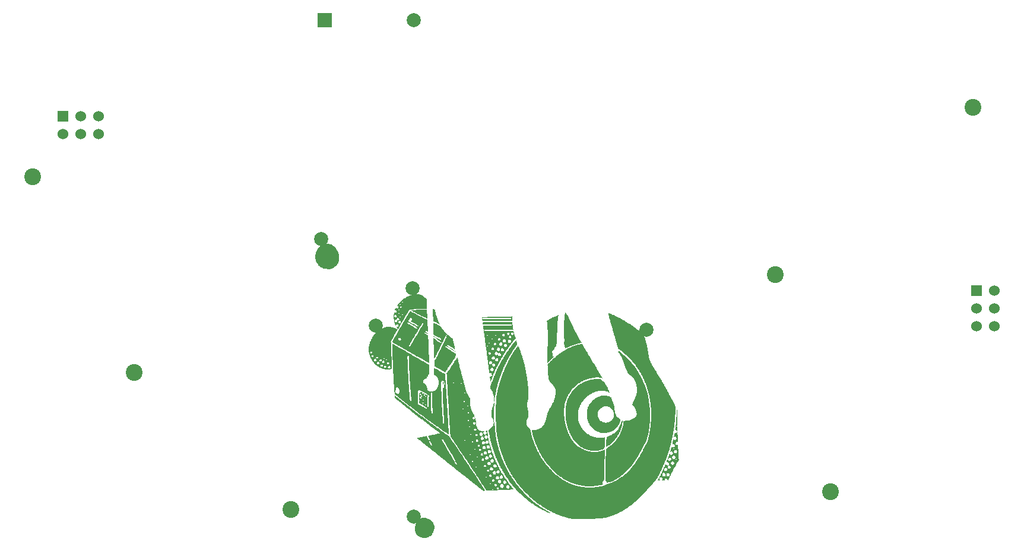
<source format=gts>
%TF.GenerationSoftware,KiCad,Pcbnew,7.0.1-0*%
%TF.CreationDate,2023-04-14T16:50:01-04:00*%
%TF.ProjectId,WrightSpace,57726967-6874-4537-9061-63652e6b6963,v01*%
%TF.SameCoordinates,Original*%
%TF.FileFunction,Soldermask,Top*%
%TF.FilePolarity,Negative*%
%FSLAX46Y46*%
G04 Gerber Fmt 4.6, Leading zero omitted, Abs format (unit mm)*
G04 Created by KiCad (PCBNEW 7.0.1-0) date 2023-04-14 16:50:01*
%MOMM*%
%LPD*%
G01*
G04 APERTURE LIST*
%ADD10C,2.000000*%
%ADD11R,1.524000X1.524000*%
%ADD12C,1.524000*%
%ADD13C,2.400000*%
%ADD14R,2.000000X2.000000*%
G04 APERTURE END LIST*
%TO.C,J1*%
G36*
X171585713Y-103991494D02*
G01*
X171873996Y-104539230D01*
X172162278Y-105231108D01*
X172565873Y-106009470D01*
X172854156Y-106614863D01*
X173228923Y-107306740D01*
X173574861Y-107767992D01*
X173027125Y-107883305D01*
X172508217Y-108027446D01*
X171845167Y-108315729D01*
X171268603Y-108575183D01*
X171153290Y-108517526D01*
X171095633Y-108200416D01*
X171037977Y-107883305D01*
X171066805Y-107450882D01*
X171009149Y-106874317D01*
X171037977Y-106268924D01*
X171037977Y-105173451D01*
X171095633Y-104077979D01*
X171182118Y-103357273D01*
X171585713Y-103991494D01*
G37*
G36*
X170144302Y-104250948D02*
G01*
X170115473Y-105086967D01*
X170057817Y-105922985D01*
X170028989Y-106874317D01*
X170000160Y-107739164D01*
X169942504Y-108315729D01*
X169740706Y-108402213D01*
X169625393Y-108604011D01*
X169567737Y-108719324D01*
X169423596Y-108892293D01*
X169308283Y-109094091D01*
X169365939Y-109295888D01*
X169365939Y-109612999D01*
X169423596Y-109728312D01*
X169538909Y-109728312D01*
X169308283Y-109987766D01*
X168991172Y-110304877D01*
X168674062Y-110679644D01*
X168674062Y-110131907D01*
X168645234Y-109526514D01*
X168645234Y-108805808D01*
X168702890Y-107883305D01*
X168731718Y-106989630D01*
X168731718Y-106297752D01*
X168674062Y-105605875D01*
X168616405Y-105000482D01*
X168587577Y-104654543D01*
X168991172Y-104395089D01*
X169394768Y-104135635D01*
X169740706Y-104049150D01*
X169942504Y-103991494D01*
X170201958Y-103847353D01*
X170144302Y-104250948D01*
G37*
G36*
X151470999Y-103092286D02*
G01*
X151472226Y-103140810D01*
X151475556Y-103238626D01*
X151480463Y-103373247D01*
X151486422Y-103532184D01*
X151492906Y-103702951D01*
X151499391Y-103873061D01*
X151505350Y-104030027D01*
X151510257Y-104161361D01*
X151513587Y-104254576D01*
X151514814Y-104297186D01*
X151484691Y-104288971D01*
X151339555Y-104231464D01*
X151224641Y-104179458D01*
X151104751Y-104124242D01*
X150980821Y-104066243D01*
X150853787Y-104005890D01*
X150724586Y-103943611D01*
X150594155Y-103879833D01*
X150463429Y-103814985D01*
X150333346Y-103749495D01*
X150204840Y-103683791D01*
X150078850Y-103618301D01*
X149956311Y-103553453D01*
X149838160Y-103489676D01*
X149725333Y-103427396D01*
X149618766Y-103367043D01*
X149519396Y-103309044D01*
X149428160Y-103253828D01*
X149345993Y-103201822D01*
X149272056Y-103152531D01*
X149280271Y-103136100D01*
X149325708Y-103130421D01*
X149439302Y-103119873D01*
X149586973Y-103114193D01*
X149718828Y-103103280D01*
X149841203Y-103094244D01*
X149956566Y-103086788D01*
X150067386Y-103080616D01*
X150176132Y-103075431D01*
X150285274Y-103070938D01*
X150397279Y-103066840D01*
X150514617Y-103062840D01*
X150639757Y-103058643D01*
X150775167Y-103053952D01*
X150923317Y-103048471D01*
X151470999Y-103048471D01*
X151470999Y-103092286D01*
G37*
G36*
X152451350Y-102993703D02*
G01*
X152566363Y-103004657D01*
X152632085Y-103004657D01*
X152632085Y-103026564D01*
X152634823Y-103095024D01*
X152653992Y-103179915D01*
X152669765Y-103285946D01*
X152690796Y-103413008D01*
X152717085Y-103550586D01*
X152748632Y-103688164D01*
X152785436Y-103815226D01*
X152816923Y-103934671D01*
X152851569Y-104053819D01*
X152889277Y-104172375D01*
X152929948Y-104290043D01*
X152973483Y-104406525D01*
X153019783Y-104521526D01*
X153068749Y-104634749D01*
X153120283Y-104745898D01*
X153174286Y-104854678D01*
X153230659Y-104960791D01*
X153289303Y-105063941D01*
X153311211Y-105107755D01*
X153270135Y-105121447D01*
X153179767Y-105085848D01*
X153090109Y-105035644D01*
X152980979Y-104976312D01*
X152862111Y-104913328D01*
X152743244Y-104852170D01*
X152634113Y-104798315D01*
X152544456Y-104757239D01*
X152407535Y-104699732D01*
X152369198Y-104691517D01*
X152347290Y-104691517D01*
X152346780Y-104665297D01*
X152345381Y-104592564D01*
X152343291Y-104482205D01*
X152340707Y-104343107D01*
X152337826Y-104184160D01*
X152334847Y-104014251D01*
X152331967Y-103842268D01*
X152329383Y-103677100D01*
X152327292Y-103527633D01*
X152325893Y-103402757D01*
X152325383Y-103311358D01*
X152325383Y-103179915D01*
X152325383Y-103158008D01*
X152325383Y-103048471D01*
X152325383Y-102982749D01*
X152369198Y-102982749D01*
X152451350Y-102993703D01*
G37*
G36*
X179578040Y-109533026D02*
G01*
X180257165Y-110168337D01*
X181199178Y-111285608D01*
X181615417Y-111942827D01*
X182053562Y-112731489D01*
X182579337Y-113936389D01*
X182842224Y-114768866D01*
X182995575Y-115404177D01*
X183148926Y-116127117D01*
X183214648Y-116674799D01*
X183214648Y-116959594D01*
X183258463Y-117047223D01*
X183280370Y-117660627D01*
X183280370Y-118909341D01*
X183083204Y-120508573D01*
X182754595Y-121757288D01*
X182294542Y-122721208D01*
X181593509Y-123991830D01*
X180761033Y-125218638D01*
X179753298Y-126314002D01*
X178898914Y-126993128D01*
X177825457Y-127584624D01*
X177124424Y-127803697D01*
X177058702Y-127650346D01*
X176905351Y-127409366D01*
X176949166Y-125043380D01*
X177014888Y-122918374D01*
X177190146Y-122808837D01*
X177934994Y-122239248D01*
X178482676Y-121647751D01*
X178877007Y-121100069D01*
X179227523Y-120355222D01*
X179512318Y-119435116D01*
X179512318Y-118953156D01*
X179884741Y-118909341D01*
X180322887Y-118909341D01*
X180804847Y-118624547D01*
X181242993Y-118383567D01*
X181418251Y-117923514D01*
X181374437Y-117660627D01*
X181264900Y-117332017D01*
X181089642Y-116981501D01*
X180914384Y-116762428D01*
X180739125Y-116565263D01*
X180892476Y-116192839D01*
X181045827Y-115864230D01*
X181308715Y-115250826D01*
X181396344Y-114834587D01*
X181418251Y-114352627D01*
X181330622Y-113739224D01*
X181177271Y-113301078D01*
X180980105Y-112928654D01*
X180717218Y-112578138D01*
X180169536Y-112183807D01*
X180038092Y-111964734D01*
X179775205Y-111438959D01*
X179534225Y-110628390D01*
X179402781Y-110212152D01*
X179227523Y-109795913D01*
X178964636Y-109379675D01*
X178723656Y-109051066D01*
X178877007Y-108985344D01*
X179578040Y-109533026D01*
G37*
G36*
X161066388Y-119128414D02*
G01*
X161044481Y-119150322D01*
X161044481Y-119122937D01*
X161066388Y-119128414D01*
G37*
G36*
X161132110Y-115688971D02*
G01*
X161125619Y-115728729D01*
X161109391Y-115831774D01*
X161088295Y-115973766D01*
X161067199Y-116115758D01*
X161050972Y-116218803D01*
X161044481Y-116258561D01*
X161066388Y-116302375D01*
X161088295Y-116324282D01*
X161066388Y-116565263D01*
X161064765Y-116648023D01*
X161060708Y-116759994D01*
X161055434Y-116893872D01*
X161050160Y-117042354D01*
X161046103Y-117198140D01*
X161044481Y-117353925D01*
X161039460Y-117480728D01*
X161035353Y-117599773D01*
X161032158Y-117713341D01*
X161029876Y-117823714D01*
X161028506Y-117933174D01*
X161028050Y-118044004D01*
X161028506Y-118158485D01*
X161029876Y-118278899D01*
X161032158Y-118407528D01*
X161035353Y-118546654D01*
X161039460Y-118698560D01*
X161044481Y-118865527D01*
X161044481Y-119007519D01*
X161044481Y-119110564D01*
X161044481Y-119122937D01*
X160978759Y-119106507D01*
X160956851Y-119084600D01*
X160951068Y-119006084D01*
X160931614Y-118919156D01*
X160895336Y-118810145D01*
X160839078Y-118665382D01*
X160759686Y-118471196D01*
X160714844Y-118349679D01*
X160680272Y-118238431D01*
X160658022Y-118123076D01*
X160650150Y-117989236D01*
X160645371Y-117904882D01*
X160646002Y-117823954D01*
X160652584Y-117741765D01*
X160665656Y-117653625D01*
X160685760Y-117554847D01*
X160713437Y-117440742D01*
X160749228Y-117306624D01*
X160793674Y-117147804D01*
X160847315Y-116959594D01*
X160894465Y-116783584D01*
X160934043Y-116632277D01*
X160966588Y-116501163D01*
X160992642Y-116385737D01*
X161012747Y-116281490D01*
X161027442Y-116183914D01*
X161037268Y-116088501D01*
X161042768Y-115990745D01*
X161044481Y-115886137D01*
X161044481Y-115667064D01*
X161088295Y-115667064D01*
X161132110Y-115688971D01*
G37*
G36*
X151037722Y-132760422D02*
G01*
X151155778Y-132772795D01*
X151295741Y-132798557D01*
X151421911Y-132824014D01*
X151538344Y-132856165D01*
X151646257Y-132894401D01*
X151746869Y-132938114D01*
X151841394Y-132986696D01*
X151931052Y-133039537D01*
X152039140Y-133114970D01*
X152136365Y-133197611D01*
X152222727Y-133287068D01*
X152298225Y-133382943D01*
X152362861Y-133484842D01*
X152416633Y-133592370D01*
X152459543Y-133705133D01*
X152491589Y-133822734D01*
X152512772Y-133944780D01*
X152523092Y-134070874D01*
X152522549Y-134200623D01*
X152509158Y-134326438D01*
X152486692Y-134449450D01*
X152455425Y-134569191D01*
X152415628Y-134685192D01*
X152367575Y-134796987D01*
X152311538Y-134904109D01*
X152247789Y-135006090D01*
X152176602Y-135102462D01*
X152098248Y-135192759D01*
X152013001Y-135276513D01*
X151921134Y-135353257D01*
X151822918Y-135422523D01*
X151718626Y-135483844D01*
X151608531Y-135536752D01*
X151492906Y-135580781D01*
X151388978Y-135604266D01*
X151250349Y-135621441D01*
X151100153Y-135631256D01*
X150961523Y-135632658D01*
X150857595Y-135624596D01*
X150735565Y-135593960D01*
X150616615Y-135552028D01*
X150501773Y-135499827D01*
X150392066Y-135438384D01*
X150288519Y-135368726D01*
X150192162Y-135291879D01*
X150104019Y-135208871D01*
X150025119Y-135120728D01*
X149961425Y-135037359D01*
X149902600Y-134943036D01*
X149849860Y-134841410D01*
X149804423Y-134736134D01*
X149767505Y-134630857D01*
X149740324Y-134529232D01*
X149725719Y-134409147D01*
X149725719Y-134313404D01*
X149740324Y-134178715D01*
X149768081Y-134028541D01*
X149799386Y-133892168D01*
X149835161Y-133767625D01*
X149876324Y-133652941D01*
X149923797Y-133546143D01*
X149978500Y-133445260D01*
X150041352Y-133348320D01*
X150113274Y-133253352D01*
X150195185Y-133158384D01*
X150288006Y-133061444D01*
X150463264Y-132886186D01*
X150638522Y-132820464D01*
X150741974Y-132791457D01*
X150838122Y-132770970D01*
X150934271Y-132760219D01*
X151037722Y-132760422D01*
G37*
G36*
X179368431Y-118862898D02*
G01*
X179382977Y-118908465D01*
X179379647Y-119001352D01*
X179357389Y-119162590D01*
X179315152Y-119413209D01*
X179292336Y-119529190D01*
X179265091Y-119646872D01*
X179233610Y-119765902D01*
X179198085Y-119885927D01*
X179158710Y-120006593D01*
X179115676Y-120127549D01*
X179069177Y-120248440D01*
X179019404Y-120368914D01*
X178966550Y-120488618D01*
X178910809Y-120607198D01*
X178852372Y-120724303D01*
X178791431Y-120839578D01*
X178728180Y-120952671D01*
X178662812Y-121063229D01*
X178595517Y-121170899D01*
X178526490Y-121275328D01*
X178464926Y-121360225D01*
X178392534Y-121452062D01*
X178310927Y-121549223D01*
X178221723Y-121650095D01*
X178126535Y-121753060D01*
X178026980Y-121856504D01*
X177924673Y-121958811D01*
X177821229Y-122058366D01*
X177718264Y-122153553D01*
X177617393Y-122242758D01*
X177520231Y-122324364D01*
X177428394Y-122396757D01*
X177343497Y-122458321D01*
X177200694Y-122552441D01*
X177091969Y-122612483D01*
X177036795Y-122633579D01*
X177035274Y-122619684D01*
X177031927Y-122558932D01*
X177028580Y-122455582D01*
X177027058Y-122313895D01*
X177029188Y-122138130D01*
X177036795Y-121932546D01*
X177058702Y-121209606D01*
X177233961Y-121143884D01*
X177340456Y-121105803D01*
X177447370Y-121062457D01*
X177554343Y-121014026D01*
X177661018Y-120960688D01*
X177767034Y-120902625D01*
X177872034Y-120840014D01*
X177975657Y-120773036D01*
X178077545Y-120701869D01*
X178177340Y-120626695D01*
X178274681Y-120547691D01*
X178369210Y-120465038D01*
X178460569Y-120378914D01*
X178548397Y-120289500D01*
X178676076Y-120157372D01*
X178764732Y-120053997D01*
X178816419Y-119975268D01*
X178833192Y-119917076D01*
X178857838Y-119826709D01*
X178898914Y-119719911D01*
X178949307Y-119641926D01*
X179004299Y-119544014D01*
X179060440Y-119433072D01*
X179114282Y-119315999D01*
X179162376Y-119199693D01*
X179201273Y-119091051D01*
X179227523Y-118996971D01*
X179265861Y-118871004D01*
X179337059Y-118843620D01*
X179368431Y-118862898D01*
G37*
G36*
X137392985Y-93652420D02*
G01*
X137510377Y-93668643D01*
X137625470Y-93694446D01*
X137740180Y-93729447D01*
X137856423Y-93773261D01*
X137976115Y-93825506D01*
X138075103Y-93878246D01*
X138169223Y-93955327D01*
X138282816Y-94066487D01*
X138373352Y-94161716D01*
X138457181Y-94259628D01*
X138534303Y-94360223D01*
X138604719Y-94463500D01*
X138668429Y-94569460D01*
X138725433Y-94678102D01*
X138775730Y-94789427D01*
X138819321Y-94903434D01*
X138856206Y-95020124D01*
X138886384Y-95139496D01*
X138909856Y-95261551D01*
X138926622Y-95386288D01*
X138936682Y-95513708D01*
X138940035Y-95643811D01*
X138936216Y-95772588D01*
X138924695Y-95896230D01*
X138905372Y-96015033D01*
X138878148Y-96129293D01*
X138842925Y-96239307D01*
X138799604Y-96345370D01*
X138748087Y-96447780D01*
X138688274Y-96546832D01*
X138620067Y-96642822D01*
X138543367Y-96736047D01*
X138458075Y-96826804D01*
X138368102Y-96904576D01*
X138273801Y-96976759D01*
X138175714Y-97042631D01*
X138074382Y-97101471D01*
X137970345Y-97152558D01*
X137864144Y-97195171D01*
X137756321Y-97228587D01*
X137647415Y-97252087D01*
X137537969Y-97264949D01*
X137417479Y-97275903D01*
X137362711Y-97286857D01*
X137277820Y-97248519D01*
X137143638Y-97243042D01*
X137030045Y-97236551D01*
X136921320Y-97220323D01*
X136836936Y-97199228D01*
X136723960Y-97164997D01*
X136615157Y-97123558D01*
X136510677Y-97075245D01*
X136410670Y-97020393D01*
X136315286Y-96959337D01*
X136224674Y-96892414D01*
X136138984Y-96819958D01*
X136058365Y-96742304D01*
X135982968Y-96659789D01*
X135912942Y-96572746D01*
X135848437Y-96481513D01*
X135789602Y-96386423D01*
X135736587Y-96287812D01*
X135689542Y-96186016D01*
X135648617Y-96081369D01*
X135613960Y-95974208D01*
X135585723Y-95864867D01*
X135564054Y-95753682D01*
X135549104Y-95640988D01*
X135541021Y-95527121D01*
X135539957Y-95412415D01*
X135546059Y-95297206D01*
X135559479Y-95181830D01*
X135580365Y-95066621D01*
X135608868Y-94951915D01*
X135645137Y-94838048D01*
X135689322Y-94725354D01*
X135741572Y-94614169D01*
X135809007Y-94494054D01*
X135880228Y-94381873D01*
X135955776Y-94277446D01*
X136036193Y-94180591D01*
X136122019Y-94091128D01*
X136213796Y-94008879D01*
X136312063Y-93933661D01*
X136417362Y-93865294D01*
X136530234Y-93803599D01*
X136655018Y-93745589D01*
X136771389Y-93702300D01*
X136886709Y-93672681D01*
X137008339Y-93655681D01*
X137143638Y-93650248D01*
X137271377Y-93646161D01*
X137392985Y-93652420D01*
G37*
G36*
X163628839Y-103964577D02*
G01*
X163647960Y-104005483D01*
X163652693Y-104114275D01*
X163644348Y-104320917D01*
X163626129Y-104655875D01*
X161502076Y-104655875D01*
X161167342Y-104655841D01*
X160869636Y-104655707D01*
X160606795Y-104655430D01*
X160376659Y-104654965D01*
X160177067Y-104654265D01*
X160005858Y-104653287D01*
X159860870Y-104651986D01*
X159739943Y-104650315D01*
X159640915Y-104648232D01*
X159561626Y-104645690D01*
X159499914Y-104642644D01*
X159453618Y-104639051D01*
X159420576Y-104634864D01*
X159398629Y-104630038D01*
X159385615Y-104624530D01*
X159379373Y-104618293D01*
X159377741Y-104611283D01*
X159377755Y-104611272D01*
X159372775Y-104550845D01*
X159361208Y-104468192D01*
X159354853Y-104387777D01*
X159398324Y-104398275D01*
X159411874Y-104401966D01*
X159438426Y-104405325D01*
X159478461Y-104408356D01*
X159532459Y-104411065D01*
X159600899Y-104413457D01*
X159684262Y-104415537D01*
X159783027Y-104417310D01*
X159897674Y-104418782D01*
X160028683Y-104419958D01*
X160176534Y-104420843D01*
X160341707Y-104421441D01*
X160524681Y-104421759D01*
X160725938Y-104421802D01*
X160945955Y-104421574D01*
X161185214Y-104421081D01*
X161444195Y-104420328D01*
X161763486Y-104419228D01*
X162047194Y-104418109D01*
X162297427Y-104416923D01*
X162516290Y-104415619D01*
X162705890Y-104414147D01*
X162868334Y-104412459D01*
X163005729Y-104410503D01*
X163120180Y-104408231D01*
X163213794Y-104405592D01*
X163288678Y-104402536D01*
X163346939Y-104399015D01*
X163390683Y-104394977D01*
X163422016Y-104390374D01*
X163443045Y-104385156D01*
X163455877Y-104379271D01*
X163462618Y-104372672D01*
X163472564Y-104289860D01*
X163467572Y-104283112D01*
X163456599Y-104277128D01*
X163437424Y-104271863D01*
X163407827Y-104267270D01*
X163365587Y-104263306D01*
X163308484Y-104259925D01*
X163234298Y-104257081D01*
X163140809Y-104254728D01*
X163025796Y-104252823D01*
X162887040Y-104251318D01*
X162722320Y-104250170D01*
X162529415Y-104249331D01*
X162306105Y-104248759D01*
X162050171Y-104248406D01*
X161759392Y-104248227D01*
X161431548Y-104248178D01*
X161190796Y-104248281D01*
X160964571Y-104248590D01*
X160752992Y-104249104D01*
X160556183Y-104249820D01*
X160374265Y-104250738D01*
X160207360Y-104251855D01*
X160055589Y-104253170D01*
X159919074Y-104254682D01*
X159797937Y-104256389D01*
X159692299Y-104258289D01*
X159602283Y-104260380D01*
X159528010Y-104262662D01*
X159469602Y-104265133D01*
X159427180Y-104267791D01*
X159400866Y-104270634D01*
X159390783Y-104273662D01*
X159345929Y-104294904D01*
X159331835Y-104216331D01*
X159357984Y-104142619D01*
X159479966Y-104116928D01*
X159504295Y-104115223D01*
X159547669Y-104113540D01*
X159609021Y-104111890D01*
X159687286Y-104110281D01*
X159781400Y-104108725D01*
X159890296Y-104107230D01*
X160012909Y-104105806D01*
X160148175Y-104104464D01*
X160295027Y-104103212D01*
X160452400Y-104102061D01*
X160619229Y-104101021D01*
X160794449Y-104100100D01*
X160976993Y-104099310D01*
X161165798Y-104098659D01*
X161359797Y-104098158D01*
X161557925Y-104097815D01*
X161894072Y-104097373D01*
X162190255Y-104096871D01*
X162449004Y-104096171D01*
X162672846Y-104095134D01*
X162864311Y-104093623D01*
X163025927Y-104091500D01*
X163160223Y-104088627D01*
X163269728Y-104084866D01*
X163356970Y-104080078D01*
X163424477Y-104074127D01*
X163474780Y-104066873D01*
X163510406Y-104058178D01*
X163533884Y-104047906D01*
X163547743Y-104035917D01*
X163554512Y-104022074D01*
X163556718Y-104006239D01*
X163556892Y-103988274D01*
X163573377Y-103945284D01*
X163628839Y-103964577D01*
G37*
G36*
X164221036Y-107468265D02*
G01*
X164264851Y-107627093D01*
X164302174Y-107739063D01*
X164329761Y-107836429D01*
X164352480Y-107889980D01*
X164341121Y-107960570D01*
X164276210Y-108074975D01*
X164177222Y-108218589D01*
X164125125Y-108291505D01*
X164069239Y-108372113D01*
X164009947Y-108459761D01*
X163947632Y-108553796D01*
X163882676Y-108653565D01*
X163815464Y-108758415D01*
X163746378Y-108867694D01*
X163675803Y-108980748D01*
X163604119Y-109096924D01*
X163531713Y-109215570D01*
X163458965Y-109336033D01*
X163386260Y-109457660D01*
X163313981Y-109579797D01*
X163242511Y-109701793D01*
X163172233Y-109822994D01*
X163103531Y-109942747D01*
X163036787Y-110060400D01*
X162972385Y-110175299D01*
X162910708Y-110286791D01*
X162852140Y-110394225D01*
X162797063Y-110496946D01*
X162739904Y-110609439D01*
X162683049Y-110724376D01*
X162626541Y-110841609D01*
X162570426Y-110960989D01*
X162514747Y-111082368D01*
X162459549Y-111205597D01*
X162404877Y-111330528D01*
X162350773Y-111457012D01*
X162297284Y-111584901D01*
X162244452Y-111714047D01*
X162192324Y-111844300D01*
X162140941Y-111975513D01*
X162090350Y-112107537D01*
X162040595Y-112240223D01*
X161991719Y-112373424D01*
X161943767Y-112506990D01*
X161896783Y-112640773D01*
X161850812Y-112774625D01*
X161805898Y-112908397D01*
X161762085Y-113041941D01*
X161719418Y-113175109D01*
X161677941Y-113307751D01*
X161637698Y-113439719D01*
X161598734Y-113570866D01*
X161561092Y-113701041D01*
X161524818Y-113830098D01*
X161489955Y-113957887D01*
X161456548Y-114084261D01*
X161424641Y-114209070D01*
X161394279Y-114332166D01*
X161365506Y-114453401D01*
X161338365Y-114572626D01*
X161312902Y-114689692D01*
X161289161Y-114804452D01*
X161267186Y-114916757D01*
X161247021Y-115026458D01*
X161228711Y-115133407D01*
X161212299Y-115237456D01*
X161197832Y-115338455D01*
X161161548Y-115505840D01*
X161121156Y-115609557D01*
X161080764Y-115643445D01*
X161044481Y-115601342D01*
X161031498Y-115525072D01*
X160999043Y-115400120D01*
X160956851Y-115250826D01*
X160924632Y-115106246D01*
X160879834Y-114956789D01*
X160826306Y-114809899D01*
X160767901Y-114673021D01*
X160708469Y-114553601D01*
X160651861Y-114459083D01*
X160601928Y-114396913D01*
X160562520Y-114374535D01*
X160520503Y-114366662D01*
X160493376Y-114340304D01*
X160481652Y-114291355D01*
X160485845Y-114215707D01*
X160506469Y-114109251D01*
X160544036Y-113967881D01*
X160599061Y-113787488D01*
X160672057Y-113563965D01*
X160715313Y-113438710D01*
X160759483Y-113313616D01*
X160804558Y-113188704D01*
X160850527Y-113063994D01*
X160897380Y-112939506D01*
X160945108Y-112815259D01*
X160993701Y-112691273D01*
X161043148Y-112567568D01*
X161093441Y-112444164D01*
X161144568Y-112321080D01*
X161196520Y-112198338D01*
X161249287Y-112075955D01*
X161302859Y-111953953D01*
X161357226Y-111832351D01*
X161412379Y-111711169D01*
X161468307Y-111590427D01*
X161525001Y-111470144D01*
X161582450Y-111350341D01*
X161640644Y-111231037D01*
X161699575Y-111112252D01*
X161759231Y-110994006D01*
X161819603Y-110876319D01*
X161880681Y-110759211D01*
X161942455Y-110642701D01*
X162004915Y-110526809D01*
X162068051Y-110411556D01*
X162131853Y-110296960D01*
X162196312Y-110183042D01*
X162261417Y-110069822D01*
X162327159Y-109957320D01*
X162393527Y-109845554D01*
X162460512Y-109734546D01*
X162528104Y-109624315D01*
X162596292Y-109514881D01*
X162665068Y-109406264D01*
X162734420Y-109298483D01*
X162804339Y-109191558D01*
X162874816Y-109085510D01*
X162945840Y-108980357D01*
X163017401Y-108876121D01*
X163089489Y-108772820D01*
X163162095Y-108670475D01*
X163235209Y-108569106D01*
X163335744Y-108431209D01*
X163438865Y-108292932D01*
X163542595Y-108156633D01*
X163644956Y-108024669D01*
X163743970Y-107899400D01*
X163837659Y-107783182D01*
X163924045Y-107678374D01*
X164001152Y-107587335D01*
X164067001Y-107512422D01*
X164119614Y-107455993D01*
X164157013Y-107420406D01*
X164177222Y-107408020D01*
X164221036Y-107468265D01*
G37*
G36*
X176877764Y-120660301D02*
G01*
X176759531Y-120663978D01*
X176640841Y-120661721D01*
X176521543Y-120653683D01*
X176401484Y-120640017D01*
X176283578Y-120616900D01*
X176167564Y-120588085D01*
X176053584Y-120553706D01*
X175941780Y-120513898D01*
X175832295Y-120468794D01*
X175725270Y-120418531D01*
X175620848Y-120363241D01*
X175519170Y-120303061D01*
X175420379Y-120238125D01*
X175324617Y-120168566D01*
X175232026Y-120094521D01*
X175142748Y-120016123D01*
X175056925Y-119933507D01*
X174974699Y-119846808D01*
X174896212Y-119756160D01*
X174821607Y-119661697D01*
X174751025Y-119563556D01*
X174684609Y-119461870D01*
X174622501Y-119356773D01*
X174564842Y-119248401D01*
X174511775Y-119136888D01*
X174463442Y-119022368D01*
X174419986Y-118904976D01*
X174381547Y-118784848D01*
X174348268Y-118662117D01*
X174320292Y-118536918D01*
X174299487Y-118417042D01*
X174283951Y-118292808D01*
X174273588Y-118165220D01*
X174268302Y-118035286D01*
X174267999Y-117904010D01*
X174271408Y-117806105D01*
X175820599Y-117806105D01*
X175831895Y-117989236D01*
X175846969Y-118127525D01*
X175870334Y-118257600D01*
X175902066Y-118379459D01*
X175942242Y-118493103D01*
X175990938Y-118598532D01*
X176048229Y-118695745D01*
X176114192Y-118784744D01*
X176188902Y-118865527D01*
X176272436Y-118938095D01*
X176364870Y-119002447D01*
X176466280Y-119058585D01*
X176576742Y-119106507D01*
X176680973Y-119147754D01*
X176794446Y-119173598D01*
X176914080Y-119185065D01*
X177036795Y-119183182D01*
X177159510Y-119168977D01*
X177279144Y-119143476D01*
X177392617Y-119107705D01*
X177496848Y-119062692D01*
X177609254Y-118994276D01*
X177709962Y-118920207D01*
X177799103Y-118840093D01*
X177876808Y-118753537D01*
X177943209Y-118660146D01*
X177998437Y-118559526D01*
X178042624Y-118451282D01*
X178075901Y-118335020D01*
X178098400Y-118210346D01*
X178110252Y-118076865D01*
X178114103Y-117930445D01*
X178108198Y-117800970D01*
X178090997Y-117684844D01*
X178060960Y-117578474D01*
X178016547Y-117478266D01*
X177956216Y-117380624D01*
X177878428Y-117281956D01*
X177781643Y-117178666D01*
X177684961Y-117089589D01*
X177586107Y-117013547D01*
X177485080Y-116950541D01*
X177381880Y-116900571D01*
X177276508Y-116863636D01*
X177168963Y-116839737D01*
X177059245Y-116828874D01*
X176947355Y-116831047D01*
X176833293Y-116846255D01*
X176717057Y-116874499D01*
X176598649Y-116915779D01*
X176504731Y-116957369D01*
X176405934Y-117014362D01*
X176305597Y-117083678D01*
X176207057Y-117162236D01*
X176113651Y-117246955D01*
X176028718Y-117334756D01*
X175955594Y-117422556D01*
X175897616Y-117507276D01*
X175847298Y-117604147D01*
X175823679Y-117690749D01*
X175820599Y-117806105D01*
X174271408Y-117806105D01*
X174272582Y-117772398D01*
X174281955Y-117641458D01*
X174296022Y-117512194D01*
X174314688Y-117385612D01*
X174337856Y-117262719D01*
X174365432Y-117144520D01*
X174397319Y-117032022D01*
X174433421Y-116926230D01*
X174473643Y-116828150D01*
X174528570Y-116721696D01*
X174589360Y-116616985D01*
X174655689Y-116514306D01*
X174727230Y-116413946D01*
X174803658Y-116316192D01*
X174884647Y-116221332D01*
X174969871Y-116129653D01*
X175059004Y-116041443D01*
X175151721Y-115956988D01*
X175247696Y-115876577D01*
X175346603Y-115800498D01*
X175448116Y-115729036D01*
X175551910Y-115662481D01*
X175657658Y-115601119D01*
X175765036Y-115545237D01*
X175873716Y-115495124D01*
X175983374Y-115451067D01*
X176093683Y-115413353D01*
X176204318Y-115382269D01*
X176309692Y-115359267D01*
X176426896Y-115342836D01*
X176553301Y-115332978D01*
X176686279Y-115329692D01*
X176823199Y-115332978D01*
X176961434Y-115342836D01*
X177098355Y-115359267D01*
X177231332Y-115382269D01*
X177357737Y-115411844D01*
X177474941Y-115447991D01*
X177627607Y-115501048D01*
X177710444Y-115543836D01*
X177752205Y-115598946D01*
X177781643Y-115688971D01*
X177804426Y-115761178D01*
X177842983Y-115867034D01*
X177892055Y-115998127D01*
X177946385Y-116146045D01*
X178000715Y-116302375D01*
X178059548Y-116443403D01*
X178105802Y-116559786D01*
X178141273Y-116659738D01*
X178167758Y-116751474D01*
X178187056Y-116843211D01*
X178200962Y-116943163D01*
X178211273Y-117059546D01*
X178219788Y-117200574D01*
X178236475Y-117362397D01*
X178254703Y-117505222D01*
X178276011Y-117632643D01*
X178301940Y-117748256D01*
X178334031Y-117855653D01*
X178373824Y-117958429D01*
X178422858Y-118060178D01*
X178482676Y-118164494D01*
X178544543Y-118253746D01*
X178634404Y-118360037D01*
X178740086Y-118471196D01*
X178849420Y-118575053D01*
X178950234Y-118659436D01*
X179030358Y-118712176D01*
X179074172Y-118750311D01*
X179074172Y-118812787D01*
X179030358Y-118953156D01*
X178993961Y-119067592D01*
X178950730Y-119180615D01*
X178901016Y-119291842D01*
X178845173Y-119400886D01*
X178783553Y-119507363D01*
X178716510Y-119610888D01*
X178644397Y-119711075D01*
X178567566Y-119807540D01*
X178486371Y-119899897D01*
X178401165Y-119987762D01*
X178312300Y-120070748D01*
X178220130Y-120148472D01*
X178125008Y-120220548D01*
X178027287Y-120286591D01*
X177927319Y-120346215D01*
X177825457Y-120399036D01*
X177705398Y-120455656D01*
X177586100Y-120505125D01*
X177467410Y-120547595D01*
X177349177Y-120583220D01*
X177231248Y-120612151D01*
X177113471Y-120634540D01*
X176995694Y-120650539D01*
X176914080Y-120657295D01*
X176877764Y-120660301D01*
G37*
G36*
X161064765Y-119132370D02*
G01*
X161082615Y-119189268D01*
X161099249Y-119279027D01*
X161115882Y-119403472D01*
X161133732Y-119564430D01*
X161154017Y-119763725D01*
X161161968Y-119889468D01*
X161171085Y-120015134D01*
X161181365Y-120140715D01*
X161192802Y-120266202D01*
X161205391Y-120391589D01*
X161219127Y-120516865D01*
X161234005Y-120642024D01*
X161250020Y-120767057D01*
X161267166Y-120891955D01*
X161285439Y-121016711D01*
X161304834Y-121141316D01*
X161325345Y-121265761D01*
X161346968Y-121390040D01*
X161369698Y-121514142D01*
X161393529Y-121638061D01*
X161418456Y-121761787D01*
X161444475Y-121885313D01*
X161471580Y-122008630D01*
X161499767Y-122131731D01*
X161529029Y-122254606D01*
X161559363Y-122377248D01*
X161590763Y-122499648D01*
X161623224Y-122621798D01*
X161656741Y-122743690D01*
X161691309Y-122865316D01*
X161726923Y-122986667D01*
X161763577Y-123107735D01*
X161801268Y-123228511D01*
X161839989Y-123348989D01*
X161879735Y-123469158D01*
X161920503Y-123589012D01*
X161962286Y-123708541D01*
X162005079Y-123827738D01*
X162048878Y-123946594D01*
X162093678Y-124065102D01*
X162139473Y-124183252D01*
X162186258Y-124301036D01*
X162234028Y-124418447D01*
X162282779Y-124535476D01*
X162332504Y-124652114D01*
X162383200Y-124768355D01*
X162434861Y-124884188D01*
X162487482Y-124999606D01*
X162541058Y-125114602D01*
X162595584Y-125229165D01*
X162651054Y-125343289D01*
X162707465Y-125456965D01*
X162764810Y-125570185D01*
X162823084Y-125682940D01*
X162882284Y-125795222D01*
X162942403Y-125907024D01*
X163003436Y-126018336D01*
X163065379Y-126129150D01*
X163128227Y-126239459D01*
X163191974Y-126349254D01*
X163256615Y-126458527D01*
X163322145Y-126567269D01*
X163388560Y-126675472D01*
X163455853Y-126783128D01*
X163524021Y-126890229D01*
X163593058Y-126996767D01*
X163662959Y-127102732D01*
X163733719Y-127208118D01*
X163805332Y-127312915D01*
X163877795Y-127417116D01*
X163951101Y-127520712D01*
X164025246Y-127623695D01*
X164100225Y-127726056D01*
X164176032Y-127827788D01*
X164252663Y-127928883D01*
X164330113Y-128029331D01*
X164408376Y-128129125D01*
X164487447Y-128228256D01*
X164567322Y-128326716D01*
X164647995Y-128424498D01*
X164729461Y-128521592D01*
X164811716Y-128617990D01*
X164894754Y-128713685D01*
X164978569Y-128808667D01*
X165063158Y-128902930D01*
X165148515Y-128996463D01*
X165234635Y-129089260D01*
X165321512Y-129181312D01*
X165409143Y-129272610D01*
X165497521Y-129363147D01*
X165586642Y-129452914D01*
X165676501Y-129541903D01*
X165767092Y-129630105D01*
X165858411Y-129717513D01*
X165950453Y-129804118D01*
X166043212Y-129889912D01*
X166136683Y-129974886D01*
X166230862Y-130059033D01*
X166325743Y-130142344D01*
X166421321Y-130224811D01*
X166517592Y-130306426D01*
X166614549Y-130387179D01*
X166712189Y-130467064D01*
X166810506Y-130546072D01*
X166909495Y-130624195D01*
X167009151Y-130701424D01*
X167109468Y-130777750D01*
X167210443Y-130853167D01*
X167312069Y-130927666D01*
X167414342Y-131001237D01*
X167517257Y-131073874D01*
X167620808Y-131145568D01*
X167724991Y-131216310D01*
X167829801Y-131286093D01*
X167935231Y-131354907D01*
X168041279Y-131422746D01*
X168147937Y-131489600D01*
X168255202Y-131555462D01*
X168363069Y-131620322D01*
X168471531Y-131684173D01*
X168580585Y-131747007D01*
X168742750Y-131842301D01*
X168871958Y-131921882D01*
X168967443Y-131986135D01*
X169028439Y-132035442D01*
X169054178Y-132070188D01*
X169043895Y-132090754D01*
X168996823Y-132097524D01*
X168951923Y-132095352D01*
X168876365Y-132072104D01*
X168774365Y-132030844D01*
X168650139Y-131974639D01*
X168507901Y-131906554D01*
X168351868Y-131829655D01*
X168186254Y-131747007D01*
X168071849Y-131688124D01*
X167958141Y-131628314D01*
X167845129Y-131567576D01*
X167732814Y-131505911D01*
X167621196Y-131443319D01*
X167510277Y-131379800D01*
X167400056Y-131315353D01*
X167290534Y-131249979D01*
X167181712Y-131183677D01*
X167073591Y-131116449D01*
X166966170Y-131048293D01*
X166859450Y-130979209D01*
X166753432Y-130909199D01*
X166648116Y-130838261D01*
X166543504Y-130766396D01*
X166439594Y-130693603D01*
X166336388Y-130619884D01*
X166233887Y-130545236D01*
X166132091Y-130469662D01*
X166031000Y-130393161D01*
X165930615Y-130315732D01*
X165830937Y-130237375D01*
X165731966Y-130158092D01*
X165633702Y-130077881D01*
X165536146Y-129996743D01*
X165439299Y-129914678D01*
X165343162Y-129831685D01*
X165247733Y-129747765D01*
X165153015Y-129662918D01*
X165059008Y-129577143D01*
X164965712Y-129490442D01*
X164873128Y-129402812D01*
X164781256Y-129314256D01*
X164690096Y-129224772D01*
X164599650Y-129134361D01*
X164509918Y-129043023D01*
X164420901Y-128950757D01*
X164332598Y-128857565D01*
X164245011Y-128763444D01*
X164158140Y-128668397D01*
X164071985Y-128572422D01*
X163986547Y-128475520D01*
X163901827Y-128377691D01*
X163817825Y-128278934D01*
X163734541Y-128179250D01*
X163651977Y-128078639D01*
X163570132Y-127977101D01*
X163489008Y-127874635D01*
X163408604Y-127771242D01*
X163328921Y-127666921D01*
X163249960Y-127561674D01*
X163171721Y-127455499D01*
X163094206Y-127348396D01*
X163017413Y-127240367D01*
X162941345Y-127131410D01*
X162866000Y-127021526D01*
X162791381Y-126910714D01*
X162717487Y-126798976D01*
X162644319Y-126686310D01*
X162571878Y-126572716D01*
X162500163Y-126458196D01*
X162429176Y-126342748D01*
X162358917Y-126226373D01*
X162293571Y-126115437D01*
X162228984Y-126003706D01*
X162165168Y-125891200D01*
X162102136Y-125777940D01*
X162039901Y-125663946D01*
X161978474Y-125549237D01*
X161917868Y-125433833D01*
X161858095Y-125317756D01*
X161799168Y-125201024D01*
X161741098Y-125083658D01*
X161683899Y-124965677D01*
X161627583Y-124847103D01*
X161572161Y-124727955D01*
X161517647Y-124608252D01*
X161464053Y-124488016D01*
X161411390Y-124367266D01*
X161359672Y-124246022D01*
X161308911Y-124124305D01*
X161259119Y-124002134D01*
X161210308Y-123879529D01*
X161162490Y-123756510D01*
X161115679Y-123633099D01*
X161069886Y-123509313D01*
X161025124Y-123385175D01*
X160981406Y-123260703D01*
X160938742Y-123135918D01*
X160897146Y-123010839D01*
X160856631Y-122885488D01*
X160817208Y-122759884D01*
X160778890Y-122634046D01*
X160741689Y-122507996D01*
X160705617Y-122381752D01*
X160670688Y-122255336D01*
X160636912Y-122128767D01*
X160604303Y-122002066D01*
X160572873Y-121875251D01*
X160542635Y-121748345D01*
X160513599Y-121621365D01*
X160485780Y-121494333D01*
X160459189Y-121367269D01*
X160433839Y-121240193D01*
X160409741Y-121113124D01*
X160386909Y-120986083D01*
X160365355Y-120859089D01*
X160255818Y-120267593D01*
X160518706Y-120026613D01*
X160619342Y-119933421D01*
X160707656Y-119835609D01*
X160783647Y-119734715D01*
X160847315Y-119632282D01*
X160898660Y-119529848D01*
X160937683Y-119428955D01*
X160964382Y-119331142D01*
X160978759Y-119237951D01*
X160995189Y-119139368D01*
X161044481Y-119106507D01*
X161064765Y-119132370D01*
G37*
G36*
X176037172Y-112949412D02*
G01*
X176169382Y-112963782D01*
X176270551Y-112989650D01*
X176346428Y-113028163D01*
X176402761Y-113080472D01*
X176445298Y-113147727D01*
X176505544Y-113243571D01*
X176598649Y-113257263D01*
X176645794Y-113252356D01*
X176691887Y-113275841D01*
X176751650Y-113345594D01*
X176839805Y-113479491D01*
X176971073Y-113695409D01*
X177034194Y-113806410D01*
X177102352Y-113932719D01*
X177172979Y-114069001D01*
X177243507Y-114209926D01*
X177311369Y-114350158D01*
X177373996Y-114484367D01*
X177428822Y-114607219D01*
X177473278Y-114713381D01*
X177504798Y-114797521D01*
X177520813Y-114854306D01*
X177518755Y-114878402D01*
X177472507Y-114864609D01*
X177353234Y-114826474D01*
X177190146Y-114768866D01*
X177082999Y-114734938D01*
X176974868Y-114706131D01*
X176865873Y-114682372D01*
X176756134Y-114663591D01*
X176645770Y-114649713D01*
X176534901Y-114640667D01*
X176423647Y-114636382D01*
X176312128Y-114636785D01*
X176200463Y-114641803D01*
X176088772Y-114651366D01*
X175977175Y-114665400D01*
X175865791Y-114683833D01*
X175754740Y-114706594D01*
X175644143Y-114733610D01*
X175534118Y-114764809D01*
X175424785Y-114800119D01*
X175316265Y-114839468D01*
X175208676Y-114882783D01*
X175102139Y-114929994D01*
X174996774Y-114981027D01*
X174892699Y-115035810D01*
X174790035Y-115094271D01*
X174688901Y-115156339D01*
X174589418Y-115221941D01*
X174491704Y-115291004D01*
X174395880Y-115363457D01*
X174302065Y-115439228D01*
X174210380Y-115518245D01*
X174120943Y-115600435D01*
X174033875Y-115685726D01*
X173949295Y-115774046D01*
X173867323Y-115865323D01*
X173788078Y-115959486D01*
X173711682Y-116056461D01*
X173638252Y-116156176D01*
X173567909Y-116258561D01*
X173500772Y-116363541D01*
X173436962Y-116471046D01*
X173376598Y-116581003D01*
X173319800Y-116693341D01*
X173266687Y-116807986D01*
X173217379Y-116924866D01*
X173171996Y-117043911D01*
X173130658Y-117165047D01*
X173093485Y-117288203D01*
X173070141Y-117381536D01*
X173050627Y-117488091D01*
X173034882Y-117605534D01*
X173022847Y-117731534D01*
X173014461Y-117863755D01*
X173009665Y-117999865D01*
X173008398Y-118137531D01*
X173010602Y-118274419D01*
X173016216Y-118408196D01*
X173025180Y-118536529D01*
X173037435Y-118657084D01*
X173052921Y-118767527D01*
X173071577Y-118865527D01*
X173108382Y-118987039D01*
X173148691Y-119106215D01*
X173192506Y-119223054D01*
X173239825Y-119337556D01*
X173290650Y-119449721D01*
X173344980Y-119559550D01*
X173402815Y-119667041D01*
X173464156Y-119772196D01*
X173529001Y-119875014D01*
X173597352Y-119975496D01*
X173669208Y-120073640D01*
X173744569Y-120169448D01*
X173823435Y-120262919D01*
X173905807Y-120354054D01*
X173991683Y-120442851D01*
X174093744Y-120538487D01*
X174196297Y-120628274D01*
X174299508Y-120712278D01*
X174403540Y-120790563D01*
X174508558Y-120863197D01*
X174614726Y-120930244D01*
X174722209Y-120991771D01*
X174831170Y-121047842D01*
X174941774Y-121098525D01*
X175054186Y-121143884D01*
X175168570Y-121183985D01*
X175285089Y-121218894D01*
X175403909Y-121248677D01*
X175525193Y-121273400D01*
X175649106Y-121293127D01*
X175775812Y-121307926D01*
X175905476Y-121317861D01*
X176038261Y-121322998D01*
X176174333Y-121323403D01*
X176313855Y-121319142D01*
X176491167Y-121315377D01*
X176647941Y-121305450D01*
X176763639Y-121291416D01*
X176817722Y-121275328D01*
X176833881Y-121274114D01*
X176845058Y-121295127D01*
X176851637Y-121347181D01*
X176854000Y-121439089D01*
X176852531Y-121579666D01*
X176847613Y-121777726D01*
X176839630Y-122042082D01*
X176830241Y-122278975D01*
X176820852Y-122467199D01*
X176811463Y-122611736D01*
X176802074Y-122717568D01*
X176792685Y-122789676D01*
X176783297Y-122833044D01*
X176773908Y-122852652D01*
X176699053Y-122893784D01*
X176593540Y-122940281D01*
X176466950Y-122989460D01*
X176328864Y-123038640D01*
X176188862Y-123085137D01*
X176056524Y-123126269D01*
X175941431Y-123159354D01*
X175830697Y-123167483D01*
X175700451Y-123175100D01*
X175557883Y-123181689D01*
X175410180Y-123186738D01*
X175264530Y-123189733D01*
X175128123Y-123190161D01*
X175008147Y-123187508D01*
X174911789Y-123181261D01*
X174792880Y-123160957D01*
X174675462Y-123137133D01*
X174559557Y-123109816D01*
X174445188Y-123079028D01*
X174332377Y-123044794D01*
X174221146Y-123007139D01*
X174111517Y-122966088D01*
X174003512Y-122921663D01*
X173897154Y-122873891D01*
X173792464Y-122822795D01*
X173689465Y-122768399D01*
X173588178Y-122710728D01*
X173488627Y-122649807D01*
X173390833Y-122585659D01*
X173294818Y-122518309D01*
X173200605Y-122447782D01*
X173108215Y-122374101D01*
X173017672Y-122297292D01*
X172928996Y-122217378D01*
X172842210Y-122134384D01*
X172757337Y-122048335D01*
X172674398Y-121959254D01*
X172593416Y-121867166D01*
X172514412Y-121772095D01*
X172437410Y-121674067D01*
X172362431Y-121573104D01*
X172289496Y-121469233D01*
X172218630Y-121362476D01*
X172149853Y-121252858D01*
X172083187Y-121140404D01*
X172018656Y-121025138D01*
X171956280Y-120907085D01*
X171896083Y-120786268D01*
X171838086Y-120662712D01*
X171782311Y-120536442D01*
X171728782Y-120407482D01*
X171677519Y-120275857D01*
X171628545Y-120141589D01*
X171581882Y-120004705D01*
X171536871Y-119862174D01*
X171493236Y-119709889D01*
X171451575Y-119551323D01*
X171412487Y-119389945D01*
X171376570Y-119229226D01*
X171344422Y-119072634D01*
X171316642Y-118923641D01*
X171293827Y-118785715D01*
X171276576Y-118662329D01*
X171265488Y-118556950D01*
X171261161Y-118473051D01*
X171264192Y-118414099D01*
X171275180Y-118383567D01*
X171288974Y-118322713D01*
X171283294Y-118203440D01*
X171253273Y-118054958D01*
X171238058Y-117939066D01*
X171227361Y-117819514D01*
X171221026Y-117696730D01*
X171218897Y-117571141D01*
X171220818Y-117443177D01*
X171226634Y-117313265D01*
X171236189Y-117181834D01*
X171249327Y-117049313D01*
X171265892Y-116916130D01*
X171285728Y-116782713D01*
X171308681Y-116649490D01*
X171334593Y-116516891D01*
X171363309Y-116385344D01*
X171394674Y-116255276D01*
X171428531Y-116127117D01*
X171466276Y-116012021D01*
X171508224Y-115896888D01*
X171554241Y-115781906D01*
X171604195Y-115667267D01*
X171657952Y-115553160D01*
X171715380Y-115439776D01*
X171776344Y-115327305D01*
X171840713Y-115215936D01*
X171908352Y-115105861D01*
X171979129Y-114997269D01*
X172052911Y-114890351D01*
X172129564Y-114785296D01*
X172208956Y-114682295D01*
X172290953Y-114581538D01*
X172375422Y-114483215D01*
X172462230Y-114387517D01*
X172551245Y-114294633D01*
X172642332Y-114204753D01*
X172735358Y-114118069D01*
X172830192Y-114034769D01*
X172926698Y-113955044D01*
X173024745Y-113879085D01*
X173124200Y-113807082D01*
X173224928Y-113739224D01*
X173339802Y-113665607D01*
X173454495Y-113595884D01*
X173569155Y-113530006D01*
X173683930Y-113467924D01*
X173798968Y-113409587D01*
X173914416Y-113354948D01*
X174030423Y-113303956D01*
X174147137Y-113256562D01*
X174264705Y-113212718D01*
X174383276Y-113172373D01*
X174502996Y-113135478D01*
X174624015Y-113101985D01*
X174746479Y-113071843D01*
X174870537Y-113045004D01*
X174996337Y-113021418D01*
X175124027Y-113001036D01*
X175253753Y-112983808D01*
X175385665Y-112969687D01*
X175519910Y-112958621D01*
X175656636Y-112950561D01*
X175868173Y-112945388D01*
X176037172Y-112949412D01*
G37*
G36*
X152413012Y-104888683D02*
G01*
X152478734Y-104954404D01*
X152563625Y-105017388D01*
X152697807Y-105063941D01*
X152753260Y-105079002D01*
X152845681Y-105118709D01*
X152962748Y-105174846D01*
X153092138Y-105239199D01*
X153420747Y-105414457D01*
X153530283Y-105589716D01*
X153594583Y-105682910D01*
X153663538Y-105776746D01*
X153736800Y-105870956D01*
X153814021Y-105965274D01*
X153894855Y-106059431D01*
X153978952Y-106153160D01*
X154065966Y-106246194D01*
X154155548Y-106338264D01*
X154247351Y-106429104D01*
X154341027Y-106518445D01*
X154436227Y-106606021D01*
X154532605Y-106691563D01*
X154629812Y-106774804D01*
X154727501Y-106855477D01*
X154825323Y-106933314D01*
X154922932Y-107008048D01*
X155019979Y-107079411D01*
X155173329Y-107188947D01*
X155195237Y-107364205D01*
X155209639Y-107436215D01*
X155230126Y-107538652D01*
X155255482Y-107665430D01*
X155284489Y-107810465D01*
X155315930Y-107967670D01*
X155348588Y-108130960D01*
X155385217Y-108318662D01*
X155415536Y-108481126D01*
X155438495Y-108608889D01*
X155453042Y-108692487D01*
X155458124Y-108722457D01*
X155430959Y-108705106D01*
X155356474Y-108657260D01*
X155245185Y-108585229D01*
X155107608Y-108495322D01*
X154954257Y-108393847D01*
X154800730Y-108292373D01*
X154661926Y-108202465D01*
X154547307Y-108130434D01*
X154466338Y-108082589D01*
X154428482Y-108065238D01*
X154376452Y-108100837D01*
X154340853Y-108152867D01*
X154362760Y-108196682D01*
X154392732Y-108218984D01*
X154464577Y-108269728D01*
X154569110Y-108342593D01*
X154697147Y-108431259D01*
X154839503Y-108529406D01*
X154986994Y-108630713D01*
X155130437Y-108728859D01*
X155260646Y-108817525D01*
X155368438Y-108890390D01*
X155444628Y-108941134D01*
X155480031Y-108963437D01*
X155523846Y-109051066D01*
X155497341Y-109044515D01*
X155436758Y-109013261D01*
X155348588Y-108961814D01*
X155239322Y-108894680D01*
X155115451Y-108816366D01*
X154983466Y-108731382D01*
X154849859Y-108644233D01*
X154721120Y-108559429D01*
X154603740Y-108481476D01*
X154391853Y-108342672D01*
X154265141Y-108259600D01*
X154198368Y-108219641D01*
X154166296Y-108210177D01*
X154143687Y-108218589D01*
X154099873Y-108306218D01*
X154129995Y-108369202D01*
X154275131Y-108481476D01*
X154371763Y-108547692D01*
X154470272Y-108614698D01*
X154570361Y-108682197D01*
X154671733Y-108749894D01*
X154774094Y-108817492D01*
X154877145Y-108884695D01*
X154980591Y-108951207D01*
X155084137Y-109016732D01*
X155187484Y-109080972D01*
X155290338Y-109143633D01*
X155392402Y-109204417D01*
X155521108Y-109286569D01*
X155567661Y-109335860D01*
X155581353Y-109396105D01*
X155611475Y-109489211D01*
X155633382Y-109598748D01*
X155392402Y-109971171D01*
X155335805Y-110057993D01*
X155273367Y-110153318D01*
X155205923Y-110255897D01*
X155134307Y-110364476D01*
X155059354Y-110477804D01*
X154981897Y-110594630D01*
X154902772Y-110713703D01*
X154822813Y-110833771D01*
X154742854Y-110953581D01*
X154663728Y-111071884D01*
X154586272Y-111187427D01*
X154511319Y-111298958D01*
X154439703Y-111405226D01*
X154372259Y-111504981D01*
X154309821Y-111596969D01*
X154253224Y-111679939D01*
X154056058Y-111986641D01*
X153376932Y-111592310D01*
X153203335Y-111492163D01*
X153042383Y-111400063D01*
X152898677Y-111318693D01*
X152776814Y-111250735D01*
X152681392Y-111198873D01*
X152617012Y-111165789D01*
X152588270Y-111154165D01*
X152572043Y-111133069D01*
X152560683Y-111043817D01*
X152544456Y-110847463D01*
X152541033Y-110714307D01*
X152533502Y-110587314D01*
X152525972Y-110480858D01*
X152522549Y-110409317D01*
X152525287Y-110294304D01*
X152544456Y-110277873D01*
X152610178Y-110255966D01*
X152622995Y-110237229D01*
X152646179Y-110196946D01*
X152678739Y-110137099D01*
X152719684Y-110059672D01*
X152768021Y-109966649D01*
X152822759Y-109860012D01*
X152882907Y-109741746D01*
X152947472Y-109613833D01*
X153015462Y-109478258D01*
X153085887Y-109337002D01*
X153157755Y-109192051D01*
X153230073Y-109045386D01*
X153301850Y-108898992D01*
X153372094Y-108754852D01*
X153439815Y-108614949D01*
X153504019Y-108481266D01*
X153563715Y-108355788D01*
X153617913Y-108240496D01*
X153711564Y-108047020D01*
X153800131Y-107861681D01*
X153883193Y-107685615D01*
X153960332Y-107519959D01*
X154031130Y-107365850D01*
X154095166Y-107224425D01*
X154152023Y-107096821D01*
X154201282Y-106984173D01*
X154242524Y-106887620D01*
X154275330Y-106808297D01*
X154299282Y-106747341D01*
X154313960Y-106705890D01*
X154318946Y-106685080D01*
X154280608Y-106608404D01*
X154209409Y-106597450D01*
X154174520Y-106642888D01*
X154120157Y-106756481D01*
X154056058Y-106904152D01*
X154009448Y-107006925D01*
X153957602Y-107119781D01*
X153901054Y-107241627D01*
X153840340Y-107371365D01*
X153775993Y-107507902D01*
X153708547Y-107650142D01*
X153638537Y-107796989D01*
X153566496Y-107947350D01*
X153492960Y-108100127D01*
X153418462Y-108254228D01*
X153343537Y-108408555D01*
X153268718Y-108562013D01*
X153194541Y-108713509D01*
X153121539Y-108861946D01*
X153050247Y-109006229D01*
X152981198Y-109145264D01*
X152914927Y-109277954D01*
X152851969Y-109403205D01*
X152792857Y-109519921D01*
X152738127Y-109627008D01*
X152688311Y-109723370D01*
X152643944Y-109807911D01*
X152605561Y-109879538D01*
X152573696Y-109937154D01*
X152548882Y-109979664D01*
X152531655Y-110005973D01*
X152522549Y-110014986D01*
X152517059Y-110010739D01*
X152511494Y-109995614D01*
X152505776Y-109966037D01*
X152499830Y-109918432D01*
X152493580Y-109849223D01*
X152486949Y-109754837D01*
X152479862Y-109631697D01*
X152472243Y-109476229D01*
X152464015Y-109284857D01*
X152455103Y-109054007D01*
X152445429Y-108780103D01*
X152434919Y-108459569D01*
X152424879Y-108138326D01*
X152416663Y-107872231D01*
X152410274Y-107656188D01*
X152405710Y-107485101D01*
X152402971Y-107353873D01*
X152402059Y-107257407D01*
X152402971Y-107190608D01*
X152405710Y-107148378D01*
X152410274Y-107125621D01*
X152416663Y-107117241D01*
X152424879Y-107118141D01*
X152434919Y-107123225D01*
X152482791Y-107149189D01*
X152569609Y-107214100D01*
X152675900Y-107298483D01*
X152805746Y-107395374D01*
X152944791Y-107494180D01*
X153083452Y-107588771D01*
X153212149Y-107673015D01*
X153321302Y-107740780D01*
X153401331Y-107785936D01*
X153442654Y-107802351D01*
X153502899Y-107774967D01*
X153530283Y-107714722D01*
X153510810Y-107672530D01*
X153432918Y-107610865D01*
X153267396Y-107495649D01*
X153177138Y-107433958D01*
X153071107Y-107359648D01*
X152959818Y-107281133D01*
X152853787Y-107206823D01*
X152763529Y-107145132D01*
X152601253Y-107031539D01*
X152516869Y-106981233D01*
X152456827Y-106969874D01*
X152391105Y-106947967D01*
X152374674Y-106876768D01*
X152391105Y-106838430D01*
X152418270Y-106853152D01*
X152492755Y-106893111D01*
X152604044Y-106951998D01*
X152741621Y-107023503D01*
X152894972Y-107101318D01*
X153056911Y-107187545D01*
X153196767Y-107260102D01*
X153308231Y-107315834D01*
X153384994Y-107351587D01*
X153420747Y-107364205D01*
X153486469Y-107320391D01*
X153509898Y-107280430D01*
X153505942Y-107241687D01*
X153461823Y-107194424D01*
X153364762Y-107128905D01*
X153201979Y-107035393D01*
X152960694Y-106904152D01*
X152785962Y-106815647D01*
X152635415Y-106737657D01*
X152517466Y-106675440D01*
X152440528Y-106634255D01*
X152413012Y-106619358D01*
X152406462Y-106609280D01*
X152400043Y-106578172D01*
X152393887Y-106524718D01*
X152388126Y-106447605D01*
X152382890Y-106345517D01*
X152378311Y-106217140D01*
X152374521Y-106061160D01*
X152371651Y-105876263D01*
X152369833Y-105661133D01*
X152369198Y-105414457D01*
X152347290Y-104844868D01*
X152413012Y-104888683D01*
G37*
G36*
X147916371Y-104848637D02*
G01*
X147826233Y-105007952D01*
X147741528Y-105157166D01*
X147663157Y-105294710D01*
X147592022Y-105419011D01*
X147573457Y-105451278D01*
X147529024Y-105528500D01*
X147475064Y-105621605D01*
X147431043Y-105696754D01*
X147397864Y-105752378D01*
X147376427Y-105786904D01*
X147367634Y-105798762D01*
X147284277Y-105731044D01*
X147284413Y-105730946D01*
X147201709Y-105632084D01*
X147128044Y-105523191D01*
X147103925Y-105464147D01*
X147164614Y-105475044D01*
X147259853Y-105486039D01*
X147341678Y-105452290D01*
X147399498Y-105385948D01*
X147422723Y-105299163D01*
X147400763Y-105204087D01*
X147312152Y-105137372D01*
X147182981Y-105133717D01*
X147094131Y-105189892D01*
X147063698Y-105290676D01*
X147057366Y-105337409D01*
X147039842Y-105342680D01*
X147030393Y-105331722D01*
X147013336Y-105311941D01*
X146980060Y-105250645D01*
X146942223Y-105164242D01*
X146902035Y-105058184D01*
X146861706Y-104937924D01*
X146823447Y-104808912D01*
X146789468Y-104676601D01*
X146777905Y-104621853D01*
X146886330Y-104621853D01*
X146901963Y-104718617D01*
X146954990Y-104790498D01*
X147030393Y-104825320D01*
X147113892Y-104820396D01*
X147118767Y-104817410D01*
X147388988Y-104817410D01*
X147426539Y-104905862D01*
X147495660Y-104966593D01*
X147573457Y-104984959D01*
X147658641Y-104960656D01*
X147728639Y-104897146D01*
X147748369Y-104790042D01*
X147732458Y-104725306D01*
X147724561Y-104693178D01*
X147654709Y-104637949D01*
X147617748Y-104634129D01*
X147541166Y-104626214D01*
X147453916Y-104659011D01*
X147400652Y-104728935D01*
X147388988Y-104817410D01*
X147118767Y-104817410D01*
X147191211Y-104773039D01*
X147191208Y-104773044D01*
X147232756Y-104716350D01*
X147243874Y-104648633D01*
X147243874Y-104576891D01*
X147315441Y-104586491D01*
X147385688Y-104584037D01*
X147450573Y-104532525D01*
X147506078Y-104451302D01*
X147511739Y-104369024D01*
X147510574Y-104366852D01*
X147917351Y-104366852D01*
X147982598Y-104411305D01*
X148033047Y-104389684D01*
X148054669Y-104317956D01*
X148020439Y-104269505D01*
X148009038Y-104253368D01*
X147934752Y-104276960D01*
X147917351Y-104366852D01*
X147510574Y-104366852D01*
X147471096Y-104293277D01*
X147467495Y-104286565D01*
X147413422Y-104240782D01*
X147331544Y-104231128D01*
X147232264Y-104249324D01*
X147173276Y-104304402D01*
X147153789Y-104397101D01*
X147153789Y-104474626D01*
X147077011Y-104468515D01*
X146982689Y-104484181D01*
X146979015Y-104487237D01*
X146916184Y-104539501D01*
X146886330Y-104621853D01*
X146777905Y-104621853D01*
X146761979Y-104546443D01*
X146749068Y-104453367D01*
X146739895Y-104338962D01*
X146734451Y-104210344D01*
X146732727Y-104074631D01*
X146734479Y-103954959D01*
X146803438Y-103954959D01*
X146805769Y-104030902D01*
X146836056Y-104101103D01*
X146893928Y-104153476D01*
X146979015Y-104175934D01*
X147064064Y-104149873D01*
X147064058Y-104149862D01*
X147122286Y-104096994D01*
X147587282Y-104096994D01*
X147617748Y-104157608D01*
X147711700Y-104142215D01*
X147728803Y-104066373D01*
X147695498Y-104015548D01*
X147614519Y-104025206D01*
X147587282Y-104096994D01*
X147122286Y-104096994D01*
X147134721Y-104085704D01*
X147157390Y-103987890D01*
X147136097Y-103890317D01*
X147072693Y-103831985D01*
X146967887Y-103813549D01*
X146884127Y-103834196D01*
X146829434Y-103885362D01*
X146803438Y-103954959D01*
X146734479Y-103954959D01*
X146734713Y-103938938D01*
X146740401Y-103810383D01*
X146746187Y-103739878D01*
X147916861Y-103739878D01*
X147945516Y-103819496D01*
X148020439Y-103835119D01*
X148054666Y-103764235D01*
X148054669Y-103764238D01*
X148024307Y-103691883D01*
X148019818Y-103691089D01*
X147963322Y-103681103D01*
X147942959Y-103706863D01*
X147916861Y-103739878D01*
X146746187Y-103739878D01*
X146749781Y-103696082D01*
X146762844Y-103603152D01*
X146770155Y-103567900D01*
X147416873Y-103567900D01*
X147421608Y-103639461D01*
X147471096Y-103673533D01*
X147531243Y-103646642D01*
X147531252Y-103646642D01*
X147546963Y-103570065D01*
X147487539Y-103519429D01*
X147485510Y-103520821D01*
X147416873Y-103567900D01*
X146770155Y-103567900D01*
X146785450Y-103494150D01*
X146800217Y-103443443D01*
X146857836Y-103472338D01*
X146949949Y-103508483D01*
X147050656Y-103496512D01*
X147130551Y-103439920D01*
X147152404Y-103335785D01*
X147136316Y-103223432D01*
X147057714Y-103166853D01*
X146937560Y-103156974D01*
X146866023Y-103168419D01*
X146902165Y-103067733D01*
X147421335Y-103067733D01*
X147432982Y-103149995D01*
X147485510Y-103184442D01*
X147500449Y-103176513D01*
X147822079Y-103176513D01*
X147848748Y-103229855D01*
X147942956Y-103236543D01*
X147942959Y-103236552D01*
X147964163Y-103160558D01*
X147925259Y-103094250D01*
X147853188Y-103113622D01*
X147822079Y-103176513D01*
X147500449Y-103176513D01*
X147531240Y-103160171D01*
X147531252Y-103160165D01*
X147546963Y-103083589D01*
X147491760Y-103027264D01*
X147421335Y-103067733D01*
X146902165Y-103067733D01*
X146912970Y-103037631D01*
X146959227Y-102919269D01*
X147004505Y-102818355D01*
X147049088Y-102729870D01*
X147093140Y-102786154D01*
X147160948Y-102843262D01*
X147235258Y-102861132D01*
X147307306Y-102845847D01*
X147368325Y-102803489D01*
X147409549Y-102740142D01*
X147421843Y-102664166D01*
X147626677Y-102664166D01*
X147652065Y-102720728D01*
X147732458Y-102750424D01*
X147838405Y-102688521D01*
X147905660Y-102604005D01*
X147888906Y-102541071D01*
X147800182Y-102521097D01*
X147690571Y-102586167D01*
X147672459Y-102608277D01*
X147626677Y-102664166D01*
X147421843Y-102664166D01*
X147422212Y-102661886D01*
X147397549Y-102574805D01*
X147345473Y-102516180D01*
X147251269Y-102501446D01*
X147189680Y-102487695D01*
X147211806Y-102442288D01*
X147269076Y-102356493D01*
X147323185Y-102283090D01*
X147586210Y-102283090D01*
X147614556Y-102341893D01*
X147672459Y-102349622D01*
X147719212Y-102300848D01*
X147719212Y-102300842D01*
X147722177Y-102222308D01*
X147660774Y-102195132D01*
X147603734Y-102215802D01*
X147586210Y-102283090D01*
X147323185Y-102283090D01*
X147347835Y-102249650D01*
X147434423Y-102141096D01*
X147514835Y-102048282D01*
X147598829Y-101958148D01*
X147618238Y-101938752D01*
X147912204Y-101938752D01*
X147940425Y-102000011D01*
X148019829Y-102014298D01*
X148055288Y-101942361D01*
X148017224Y-101870013D01*
X147945153Y-101881169D01*
X147912204Y-101938752D01*
X147618238Y-101938752D01*
X147686253Y-101870781D01*
X147776956Y-101786270D01*
X147870787Y-101704706D01*
X147967595Y-101626177D01*
X148067229Y-101550771D01*
X148169537Y-101478578D01*
X148274369Y-101409687D01*
X148381572Y-101344187D01*
X148490996Y-101282166D01*
X148602491Y-101223714D01*
X148715903Y-101168920D01*
X148831084Y-101117872D01*
X148947880Y-101070661D01*
X149066141Y-101027374D01*
X149185716Y-100988100D01*
X149306454Y-100952930D01*
X149428204Y-100921951D01*
X149550813Y-100895252D01*
X149668344Y-100875875D01*
X149796142Y-100861993D01*
X149929805Y-100853612D01*
X150064929Y-100850735D01*
X150197109Y-100853370D01*
X150321943Y-100861520D01*
X150435025Y-100875191D01*
X150531953Y-100894388D01*
X150655051Y-100929943D01*
X150767494Y-100972473D01*
X150870955Y-101022897D01*
X150967111Y-101082135D01*
X151057634Y-101151107D01*
X151144199Y-101230732D01*
X151223877Y-101312873D01*
X151293865Y-101389128D01*
X151339011Y-101442989D01*
X151435658Y-101510556D01*
X151481988Y-101510556D01*
X151473772Y-102190721D01*
X151471118Y-102372073D01*
X151467821Y-102537435D01*
X151464089Y-102679902D01*
X151460129Y-102792570D01*
X151456147Y-102868534D01*
X151452352Y-102900890D01*
X151437243Y-102914379D01*
X151394468Y-102923280D01*
X151306583Y-102928661D01*
X151156144Y-102931589D01*
X150925707Y-102933132D01*
X150761393Y-102934218D01*
X150613629Y-102935972D01*
X150491850Y-102938209D01*
X150405494Y-102940744D01*
X150363997Y-102943394D01*
X150294010Y-102950030D01*
X150156928Y-102959716D01*
X149982421Y-102970349D01*
X149800047Y-102981512D01*
X149631103Y-102993446D01*
X149477464Y-103005960D01*
X149341005Y-103018861D01*
X149223600Y-103031959D01*
X149127124Y-103045060D01*
X149053452Y-103057973D01*
X149004458Y-103070507D01*
X148930075Y-103107031D01*
X148876812Y-103156539D01*
X148864534Y-103176062D01*
X148839751Y-103217949D01*
X148803396Y-103280558D01*
X148756401Y-103362251D01*
X148699699Y-103461388D01*
X148634224Y-103576327D01*
X148560906Y-103705430D01*
X148480680Y-103847056D01*
X148394478Y-103999565D01*
X148303232Y-104161318D01*
X148207874Y-104330674D01*
X148109338Y-104505994D01*
X148011039Y-104680795D01*
X147982598Y-104731220D01*
X147916371Y-104848637D01*
G37*
G36*
X143670417Y-110323509D02*
G01*
X143638028Y-110272130D01*
X143918927Y-110272130D01*
X143940548Y-110333390D01*
X144014220Y-110400655D01*
X144107111Y-110429484D01*
X144200002Y-110419874D01*
X144259911Y-110341948D01*
X144268469Y-110250508D01*
X144253357Y-110218077D01*
X144690082Y-110218077D01*
X144700893Y-110340597D01*
X144776567Y-110419874D01*
X144852241Y-110430685D01*
X144949536Y-110419874D01*
X145009268Y-110339847D01*
X145019185Y-110250134D01*
X144984822Y-110168723D01*
X144935574Y-110131592D01*
X145641414Y-110131592D01*
X145699070Y-110218077D01*
X145785555Y-110189248D01*
X145821590Y-110156817D01*
X145814383Y-110102764D01*
X145727899Y-110045107D01*
X145670242Y-110073936D01*
X145641414Y-110131592D01*
X144935574Y-110131592D01*
X144911714Y-110113603D01*
X144805395Y-110102764D01*
X144726117Y-110138799D01*
X144690082Y-110218077D01*
X144253357Y-110218077D01*
X144228380Y-110164474D01*
X144142346Y-110102764D01*
X144030636Y-110113574D01*
X143940548Y-110189248D01*
X143918927Y-110272130D01*
X143638028Y-110272130D01*
X143601845Y-110214733D01*
X143538074Y-110102670D01*
X143479296Y-109987451D01*
X143427306Y-109872138D01*
X144200002Y-109872138D01*
X144221623Y-109965830D01*
X144286487Y-110016279D01*
X144347747Y-110016279D01*
X144430628Y-110016279D01*
X145266647Y-110016279D01*
X145288268Y-110081143D01*
X145353131Y-110102764D01*
X145381960Y-110073936D01*
X145403581Y-110016279D01*
X145381960Y-109958623D01*
X145295475Y-109958623D01*
X145266647Y-110016279D01*
X144430628Y-110016279D01*
X144495492Y-109955019D01*
X144517113Y-109872138D01*
X144495492Y-109778446D01*
X144430628Y-109727997D01*
X144318919Y-109724393D01*
X144228830Y-109785653D01*
X144200002Y-109872138D01*
X143427306Y-109872138D01*
X143426427Y-109870189D01*
X143377975Y-109754096D01*
X143335063Y-109641512D01*
X143533349Y-109641512D01*
X143536953Y-109727997D01*
X143572988Y-109807274D01*
X143652266Y-109843310D01*
X143709922Y-109854120D01*
X143767579Y-109843310D01*
X143832442Y-109782050D01*
X143854063Y-109699169D01*
X143836046Y-109627098D01*
X143796407Y-109555027D01*
X143681094Y-109526199D01*
X143594609Y-109555027D01*
X143536953Y-109636425D01*
X143533349Y-109641512D01*
X143335063Y-109641512D01*
X143334072Y-109638913D01*
X143294848Y-109524380D01*
X143260431Y-109410236D01*
X143230953Y-109296223D01*
X143206544Y-109182080D01*
X143198985Y-109137018D01*
X143371191Y-109137018D01*
X143392812Y-109237917D01*
X143454072Y-109291970D01*
X143536953Y-109324402D01*
X143594609Y-109266745D01*
X143659473Y-109216296D01*
X143681094Y-109122604D01*
X143659473Y-109028912D01*
X143594609Y-108978463D01*
X143472089Y-108974859D01*
X143392812Y-109036119D01*
X143371191Y-109137018D01*
X143198985Y-109137018D01*
X143187332Y-109067547D01*
X143173449Y-108952364D01*
X143165023Y-108836271D01*
X143162186Y-108719009D01*
X143164583Y-108598906D01*
X143171756Y-108478892D01*
X143183674Y-108359056D01*
X143200307Y-108239487D01*
X143221627Y-108120274D01*
X143247603Y-108001506D01*
X143278206Y-107883272D01*
X143313406Y-107765660D01*
X143353173Y-107648761D01*
X143397478Y-107532662D01*
X143446291Y-107417453D01*
X143499583Y-107303222D01*
X143557323Y-107190059D01*
X143619483Y-107078054D01*
X143686032Y-106967293D01*
X143756941Y-106857868D01*
X143832180Y-106749865D01*
X143911720Y-106643376D01*
X143984324Y-106558760D01*
X144079351Y-106456526D01*
X144185588Y-106347887D01*
X144291825Y-106244052D01*
X144386852Y-106156232D01*
X144459456Y-106095640D01*
X144566323Y-106022612D01*
X144671164Y-105954652D01*
X144774652Y-105891421D01*
X144877466Y-105832582D01*
X144980279Y-105777797D01*
X145083768Y-105726728D01*
X145188608Y-105679038D01*
X145295475Y-105634388D01*
X145416794Y-105595817D01*
X145526101Y-105566054D01*
X145630603Y-105544300D01*
X145737508Y-105529752D01*
X145854022Y-105521611D01*
X145987353Y-105519075D01*
X146112675Y-105521477D01*
X146230791Y-105528684D01*
X146344102Y-105540696D01*
X146455011Y-105557513D01*
X146565919Y-105579134D01*
X146679230Y-105605560D01*
X146802384Y-105646150D01*
X146924155Y-105695042D01*
X147036239Y-105746703D01*
X147130334Y-105795595D01*
X147198138Y-105836185D01*
X147255795Y-105865014D01*
X147284623Y-105865014D01*
X147275389Y-105883257D01*
X147248588Y-105935283D01*
X147205571Y-106017038D01*
X147147689Y-106124468D01*
X147076294Y-106253519D01*
X146992737Y-106400138D01*
X146898370Y-106560270D01*
X146794543Y-106729861D01*
X146698993Y-106908967D01*
X146608511Y-107076250D01*
X146525461Y-107227992D01*
X146452208Y-107360478D01*
X146391117Y-107469992D01*
X146344552Y-107552817D01*
X146314880Y-107605237D01*
X146304463Y-107623536D01*
X146333291Y-107681192D01*
X146349958Y-107708219D01*
X146358516Y-107767677D01*
X146361669Y-107891999D01*
X146362120Y-108113616D01*
X146365880Y-108234741D01*
X146369640Y-108357387D01*
X146373400Y-108481441D01*
X146377160Y-108606788D01*
X146380921Y-108733315D01*
X146384681Y-108860908D01*
X146388441Y-108989454D01*
X146392201Y-109118839D01*
X146395961Y-109248949D01*
X146399722Y-109379670D01*
X146403482Y-109510888D01*
X146407242Y-109642491D01*
X146411002Y-109774363D01*
X146414762Y-109906392D01*
X146418523Y-110038464D01*
X146422283Y-110170464D01*
X146426043Y-110302280D01*
X146429803Y-110433797D01*
X146433564Y-110564902D01*
X146437324Y-110695480D01*
X146441084Y-110825420D01*
X146444844Y-110954605D01*
X146448604Y-111082924D01*
X146453109Y-111247785D01*
X146463018Y-111385620D01*
X146472928Y-111480213D01*
X146477433Y-111515347D01*
X146437794Y-111518951D01*
X146333291Y-111544175D01*
X146229049Y-111575079D01*
X146101282Y-111597681D01*
X146073837Y-111600340D01*
X145967980Y-111610596D01*
X145847132Y-111612441D01*
X145756727Y-111601832D01*
X145699070Y-111594426D01*
X145640346Y-111586884D01*
X145554929Y-111570186D01*
X145498340Y-111559123D01*
X145381960Y-111544175D01*
X145261562Y-111511117D01*
X145239954Y-111504111D01*
X145142657Y-111472566D01*
X145093677Y-111454217D01*
X145025437Y-111428653D01*
X144910099Y-111379508D01*
X144852241Y-111351797D01*
X144796837Y-111325261D01*
X144685844Y-111266041D01*
X144583873Y-111205847D01*
X145327071Y-111205847D01*
X145359820Y-111287258D01*
X145439616Y-111342378D01*
X145554929Y-111342378D01*
X145641414Y-111281518D01*
X145648853Y-111255893D01*
X145900868Y-111255893D01*
X145920087Y-111339175D01*
X145977743Y-111403237D01*
X146073837Y-111428862D01*
X146160322Y-111400034D01*
X146225186Y-111338774D01*
X146246807Y-111255893D01*
X146227588Y-111172611D01*
X146169931Y-111108549D01*
X146073837Y-111082924D01*
X145990556Y-111102142D01*
X145926493Y-111159799D01*
X145903003Y-111247885D01*
X145900868Y-111255893D01*
X145648853Y-111255893D01*
X145670242Y-111182221D01*
X145641414Y-111082924D01*
X145580154Y-111032474D01*
X145497273Y-111025267D01*
X145397181Y-111052712D01*
X145339986Y-111120285D01*
X145327071Y-111205847D01*
X144583873Y-111205847D01*
X144577317Y-111201977D01*
X144503232Y-111153848D01*
X144471449Y-111133200D01*
X144368435Y-111059839D01*
X144324021Y-111025267D01*
X144863052Y-111025267D01*
X144884673Y-111108148D01*
X144949536Y-111169408D01*
X145010796Y-111169408D01*
X145093677Y-111169408D01*
X145162595Y-111108148D01*
X145190973Y-111025267D01*
X145170703Y-110942386D01*
X145093677Y-110881126D01*
X145010796Y-110859505D01*
X144949536Y-110881126D01*
X144884673Y-110942386D01*
X144863052Y-111025267D01*
X144324021Y-111025267D01*
X144268469Y-110982025D01*
X144171747Y-110899886D01*
X144107111Y-110840067D01*
X144078462Y-110813553D01*
X143988810Y-110723155D01*
X143944080Y-110673990D01*
X144343076Y-110673990D01*
X144372972Y-110765813D01*
X144425289Y-110819199D01*
X144503232Y-110846959D01*
X144574769Y-110823470D01*
X144639633Y-110762210D01*
X144661254Y-110679328D01*
X144639633Y-110596447D01*
X144574769Y-110535187D01*
X144502699Y-110513566D01*
X144430628Y-110535187D01*
X144364430Y-110588573D01*
X144343076Y-110673990D01*
X143944080Y-110673990D01*
X143902985Y-110628821D01*
X143821181Y-110530683D01*
X143772438Y-110466720D01*
X145100884Y-110466720D01*
X145122506Y-110564015D01*
X145168417Y-110650500D01*
X145239954Y-110679328D01*
X145756727Y-110679328D01*
X145785555Y-110765813D01*
X145831467Y-110825605D01*
X145903003Y-110840553D01*
X145987353Y-110823470D01*
X146052216Y-110762210D01*
X146073837Y-110679328D01*
X146039671Y-110577896D01*
X145954254Y-110521307D01*
X145843211Y-110535187D01*
X145778348Y-110585637D01*
X145756727Y-110679328D01*
X145239954Y-110679328D01*
X145324303Y-110650500D01*
X145390501Y-110576828D01*
X145411856Y-110483937D01*
X145381960Y-110391046D01*
X145353131Y-110370290D01*
X145301881Y-110333390D01*
X145202584Y-110333390D01*
X145122506Y-110391046D01*
X145100884Y-110466720D01*
X143772438Y-110466720D01*
X143743594Y-110428869D01*
X143709922Y-110380389D01*
X143670417Y-110323509D01*
G37*
G36*
X147412688Y-108185555D02*
G01*
X147172202Y-108048828D01*
X146976945Y-107937185D01*
X146822376Y-107847959D01*
X146703952Y-107778485D01*
X146617129Y-107726095D01*
X146557366Y-107688123D01*
X146520118Y-107661904D01*
X146500845Y-107644770D01*
X146495002Y-107634055D01*
X146498047Y-107627093D01*
X146502264Y-107619636D01*
X146514696Y-107597671D01*
X146535015Y-107561806D01*
X146562892Y-107512649D01*
X146597998Y-107450807D01*
X146640006Y-107376889D01*
X146688585Y-107291503D01*
X146732674Y-107214100D01*
X147379206Y-107214100D01*
X147387726Y-107302540D01*
X147440060Y-107386112D01*
X147517141Y-107435607D01*
X147603958Y-107446155D01*
X147681040Y-107408020D01*
X147741285Y-107350513D01*
X147768669Y-107276576D01*
X147754064Y-107196249D01*
X147710249Y-107130528D01*
X147637225Y-107079411D01*
X147543511Y-107053446D01*
X147464401Y-107076165D01*
X147407199Y-107134179D01*
X147379206Y-107214100D01*
X146732674Y-107214100D01*
X146743408Y-107195256D01*
X146804146Y-107088757D01*
X146870470Y-106972613D01*
X146942052Y-106847432D01*
X147018564Y-106713822D01*
X147099675Y-106572391D01*
X147185059Y-106423748D01*
X147274386Y-106268499D01*
X147367327Y-106107253D01*
X147463555Y-105940618D01*
X147562740Y-105769202D01*
X147664554Y-105593612D01*
X147768669Y-105414457D01*
X148041618Y-104943856D01*
X148620619Y-104943856D01*
X148676604Y-104994162D01*
X148820218Y-105063941D01*
X148934022Y-105122420D01*
X149042597Y-105181260D01*
X149147205Y-105240822D01*
X149249108Y-105301465D01*
X149349569Y-105363551D01*
X149449850Y-105427439D01*
X149551212Y-105493492D01*
X149654919Y-105562069D01*
X149762231Y-105633530D01*
X149893675Y-105723898D01*
X149959397Y-105764974D01*
X150047026Y-105743067D01*
X150079887Y-105688298D01*
X150047026Y-105633530D01*
X149997077Y-105590942D01*
X149910324Y-105524169D01*
X149802541Y-105445829D01*
X149689499Y-105368540D01*
X149586973Y-105304921D01*
X149470248Y-105227604D01*
X149339147Y-105146435D01*
X149201884Y-105065781D01*
X149066675Y-104990004D01*
X148941735Y-104923469D01*
X148835279Y-104870541D01*
X148755523Y-104835583D01*
X148710682Y-104822961D01*
X148623053Y-104888683D01*
X148620619Y-104943856D01*
X148041618Y-104943856D01*
X148200681Y-104669610D01*
X148820218Y-104669610D01*
X148838474Y-104689691D01*
X148893242Y-104728029D01*
X148984523Y-104784623D01*
X149112315Y-104859473D01*
X149276620Y-104952579D01*
X149477437Y-105063941D01*
X149646305Y-105159988D01*
X149798743Y-105248124D01*
X149929274Y-105324090D01*
X150032421Y-105383625D01*
X150102707Y-105422470D01*
X150134655Y-105436365D01*
X150200377Y-105436365D01*
X150235976Y-105381596D01*
X150222284Y-105326828D01*
X150192666Y-105301065D01*
X150111521Y-105252168D01*
X149990418Y-105183292D01*
X149840922Y-105097590D01*
X149674602Y-104998219D01*
X149510385Y-104899023D01*
X149365096Y-104814548D01*
X149247147Y-104749002D01*
X149164951Y-104706589D01*
X149126920Y-104691517D01*
X149170735Y-104647703D01*
X149260798Y-104574678D01*
X149336256Y-104472444D01*
X149367900Y-104384815D01*
X149336256Y-104315848D01*
X149260798Y-104256617D01*
X149170735Y-104231464D01*
X149077629Y-104256110D01*
X149017384Y-104297186D01*
X148973569Y-104384815D01*
X148946185Y-104469706D01*
X148951662Y-104538166D01*
X148929755Y-104560073D01*
X148833910Y-104581981D01*
X148820218Y-104669610D01*
X148200681Y-104669610D01*
X149039291Y-103223729D01*
X149192642Y-103311358D01*
X149303441Y-103373000D01*
X149424443Y-103439078D01*
X149554022Y-103508770D01*
X149690551Y-103581256D01*
X149832403Y-103655714D01*
X149977952Y-103731321D01*
X150125572Y-103807257D01*
X150273635Y-103882700D01*
X150420515Y-103956829D01*
X150564585Y-104028822D01*
X150704220Y-104097857D01*
X150837791Y-104163114D01*
X150963673Y-104223769D01*
X151080239Y-104279003D01*
X151185862Y-104327993D01*
X151278916Y-104369918D01*
X151357774Y-104403957D01*
X151420810Y-104429287D01*
X151466396Y-104445088D01*
X151492906Y-104450537D01*
X151536721Y-104472444D01*
X151537828Y-104502269D01*
X151540909Y-104576486D01*
X151545606Y-104687379D01*
X151551558Y-104827229D01*
X151558409Y-104988317D01*
X151565798Y-105162927D01*
X151573366Y-105343341D01*
X151580755Y-105521840D01*
X151587605Y-105690706D01*
X151593558Y-105842223D01*
X151598255Y-105968671D01*
X151601336Y-106062332D01*
X151602443Y-106115490D01*
X151602443Y-106203119D01*
X151558628Y-106181212D01*
X151512075Y-106153828D01*
X151449092Y-106093583D01*
X151375155Y-106036076D01*
X151317648Y-106027861D01*
X151251926Y-106071676D01*
X151254665Y-106153828D01*
X151339555Y-106268841D01*
X151421505Y-106332129D01*
X151513191Y-106380812D01*
X151580536Y-106400285D01*
X151602443Y-106466007D01*
X151580536Y-106509821D01*
X151491284Y-106468441D01*
X151377690Y-106397851D01*
X151273834Y-106312656D01*
X151202635Y-106252411D01*
X151164297Y-106225027D01*
X151104052Y-106252411D01*
X151076668Y-106312656D01*
X151092896Y-106358904D01*
X151148070Y-106419758D01*
X151251926Y-106509821D01*
X151325179Y-106555690D01*
X151427185Y-106613881D01*
X151529190Y-106663857D01*
X151602443Y-106685080D01*
X151609528Y-106684406D01*
X151615463Y-106684241D01*
X151620462Y-106687367D01*
X151624738Y-106696566D01*
X151628506Y-106714621D01*
X151631980Y-106744313D01*
X151635373Y-106788427D01*
X151638900Y-106849743D01*
X151642775Y-106931045D01*
X151647212Y-107035114D01*
X151652424Y-107164734D01*
X151658627Y-107322687D01*
X151666033Y-107511755D01*
X151674858Y-107734720D01*
X151685314Y-107994366D01*
X151697617Y-108293474D01*
X151711979Y-108634827D01*
X151727393Y-108982381D01*
X151740818Y-109287510D01*
X151752317Y-109552976D01*
X151761955Y-109781537D01*
X151769796Y-109975953D01*
X151775904Y-110138985D01*
X151780343Y-110273391D01*
X151783178Y-110381933D01*
X151784472Y-110467369D01*
X151784290Y-110532460D01*
X151782697Y-110579965D01*
X151779755Y-110612644D01*
X151775530Y-110633257D01*
X151770085Y-110644564D01*
X151763485Y-110649324D01*
X151755794Y-110650297D01*
X151741551Y-110648748D01*
X151708913Y-110635224D01*
X151658935Y-110610490D01*
X151592671Y-110575314D01*
X151511173Y-110530462D01*
X151415496Y-110476699D01*
X151306695Y-110414794D01*
X151185821Y-110345511D01*
X151053930Y-110269618D01*
X150912076Y-110187881D01*
X150761312Y-110101066D01*
X150602692Y-110009940D01*
X150437269Y-109915270D01*
X150266099Y-109817820D01*
X150158579Y-109756737D01*
X150047753Y-109693665D01*
X149934043Y-109628855D01*
X149817870Y-109562553D01*
X149699655Y-109495009D01*
X149579819Y-109426471D01*
X149458785Y-109357188D01*
X149336972Y-109287408D01*
X149214803Y-109217379D01*
X149092699Y-109147350D01*
X148971081Y-109077570D01*
X148948923Y-109064852D01*
X148850370Y-109008286D01*
X148730988Y-108939749D01*
X148613357Y-108872205D01*
X148497897Y-108805903D01*
X148385029Y-108741092D01*
X148275176Y-108678021D01*
X148168758Y-108616937D01*
X148066197Y-108558090D01*
X147967914Y-108501727D01*
X147874330Y-108448098D01*
X147785868Y-108397450D01*
X147702947Y-108350033D01*
X147603958Y-108293940D01*
X147432324Y-108196682D01*
X148907847Y-108196682D01*
X148948923Y-108289788D01*
X149039291Y-108284311D01*
X149048123Y-108270897D01*
X149069470Y-108236232D01*
X149102404Y-108181884D01*
X149145999Y-108109423D01*
X149199327Y-108020416D01*
X149261461Y-107916431D01*
X149331475Y-107799038D01*
X149408441Y-107669804D01*
X149491432Y-107530298D01*
X149579522Y-107382087D01*
X149671783Y-107226741D01*
X149767289Y-107065828D01*
X149865113Y-106900916D01*
X149964326Y-106733573D01*
X150064004Y-106565368D01*
X150163217Y-106397869D01*
X150261041Y-106232644D01*
X150356547Y-106071262D01*
X150448808Y-105915290D01*
X150536898Y-105766299D01*
X150619889Y-105625855D01*
X150696855Y-105495527D01*
X150766869Y-105376883D01*
X150829003Y-105271492D01*
X150882331Y-105180922D01*
X150925926Y-105106741D01*
X150958860Y-105050518D01*
X150980207Y-105013822D01*
X150989039Y-104998219D01*
X150947963Y-104913328D01*
X150857595Y-104910590D01*
X150847761Y-104920346D01*
X150827412Y-104948913D01*
X150797131Y-104995240D01*
X150757503Y-105058274D01*
X150709113Y-105136965D01*
X150652543Y-105230261D01*
X150588379Y-105337110D01*
X150517205Y-105456461D01*
X150439604Y-105587262D01*
X150356162Y-105728462D01*
X150267462Y-105879008D01*
X150174088Y-106037851D01*
X150134655Y-106105049D01*
X150076625Y-106203937D01*
X149975657Y-106376216D01*
X149959397Y-106403985D01*
X149871768Y-106553636D01*
X149744985Y-106768950D01*
X149627471Y-106968141D01*
X149519148Y-107151442D01*
X149419939Y-107319086D01*
X149329765Y-107471307D01*
X149248549Y-107608340D01*
X149176213Y-107730417D01*
X149112679Y-107837772D01*
X149057868Y-107930640D01*
X149011704Y-108009253D01*
X148974108Y-108073845D01*
X148945002Y-108124651D01*
X148924309Y-108161903D01*
X148911950Y-108185835D01*
X148907847Y-108196682D01*
X147432324Y-108196682D01*
X147412688Y-108185555D01*
G37*
G36*
X155649059Y-125868608D02*
G01*
X155571438Y-125807278D01*
X155488542Y-125741631D01*
X155400260Y-125671580D01*
X155306481Y-125597038D01*
X155207096Y-125517918D01*
X155101993Y-125434130D01*
X154991061Y-125345587D01*
X154874191Y-125252203D01*
X154751271Y-125153888D01*
X154622191Y-125050556D01*
X154486840Y-124942118D01*
X154345108Y-124828487D01*
X154196884Y-124709575D01*
X154042057Y-124585294D01*
X153880517Y-124455557D01*
X153712153Y-124320276D01*
X153536855Y-124179363D01*
X153354511Y-124032730D01*
X153165012Y-123880290D01*
X152968247Y-123721955D01*
X152764105Y-123557637D01*
X152552475Y-123387249D01*
X152333247Y-123210702D01*
X152106310Y-123027910D01*
X151940289Y-122894404D01*
X151777767Y-122763642D01*
X151619287Y-122636068D01*
X151465391Y-122512125D01*
X151316621Y-122392257D01*
X151173520Y-122276907D01*
X151036630Y-122166519D01*
X150906492Y-122061536D01*
X150783650Y-121962403D01*
X150668645Y-121869563D01*
X150562020Y-121783459D01*
X150464316Y-121704535D01*
X150376076Y-121633235D01*
X150297842Y-121570002D01*
X150230157Y-121515281D01*
X150173562Y-121469514D01*
X150128600Y-121433145D01*
X150095813Y-121406618D01*
X150075744Y-121390376D01*
X150068933Y-121384864D01*
X150087203Y-121375762D01*
X150139050Y-121360932D01*
X150220029Y-121341165D01*
X150325698Y-121317249D01*
X150451611Y-121289976D01*
X150593325Y-121260136D01*
X150746396Y-121228518D01*
X150906381Y-121195912D01*
X151068833Y-121163108D01*
X151229311Y-121130898D01*
X151383370Y-121100069D01*
X151449092Y-121100069D01*
X151460743Y-121135580D01*
X151493008Y-121214373D01*
X151541855Y-121327700D01*
X151603254Y-121466814D01*
X151673172Y-121622966D01*
X151747579Y-121787410D01*
X151822441Y-121951398D01*
X151893728Y-122106182D01*
X151957409Y-122243013D01*
X152009452Y-122353146D01*
X152045824Y-122427831D01*
X152062496Y-122458321D01*
X152144648Y-122450106D01*
X152193939Y-122392599D01*
X152183493Y-122359129D01*
X152154182Y-122285497D01*
X152109049Y-122179003D01*
X152051136Y-122046951D01*
X151983487Y-121896642D01*
X151909145Y-121735381D01*
X151841634Y-121582030D01*
X153574098Y-121582030D01*
X153580006Y-121596254D01*
X153597230Y-121629845D01*
X153625020Y-121681503D01*
X153662626Y-121749928D01*
X153709297Y-121833822D01*
X153764284Y-121931883D01*
X153826836Y-122042812D01*
X153896203Y-122165311D01*
X153971636Y-122298078D01*
X154052384Y-122439815D01*
X154137696Y-122589222D01*
X154226824Y-122744998D01*
X154319016Y-122905845D01*
X154413522Y-123070462D01*
X154509593Y-123237551D01*
X154606479Y-123405811D01*
X154703428Y-123573942D01*
X154799692Y-123740645D01*
X154894519Y-123904621D01*
X154987160Y-124064569D01*
X155076865Y-124219191D01*
X155162884Y-124367185D01*
X155244466Y-124507253D01*
X155320861Y-124638095D01*
X155391320Y-124758411D01*
X155455092Y-124866902D01*
X155511426Y-124962268D01*
X155559574Y-125043209D01*
X155598784Y-125108425D01*
X155628307Y-125156617D01*
X155647392Y-125186486D01*
X155655290Y-125196731D01*
X155742919Y-125174823D01*
X155786733Y-125109102D01*
X155781428Y-125099512D01*
X155765853Y-125071406D01*
X155740523Y-125025778D01*
X155705950Y-124963624D01*
X155662649Y-124885937D01*
X155611133Y-124793714D01*
X155551915Y-124687948D01*
X155485508Y-124569635D01*
X155412427Y-124439769D01*
X155333184Y-124299345D01*
X155248293Y-124149358D01*
X155158268Y-123990803D01*
X155063622Y-123824675D01*
X154964868Y-123651968D01*
X154862520Y-123473677D01*
X154757091Y-123290797D01*
X154608329Y-123032349D01*
X154473751Y-122798483D01*
X154352652Y-122588106D01*
X154244324Y-122400130D01*
X154148062Y-122233461D01*
X154063161Y-122087009D01*
X153988914Y-121959684D01*
X153924615Y-121850394D01*
X153869557Y-121758047D01*
X153823037Y-121681554D01*
X153784346Y-121619822D01*
X153752779Y-121571761D01*
X153727631Y-121536279D01*
X153708195Y-121512286D01*
X153693764Y-121498690D01*
X153683634Y-121494400D01*
X153612436Y-121513569D01*
X153574098Y-121582030D01*
X151841634Y-121582030D01*
X151834802Y-121566512D01*
X151767153Y-121414074D01*
X151709241Y-121283543D01*
X151664108Y-121180396D01*
X151634797Y-121110110D01*
X151624350Y-121078162D01*
X151633095Y-121069147D01*
X151661854Y-121056345D01*
X151714413Y-121039216D01*
X151794560Y-121017218D01*
X151906080Y-120989812D01*
X152052759Y-120956455D01*
X152238385Y-120916607D01*
X152466744Y-120869727D01*
X152741621Y-120815275D01*
X153000478Y-120761471D01*
X153161540Y-120726594D01*
X153247942Y-120703285D01*
X153282819Y-120684182D01*
X153289303Y-120661924D01*
X153266870Y-120633883D01*
X153204478Y-120579552D01*
X153109488Y-120504191D01*
X152989261Y-120413057D01*
X152851158Y-120311407D01*
X152754248Y-120239143D01*
X152656597Y-120166133D01*
X152558231Y-120092400D01*
X152459180Y-120017970D01*
X152359471Y-119942865D01*
X152259132Y-119867111D01*
X152158191Y-119790731D01*
X152056677Y-119713749D01*
X151954617Y-119636190D01*
X151852039Y-119558077D01*
X151748972Y-119479435D01*
X151645444Y-119400287D01*
X151541483Y-119320658D01*
X151437117Y-119240571D01*
X151332373Y-119160052D01*
X151227281Y-119079123D01*
X151121867Y-118997809D01*
X151016161Y-118916134D01*
X150910190Y-118834122D01*
X150803982Y-118751797D01*
X150697566Y-118669184D01*
X150590969Y-118586305D01*
X150484220Y-118503186D01*
X150377347Y-118419851D01*
X150270377Y-118336323D01*
X150163339Y-118252626D01*
X150056261Y-118168785D01*
X149949171Y-118084823D01*
X149842096Y-118000766D01*
X149735066Y-117916636D01*
X149628109Y-117832458D01*
X149521251Y-117748256D01*
X149445009Y-117688215D01*
X149358537Y-117619873D01*
X149262881Y-117544068D01*
X149159088Y-117461636D01*
X149048206Y-117373416D01*
X148931280Y-117280246D01*
X148809359Y-117182962D01*
X148683490Y-117082402D01*
X148554718Y-116979404D01*
X148424092Y-116874806D01*
X148292659Y-116769445D01*
X148161464Y-116664159D01*
X148031556Y-116559786D01*
X147903981Y-116457162D01*
X147779787Y-116357126D01*
X147660020Y-116260515D01*
X147545727Y-116168167D01*
X147437956Y-116080919D01*
X147337752Y-115999610D01*
X147246165Y-115925075D01*
X147164239Y-115858155D01*
X147093023Y-115799684D01*
X147033563Y-115750503D01*
X146986907Y-115711447D01*
X146954101Y-115683355D01*
X146936192Y-115667064D01*
X146897854Y-115606819D01*
X146892378Y-115447991D01*
X146892378Y-115327501D01*
X146892378Y-115272733D01*
X146908252Y-115285612D01*
X146953649Y-115322367D01*
X147025233Y-115380173D01*
X147119666Y-115456207D01*
X147233609Y-115547644D01*
X147363726Y-115651661D01*
X147506680Y-115765433D01*
X147659132Y-115886137D01*
X147767305Y-115972990D01*
X147875571Y-116059701D01*
X147983921Y-116146264D01*
X148092345Y-116232674D01*
X148200834Y-116318924D01*
X148309380Y-116405011D01*
X148417971Y-116490928D01*
X148526599Y-116576669D01*
X148635255Y-116662229D01*
X148743929Y-116747603D01*
X148852612Y-116832785D01*
X148961294Y-116917770D01*
X149069967Y-117002551D01*
X149178620Y-117087124D01*
X149287244Y-117171484D01*
X149395831Y-117255623D01*
X149504370Y-117339538D01*
X149612852Y-117423222D01*
X149721268Y-117506670D01*
X149829608Y-117589876D01*
X149937864Y-117672836D01*
X150046025Y-117755542D01*
X150154083Y-117837991D01*
X150262027Y-117920176D01*
X150369849Y-118002092D01*
X150477539Y-118083733D01*
X150585088Y-118165094D01*
X150692487Y-118246170D01*
X150799725Y-118326954D01*
X150906794Y-118407441D01*
X151013685Y-118487626D01*
X151120387Y-118567504D01*
X151226892Y-118647068D01*
X151333190Y-118726313D01*
X151439272Y-118805234D01*
X151545128Y-118883826D01*
X151650750Y-118962082D01*
X151756127Y-119039997D01*
X151861250Y-119117566D01*
X151966111Y-119194782D01*
X152070698Y-119271642D01*
X152175004Y-119348139D01*
X152279019Y-119424267D01*
X152382733Y-119500021D01*
X152486138Y-119575396D01*
X152589223Y-119650386D01*
X152691979Y-119724985D01*
X152794397Y-119799188D01*
X152896468Y-119872990D01*
X152998182Y-119946385D01*
X153099529Y-120019367D01*
X153200501Y-120091932D01*
X153301088Y-120164072D01*
X153401281Y-120235784D01*
X153501070Y-120307061D01*
X153600446Y-120377898D01*
X153699400Y-120448289D01*
X153797921Y-120518229D01*
X153896002Y-120587712D01*
X153993632Y-120656734D01*
X154090801Y-120725287D01*
X154187502Y-120793368D01*
X154328059Y-120895017D01*
X154454946Y-120986152D01*
X154559750Y-121061513D01*
X154634060Y-121115843D01*
X154669462Y-121143884D01*
X154674194Y-121150088D01*
X154684578Y-121164835D01*
X154700453Y-121187882D01*
X154721657Y-121218982D01*
X154748028Y-121257893D01*
X154779404Y-121304370D01*
X154815623Y-121358169D01*
X154856523Y-121419046D01*
X154901942Y-121486756D01*
X154951718Y-121561056D01*
X155005689Y-121641700D01*
X155063693Y-121728446D01*
X155125568Y-121821047D01*
X155191153Y-121919262D01*
X155260285Y-122022844D01*
X155332802Y-122131550D01*
X155408543Y-122245136D01*
X155487345Y-122363357D01*
X155569046Y-122485970D01*
X155653486Y-122612730D01*
X155740500Y-122743392D01*
X155829928Y-122877713D01*
X155921608Y-123015448D01*
X156015378Y-123156354D01*
X156111075Y-123300185D01*
X156208538Y-123446698D01*
X156307604Y-123595649D01*
X156408113Y-123746792D01*
X156509901Y-123899885D01*
X156612808Y-124054682D01*
X156716670Y-124210941D01*
X156821326Y-124368415D01*
X156926614Y-124526861D01*
X157032373Y-124686036D01*
X157138439Y-124845694D01*
X157244652Y-125005592D01*
X157350849Y-125165484D01*
X157456868Y-125325128D01*
X157562548Y-125484279D01*
X157667725Y-125642692D01*
X157772240Y-125800123D01*
X157875928Y-125956329D01*
X157978629Y-126111064D01*
X158080181Y-126264085D01*
X158180421Y-126415148D01*
X158279188Y-126564008D01*
X158376319Y-126710420D01*
X158471653Y-126854142D01*
X158565027Y-126994928D01*
X158656281Y-127132534D01*
X158745251Y-127266717D01*
X158831776Y-127397231D01*
X158915694Y-127523833D01*
X158996843Y-127646279D01*
X159075061Y-127764324D01*
X159150185Y-127877723D01*
X159222055Y-127986234D01*
X159290508Y-128089611D01*
X159355382Y-128187610D01*
X159416515Y-128279988D01*
X159473746Y-128366499D01*
X159526911Y-128446900D01*
X159575850Y-128520946D01*
X159620401Y-128588394D01*
X159660400Y-128648998D01*
X159695687Y-128702516D01*
X159726100Y-128748702D01*
X159751476Y-128787312D01*
X159771654Y-128818102D01*
X159786471Y-128840829D01*
X159795766Y-128855246D01*
X159686229Y-128877154D01*
X159579431Y-128918230D01*
X159489064Y-128877154D01*
X159460869Y-128857808D01*
X159409255Y-128819855D01*
X159336735Y-128765254D01*
X159245820Y-128695963D01*
X159139023Y-128613940D01*
X159018856Y-128521144D01*
X158887831Y-128419535D01*
X158748460Y-128311070D01*
X158603256Y-128197709D01*
X158454731Y-128081409D01*
X158305396Y-127964130D01*
X158157765Y-127847831D01*
X158014350Y-127734469D01*
X157877661Y-127626005D01*
X157750213Y-127524395D01*
X157634517Y-127431600D01*
X157533085Y-127349577D01*
X157448429Y-127280285D01*
X157383062Y-127225684D01*
X157339496Y-127187731D01*
X157320243Y-127168386D01*
X157276428Y-127124571D01*
X157239997Y-127104899D01*
X157163737Y-127051313D01*
X157057772Y-126971965D01*
X156932221Y-126875004D01*
X156797207Y-126768578D01*
X156662849Y-126660838D01*
X156539270Y-126559933D01*
X156436591Y-126474013D01*
X156364932Y-126411226D01*
X156334415Y-126379724D01*
X156268693Y-126335909D01*
X156263827Y-126334526D01*
X156255566Y-126330319D01*
X156243799Y-126323199D01*
X156228417Y-126313079D01*
X156209308Y-126299872D01*
X156186361Y-126283489D01*
X156159467Y-126263843D01*
X156128514Y-126240846D01*
X156093393Y-126214410D01*
X156053991Y-126184449D01*
X156010200Y-126150873D01*
X155961907Y-126113595D01*
X155909003Y-126072528D01*
X155851377Y-126027583D01*
X155788918Y-125978673D01*
X155721515Y-125925711D01*
X155655290Y-125873519D01*
X155649059Y-125868608D01*
G37*
G36*
X173686614Y-108077942D02*
G01*
X173717147Y-108135209D01*
X173762932Y-108217381D01*
X173820617Y-108318621D01*
X173886848Y-108433091D01*
X173958272Y-108554953D01*
X174031535Y-108678370D01*
X174150921Y-108878147D01*
X174267828Y-109073826D01*
X174382213Y-109265336D01*
X174494034Y-109452607D01*
X174603250Y-109635567D01*
X174709817Y-109814145D01*
X174813695Y-109988270D01*
X174914840Y-110157872D01*
X175013212Y-110322878D01*
X175108766Y-110483219D01*
X175201462Y-110638823D01*
X175291258Y-110789619D01*
X175378111Y-110935537D01*
X175461978Y-111076504D01*
X175542819Y-111212450D01*
X175620590Y-111343305D01*
X175695250Y-111468996D01*
X175766757Y-111589454D01*
X175835068Y-111704606D01*
X175900141Y-111814383D01*
X175961934Y-111918712D01*
X176020406Y-112017523D01*
X176075513Y-112110746D01*
X176127214Y-112198308D01*
X176175466Y-112280138D01*
X176220228Y-112356167D01*
X176261457Y-112426323D01*
X176299112Y-112490534D01*
X176333149Y-112548730D01*
X176363528Y-112600840D01*
X176390205Y-112646792D01*
X176413139Y-112686517D01*
X176432288Y-112719941D01*
X176447609Y-112746996D01*
X176459060Y-112767609D01*
X176466599Y-112781710D01*
X176470184Y-112789227D01*
X176467701Y-112834195D01*
X176337108Y-112792398D01*
X176265622Y-112770816D01*
X176178615Y-112753985D01*
X176078033Y-112741875D01*
X175965818Y-112734459D01*
X175843914Y-112731709D01*
X175714264Y-112733595D01*
X175578814Y-112740091D01*
X175439506Y-112751167D01*
X175298284Y-112766796D01*
X175157091Y-112786949D01*
X175017873Y-112811598D01*
X174878260Y-112840360D01*
X174741601Y-112871520D01*
X174607816Y-112905119D01*
X174476825Y-112941200D01*
X174348546Y-112979803D01*
X174222899Y-113020970D01*
X174099803Y-113064743D01*
X173979178Y-113111162D01*
X173860944Y-113160270D01*
X173745020Y-113212108D01*
X173631324Y-113266718D01*
X173519777Y-113324140D01*
X173410299Y-113384417D01*
X173302807Y-113447589D01*
X173197223Y-113513699D01*
X173093464Y-113582788D01*
X172991452Y-113654897D01*
X172891105Y-113730067D01*
X172792342Y-113808341D01*
X172695083Y-113889760D01*
X172599247Y-113974364D01*
X172504754Y-114062197D01*
X172411524Y-114153298D01*
X172319175Y-114248290D01*
X172229806Y-114345315D01*
X172143440Y-114444315D01*
X172060101Y-114545234D01*
X171979815Y-114648014D01*
X171902606Y-114752597D01*
X171828499Y-114858925D01*
X171757518Y-114966941D01*
X171689687Y-115076587D01*
X171625031Y-115187806D01*
X171563574Y-115300540D01*
X171505342Y-115414732D01*
X171450358Y-115530323D01*
X171398648Y-115647257D01*
X171350235Y-115765476D01*
X171305144Y-115884921D01*
X171263401Y-116005536D01*
X171225028Y-116127263D01*
X171190051Y-116250045D01*
X171158494Y-116373823D01*
X171130382Y-116498540D01*
X171105740Y-116624139D01*
X171084591Y-116750561D01*
X171066961Y-116877750D01*
X171052873Y-117005648D01*
X171042353Y-117134197D01*
X171035425Y-117263340D01*
X171032113Y-117393018D01*
X171030904Y-117547798D01*
X171031024Y-117692086D01*
X171032552Y-117827360D01*
X171035566Y-117955097D01*
X171040145Y-118076775D01*
X171046366Y-118193872D01*
X171054310Y-118307866D01*
X171064053Y-118420233D01*
X171075675Y-118532453D01*
X171089253Y-118646002D01*
X171104867Y-118762359D01*
X171126892Y-118909333D01*
X171151318Y-119054714D01*
X171178122Y-119198449D01*
X171207276Y-119340488D01*
X171238755Y-119480779D01*
X171272534Y-119619270D01*
X171308587Y-119755908D01*
X171346888Y-119890644D01*
X171387411Y-120023424D01*
X171430130Y-120154198D01*
X171475021Y-120282913D01*
X171522056Y-120409518D01*
X171571211Y-120533962D01*
X171622460Y-120656192D01*
X171675777Y-120776157D01*
X171731136Y-120893806D01*
X171788512Y-121009086D01*
X171847878Y-121121946D01*
X171909210Y-121232334D01*
X171972482Y-121340199D01*
X172037667Y-121445489D01*
X172104740Y-121548153D01*
X172173675Y-121648138D01*
X172244447Y-121745393D01*
X172317030Y-121839866D01*
X172391398Y-121931506D01*
X172467526Y-122020261D01*
X172545387Y-122106080D01*
X172624956Y-122188910D01*
X172706208Y-122268700D01*
X172789116Y-122345398D01*
X172873655Y-122418953D01*
X172959799Y-122489313D01*
X173065693Y-122570468D01*
X173173238Y-122647813D01*
X173282328Y-122721330D01*
X173392858Y-122791003D01*
X173504722Y-122856813D01*
X173617814Y-122918742D01*
X173732029Y-122976772D01*
X173847261Y-123030887D01*
X173963404Y-123081067D01*
X174080354Y-123127296D01*
X174198003Y-123169555D01*
X174316246Y-123207827D01*
X174434978Y-123242094D01*
X174554092Y-123272339D01*
X174673484Y-123298542D01*
X174793048Y-123320688D01*
X174912677Y-123338757D01*
X175032266Y-123352732D01*
X175151710Y-123362596D01*
X175270903Y-123368330D01*
X175389738Y-123369917D01*
X175508111Y-123367340D01*
X175625916Y-123360579D01*
X175743047Y-123349618D01*
X175859398Y-123334439D01*
X175974863Y-123315024D01*
X176089338Y-123291355D01*
X176202716Y-123263414D01*
X176314891Y-123231184D01*
X176425758Y-123194647D01*
X176535211Y-123153785D01*
X176643145Y-123108581D01*
X176839791Y-123021615D01*
X176824599Y-123513554D01*
X176822976Y-123568547D01*
X176821073Y-123637406D01*
X176818911Y-123719200D01*
X176816512Y-123812992D01*
X176813898Y-123917849D01*
X176811091Y-124032838D01*
X176808112Y-124157022D01*
X176804983Y-124289469D01*
X176801726Y-124429244D01*
X176798362Y-124575413D01*
X176794914Y-124727042D01*
X176791404Y-124883196D01*
X176787852Y-125042941D01*
X176784280Y-125205344D01*
X176780711Y-125369469D01*
X176777167Y-125534384D01*
X176773668Y-125699152D01*
X176766873Y-126017235D01*
X176760722Y-126293175D01*
X176755033Y-126530074D01*
X176749622Y-126731037D01*
X176744305Y-126899167D01*
X176738900Y-127037566D01*
X176733223Y-127149339D01*
X176727092Y-127237587D01*
X176720322Y-127305416D01*
X176712732Y-127355927D01*
X176704136Y-127392224D01*
X176694353Y-127417410D01*
X176683200Y-127434589D01*
X176670492Y-127446864D01*
X176595247Y-127525278D01*
X176546993Y-127615975D01*
X176526582Y-127714829D01*
X176534866Y-127817714D01*
X176572698Y-127920503D01*
X176622406Y-128015772D01*
X176257167Y-128091097D01*
X176130051Y-128116725D01*
X175996475Y-128142639D01*
X175866510Y-128166955D01*
X175750227Y-128187789D01*
X175657698Y-128203256D01*
X175569300Y-128214998D01*
X175463288Y-128225473D01*
X175342779Y-128234615D01*
X175210889Y-128242357D01*
X175070735Y-128248633D01*
X174925433Y-128253376D01*
X174778098Y-128256520D01*
X174631847Y-128257998D01*
X174489796Y-128257744D01*
X174355061Y-128255691D01*
X174230759Y-128251773D01*
X174120005Y-128245923D01*
X174025916Y-128238075D01*
X174025919Y-128238075D01*
X173896193Y-128223410D01*
X173767378Y-128206671D01*
X173639467Y-128187855D01*
X173512453Y-128166958D01*
X173386327Y-128143976D01*
X173261083Y-128118906D01*
X173136712Y-128091744D01*
X173013207Y-128062486D01*
X172890560Y-128031129D01*
X172768763Y-127997668D01*
X172647809Y-127962101D01*
X172527690Y-127924423D01*
X172408399Y-127884631D01*
X172289927Y-127842721D01*
X172172267Y-127798690D01*
X172055412Y-127752533D01*
X171939353Y-127704247D01*
X171824084Y-127653829D01*
X171709595Y-127601274D01*
X171595880Y-127546579D01*
X171482932Y-127489740D01*
X171370741Y-127430754D01*
X171259301Y-127369617D01*
X171148605Y-127306325D01*
X171038643Y-127240874D01*
X170929409Y-127173262D01*
X170820895Y-127103483D01*
X170713093Y-127031535D01*
X170605996Y-126957413D01*
X170499595Y-126881114D01*
X170393884Y-126802635D01*
X170288854Y-126721972D01*
X170184498Y-126639120D01*
X170080809Y-126554077D01*
X169977777Y-126466838D01*
X169875397Y-126377400D01*
X169773660Y-126285759D01*
X169672558Y-126191912D01*
X169572084Y-126095855D01*
X169476885Y-126002571D01*
X169383702Y-125909353D01*
X169292460Y-125816099D01*
X169203081Y-125722707D01*
X169115490Y-125629076D01*
X169029612Y-125535104D01*
X168945370Y-125440690D01*
X168862689Y-125345731D01*
X168781492Y-125250126D01*
X168701703Y-125153773D01*
X168623248Y-125056570D01*
X168546049Y-124958416D01*
X168470031Y-124859210D01*
X168395118Y-124758848D01*
X168321234Y-124657231D01*
X168248304Y-124554255D01*
X168176250Y-124449820D01*
X168104998Y-124343823D01*
X168034471Y-124236163D01*
X167964594Y-124126738D01*
X167895290Y-124015446D01*
X167826484Y-123902187D01*
X167758100Y-123786857D01*
X167690061Y-123669356D01*
X167622292Y-123549581D01*
X167554718Y-123427432D01*
X167487261Y-123302805D01*
X167424298Y-123183196D01*
X167362382Y-123061520D01*
X167301603Y-122938035D01*
X167242054Y-122812997D01*
X167183825Y-122686664D01*
X167127008Y-122559294D01*
X167071695Y-122431143D01*
X167017976Y-122302470D01*
X166965944Y-122173531D01*
X166915690Y-122044584D01*
X166867305Y-121915887D01*
X166820880Y-121787696D01*
X166776507Y-121660269D01*
X166734278Y-121533864D01*
X166694283Y-121408737D01*
X166656614Y-121285146D01*
X166621364Y-121163349D01*
X166588622Y-121043603D01*
X166558480Y-120926164D01*
X166531030Y-120811292D01*
X166506364Y-120699242D01*
X166484572Y-120590272D01*
X166465746Y-120484640D01*
X166449978Y-120382604D01*
X166426771Y-120219099D01*
X166680414Y-120233426D01*
X166797664Y-120235194D01*
X166914406Y-120227413D01*
X167030178Y-120210348D01*
X167144517Y-120184265D01*
X167256959Y-120149427D01*
X167367041Y-120106100D01*
X167474301Y-120054549D01*
X167578275Y-119995040D01*
X167678500Y-119927837D01*
X167774513Y-119853205D01*
X167865852Y-119771409D01*
X167952052Y-119682715D01*
X168032652Y-119587387D01*
X168107187Y-119485691D01*
X168175195Y-119377891D01*
X168234562Y-119272589D01*
X168285268Y-119173612D01*
X168329326Y-119075200D01*
X168368748Y-118971594D01*
X168405545Y-118857035D01*
X168441731Y-118725763D01*
X168479316Y-118572020D01*
X168520312Y-118390045D01*
X168552132Y-118248228D01*
X168582457Y-118121572D01*
X168612456Y-118006906D01*
X168643299Y-117901060D01*
X168676155Y-117800863D01*
X168712193Y-117703145D01*
X168752583Y-117604734D01*
X168798493Y-117502462D01*
X168851094Y-117393157D01*
X168911554Y-117273648D01*
X168981042Y-117140765D01*
X169100940Y-116914817D01*
X169200664Y-116728673D01*
X169282421Y-116578577D01*
X169348417Y-116460775D01*
X169400859Y-116371511D01*
X169441953Y-116307030D01*
X169473905Y-116263576D01*
X169498921Y-116237393D01*
X169519208Y-116224728D01*
X169556448Y-116128583D01*
X169558359Y-116060012D01*
X169582061Y-115951755D01*
X169622416Y-115827250D01*
X169668353Y-115693839D01*
X169708339Y-115554700D01*
X169742243Y-115411973D01*
X169769935Y-115267802D01*
X169791284Y-115124327D01*
X169806159Y-114983691D01*
X169814430Y-114848035D01*
X169815967Y-114719500D01*
X169810638Y-114600229D01*
X169798314Y-114492363D01*
X169778863Y-114398044D01*
X169752155Y-114319414D01*
X169718059Y-114258614D01*
X169670447Y-114186451D01*
X169612629Y-114087898D01*
X169557122Y-113984290D01*
X169490818Y-113871582D01*
X169404449Y-113750025D01*
X169308177Y-113631383D01*
X169212162Y-113527419D01*
X169126566Y-113449897D01*
X169061551Y-113410579D01*
X169003480Y-113362409D01*
X168938984Y-113263370D01*
X168876963Y-113132274D01*
X168826315Y-112987930D01*
X168795939Y-112849150D01*
X168790161Y-112795179D01*
X168783019Y-112711471D01*
X168774860Y-112603080D01*
X168766034Y-112475059D01*
X168756889Y-112332462D01*
X168747774Y-112180343D01*
X168739038Y-112023754D01*
X168731399Y-111884041D01*
X168723389Y-111742497D01*
X168715246Y-111603021D01*
X168707209Y-111469512D01*
X168699516Y-111345869D01*
X168692406Y-111235991D01*
X168686118Y-111143777D01*
X168680891Y-111073126D01*
X168672234Y-110914456D01*
X168677479Y-110829268D01*
X168696920Y-110812885D01*
X168758977Y-110789660D01*
X168854235Y-110700486D01*
X168965964Y-110575372D01*
X169082592Y-110449746D01*
X169199919Y-110327677D01*
X169313745Y-110213231D01*
X169419870Y-110110474D01*
X169514095Y-110023473D01*
X169592220Y-109956295D01*
X169650044Y-109913005D01*
X169683367Y-109897672D01*
X169739660Y-109872814D01*
X169781864Y-109813050D01*
X169804548Y-109773655D01*
X169845550Y-109724625D01*
X169903314Y-109667062D01*
X169976283Y-109602066D01*
X170062901Y-109530741D01*
X170161611Y-109454188D01*
X170270857Y-109373508D01*
X170389083Y-109289805D01*
X170514732Y-109204179D01*
X170646248Y-109117733D01*
X170782075Y-109031569D01*
X170920655Y-108946788D01*
X171060434Y-108864492D01*
X171199853Y-108785784D01*
X171337358Y-108711765D01*
X171456120Y-108650747D01*
X171575859Y-108591682D01*
X171696488Y-108534602D01*
X171817919Y-108479541D01*
X171940062Y-108426531D01*
X172062831Y-108375603D01*
X172186136Y-108326791D01*
X172309890Y-108280126D01*
X172434004Y-108235642D01*
X172558390Y-108193371D01*
X172682960Y-108153345D01*
X172807626Y-108115596D01*
X172932300Y-108080158D01*
X173056893Y-108047062D01*
X173181317Y-108016340D01*
X173305485Y-107988027D01*
X173607385Y-107922053D01*
X173686614Y-108077942D01*
G37*
G36*
X186927389Y-120180189D02*
G01*
X186868465Y-120180189D01*
X186877142Y-120126041D01*
X186893383Y-120020133D01*
X186909266Y-119907639D01*
X186924737Y-119789229D01*
X186939478Y-119667785D01*
X187000241Y-119667785D01*
X187019383Y-119726854D01*
X187119657Y-119718552D01*
X187138814Y-119653175D01*
X187111181Y-119601079D01*
X187024832Y-119606729D01*
X187000241Y-119667785D01*
X186939478Y-119667785D01*
X186939747Y-119665573D01*
X186954244Y-119537343D01*
X186968178Y-119405207D01*
X186981497Y-119269837D01*
X186994150Y-119131902D01*
X187006086Y-118992073D01*
X187017255Y-118851020D01*
X187027605Y-118709414D01*
X187037085Y-118567924D01*
X187045644Y-118427221D01*
X187053231Y-118287975D01*
X187059796Y-118150856D01*
X187065286Y-118016535D01*
X187069652Y-117885682D01*
X187072842Y-117758967D01*
X187074804Y-117637060D01*
X187075489Y-117520632D01*
X187077007Y-117352174D01*
X187080902Y-117232025D01*
X187086328Y-117186196D01*
X187116488Y-117208480D01*
X187123819Y-117227022D01*
X187129467Y-117271283D01*
X187133872Y-117352926D01*
X187137469Y-117483616D01*
X187140696Y-117675015D01*
X187143990Y-117938788D01*
X187145354Y-118051468D01*
X187146876Y-118165429D01*
X187148556Y-118280659D01*
X187150394Y-118397150D01*
X187152390Y-118514891D01*
X187154543Y-118633872D01*
X187156852Y-118754085D01*
X187159319Y-118875518D01*
X187161942Y-118998162D01*
X187164721Y-119122006D01*
X187167657Y-119247042D01*
X187170747Y-119373259D01*
X187173994Y-119500648D01*
X187177395Y-119629197D01*
X187180952Y-119758899D01*
X187184663Y-119889741D01*
X187188528Y-120021716D01*
X187192547Y-120154812D01*
X187196721Y-120289021D01*
X187201047Y-120424331D01*
X187205528Y-120560733D01*
X187210161Y-120698218D01*
X187214947Y-120836775D01*
X187219885Y-120976394D01*
X187224975Y-121117067D01*
X187230218Y-121258781D01*
X187235612Y-121401529D01*
X187242871Y-121601575D01*
X187248106Y-121766102D01*
X187250827Y-121878080D01*
X187250545Y-121920480D01*
X187205288Y-121913533D01*
X187127543Y-121913213D01*
X187046080Y-121947916D01*
X186977464Y-122010594D01*
X186947675Y-122065624D01*
X186941769Y-122153937D01*
X186952947Y-122253026D01*
X186993410Y-122318991D01*
X187073549Y-122368785D01*
X187160733Y-122392656D01*
X187254469Y-122366479D01*
X187262406Y-122372319D01*
X187269528Y-122405769D01*
X187276828Y-122479476D01*
X187285303Y-122606090D01*
X187295947Y-122798259D01*
X187309756Y-123068634D01*
X187316478Y-123201977D01*
X187323486Y-123339361D01*
X187330615Y-123477664D01*
X187337701Y-123613765D01*
X187344579Y-123744543D01*
X187351085Y-123866878D01*
X187357054Y-123977649D01*
X187362323Y-124073736D01*
X187366726Y-124152016D01*
X187388088Y-124524762D01*
X187360528Y-124553331D01*
X187339688Y-124581599D01*
X187303158Y-124638436D01*
X187253254Y-124719919D01*
X187192295Y-124822126D01*
X187122598Y-124941132D01*
X187046479Y-125073015D01*
X186988188Y-125175346D01*
X186966255Y-125213851D01*
X186884245Y-125359717D01*
X186824387Y-125468387D01*
X186784802Y-125541896D01*
X186759926Y-125588091D01*
X186691992Y-125716546D01*
X186621716Y-125851471D01*
X186550228Y-125990584D01*
X186520502Y-126049154D01*
X186478658Y-126131602D01*
X186408137Y-126272245D01*
X186339794Y-126410229D01*
X186274759Y-126543274D01*
X186214164Y-126669096D01*
X186171551Y-126759176D01*
X186159138Y-126785415D01*
X186110812Y-126889947D01*
X186070315Y-126980412D01*
X186038778Y-127054528D01*
X186017331Y-127110012D01*
X185975689Y-127203986D01*
X185922451Y-127291014D01*
X185867949Y-127354207D01*
X185814321Y-127388698D01*
X185812015Y-127381043D01*
X185801506Y-127346164D01*
X185768932Y-127228796D01*
X185689077Y-127135813D01*
X185588736Y-127098417D01*
X185513613Y-127120897D01*
X185492472Y-127127223D01*
X185406911Y-127196733D01*
X185361039Y-127283313D01*
X185358502Y-127359129D01*
X185374992Y-127432571D01*
X185364368Y-127452592D01*
X185262118Y-127442965D01*
X185253680Y-127442171D01*
X185253787Y-127442121D01*
X185173305Y-127432814D01*
X185078205Y-127423008D01*
X184965571Y-127401301D01*
X184992093Y-127358583D01*
X185046716Y-127280205D01*
X185059422Y-127188127D01*
X185029506Y-127087454D01*
X184953230Y-126987750D01*
X184857410Y-126949631D01*
X184747566Y-126975292D01*
X184655084Y-127048888D01*
X184612623Y-127143347D01*
X184622161Y-127246789D01*
X184685674Y-127347334D01*
X184738603Y-127402572D01*
X184553462Y-127406377D01*
X184421442Y-127408431D01*
X184364018Y-127408107D01*
X184380157Y-127374156D01*
X184426521Y-127287181D01*
X184493108Y-127166039D01*
X184551179Y-127060927D01*
X184608330Y-126956090D01*
X184664661Y-126851321D01*
X184720275Y-126746410D01*
X184775275Y-126641148D01*
X184781193Y-126629655D01*
X185029807Y-126629655D01*
X185079036Y-126736288D01*
X185163702Y-126817926D01*
X185262118Y-126840059D01*
X185367116Y-126801074D01*
X185367113Y-126801074D01*
X185450067Y-126711949D01*
X185475813Y-126604425D01*
X185620779Y-126604425D01*
X185647762Y-126723546D01*
X185715946Y-126805355D01*
X185812015Y-126840373D01*
X185922656Y-126819123D01*
X185922656Y-126819120D01*
X186008765Y-126758120D01*
X186057094Y-126677705D01*
X186066750Y-126586332D01*
X186036839Y-126492458D01*
X186006547Y-126454613D01*
X185966467Y-126404539D01*
X185868385Y-126356605D01*
X185757032Y-126381072D01*
X185678714Y-126436826D01*
X185634105Y-126509952D01*
X185620779Y-126604425D01*
X185475813Y-126604425D01*
X185476575Y-126601242D01*
X185442574Y-126485929D01*
X185382869Y-126406703D01*
X185309370Y-126365681D01*
X185199821Y-126366668D01*
X185092239Y-126439824D01*
X185034174Y-126531618D01*
X185029807Y-126629655D01*
X184781193Y-126629655D01*
X184829762Y-126535327D01*
X184883840Y-126428736D01*
X184937609Y-126321167D01*
X184991172Y-126212411D01*
X185044632Y-126102258D01*
X185098091Y-125990500D01*
X185151650Y-125876928D01*
X185163209Y-125852074D01*
X185292287Y-125852074D01*
X185309844Y-125957104D01*
X185360035Y-126036113D01*
X185440865Y-126085871D01*
X185513613Y-126101727D01*
X185592899Y-126073735D01*
X185592899Y-126073726D01*
X185674911Y-126016446D01*
X185708405Y-125964185D01*
X186106759Y-125964185D01*
X186171551Y-126015147D01*
X186212714Y-125992863D01*
X186212720Y-125992851D01*
X186242443Y-125930685D01*
X186223156Y-125876109D01*
X186162987Y-125849815D01*
X186117837Y-125883977D01*
X186106759Y-125964185D01*
X185708405Y-125964185D01*
X185723864Y-125940064D01*
X185737224Y-125851295D01*
X185712458Y-125756855D01*
X185645857Y-125663099D01*
X185561459Y-125616735D01*
X185467716Y-125619817D01*
X185373078Y-125674397D01*
X185309838Y-125753436D01*
X185292287Y-125852074D01*
X185163209Y-125852074D01*
X185205413Y-125761332D01*
X185259481Y-125643504D01*
X185313721Y-125523755D01*
X185795570Y-125523755D01*
X185809362Y-125617421D01*
X185849525Y-125691205D01*
X185915106Y-125743519D01*
X186006547Y-125771235D01*
X186105747Y-125739656D01*
X186105747Y-125739662D01*
X186198257Y-125666739D01*
X186240878Y-125571768D01*
X186231773Y-125465773D01*
X186169103Y-125359778D01*
X186102356Y-125307839D01*
X186085668Y-125294853D01*
X185996113Y-125284562D01*
X185897708Y-125328591D01*
X185819485Y-125411830D01*
X185795570Y-125523755D01*
X185313721Y-125523755D01*
X185313957Y-125523234D01*
X185368942Y-125400313D01*
X185424540Y-125274532D01*
X185480852Y-125145682D01*
X185517599Y-125088064D01*
X185540486Y-125123599D01*
X185593154Y-125206874D01*
X185690557Y-125269756D01*
X185802249Y-125277597D01*
X185893640Y-125225580D01*
X185961523Y-125147616D01*
X185979791Y-125054369D01*
X185954258Y-124951024D01*
X185920732Y-124902822D01*
X186279509Y-124902822D01*
X186279593Y-125008559D01*
X186327579Y-125105526D01*
X186419424Y-125176675D01*
X186520502Y-125193936D01*
X186582344Y-125168765D01*
X186682644Y-125168765D01*
X186701526Y-125262549D01*
X186784802Y-125267882D01*
X186784817Y-125267859D01*
X186808516Y-125202358D01*
X186776889Y-125141666D01*
X186682644Y-125168765D01*
X186582344Y-125168765D01*
X186621695Y-125152748D01*
X186621695Y-125152739D01*
X186688220Y-125086628D01*
X186721891Y-125008018D01*
X186721597Y-124922375D01*
X186686230Y-124835167D01*
X186651874Y-124797197D01*
X186608673Y-124749448D01*
X186518705Y-124715490D01*
X186423784Y-124733918D01*
X186331369Y-124805359D01*
X186279509Y-124902822D01*
X185920732Y-124902822D01*
X185890207Y-124858936D01*
X185819160Y-124810463D01*
X185742536Y-124802818D01*
X185651806Y-124835153D01*
X185606082Y-124855851D01*
X185618700Y-124813749D01*
X185657039Y-124712523D01*
X185694193Y-124617208D01*
X185735972Y-124507768D01*
X185780753Y-124388608D01*
X185796400Y-124346413D01*
X185861432Y-124346413D01*
X185864889Y-124435461D01*
X185899179Y-124515736D01*
X185992957Y-124598967D01*
X186102356Y-124621643D01*
X186206263Y-124579389D01*
X186206260Y-124579389D01*
X186279809Y-124502701D01*
X186307657Y-124420081D01*
X186301080Y-124379918D01*
X186910026Y-124379918D01*
X186988188Y-124460818D01*
X187024690Y-124435334D01*
X187024702Y-124435337D01*
X187049293Y-124374282D01*
X187030151Y-124315215D01*
X186953163Y-124304594D01*
X186914693Y-124371768D01*
X186910026Y-124379918D01*
X186301080Y-124379918D01*
X186289272Y-124307807D01*
X186225376Y-124204878D01*
X186138317Y-124147308D01*
X186048555Y-124149657D01*
X185958981Y-124192209D01*
X185889464Y-124265516D01*
X185861432Y-124346413D01*
X185796400Y-124346413D01*
X185826912Y-124264133D01*
X185872828Y-124138745D01*
X185888215Y-124096164D01*
X186454168Y-124096164D01*
X186462641Y-124204944D01*
X186506612Y-124289950D01*
X186584158Y-124347477D01*
X186651874Y-124369844D01*
X186722467Y-124358115D01*
X186722467Y-124358129D01*
X186811375Y-124307866D01*
X186878837Y-124230233D01*
X186898625Y-124143367D01*
X186881607Y-124050440D01*
X186835720Y-123966048D01*
X186768900Y-123904788D01*
X186689084Y-123881255D01*
X186625353Y-123898378D01*
X186577788Y-123911157D01*
X186493103Y-123988629D01*
X186454168Y-124096164D01*
X185888215Y-124096164D01*
X185916876Y-124016851D01*
X185957434Y-123902853D01*
X185992879Y-123801156D01*
X186052511Y-123637704D01*
X186083414Y-123571831D01*
X186129288Y-123645435D01*
X186184376Y-123723712D01*
X186253565Y-123774159D01*
X186330345Y-123792029D01*
X186440301Y-123754137D01*
X186524636Y-123658569D01*
X186551547Y-123564568D01*
X186526654Y-123467149D01*
X186456615Y-123365091D01*
X186368161Y-123316714D01*
X186269275Y-123323780D01*
X186167941Y-123388048D01*
X186127167Y-123414829D01*
X186136109Y-123369641D01*
X186160393Y-123287637D01*
X186694547Y-123287637D01*
X186700648Y-123380180D01*
X186734702Y-123457437D01*
X186818286Y-123524855D01*
X186914693Y-123555615D01*
X187014384Y-123521857D01*
X187014376Y-123521857D01*
X187088579Y-123461506D01*
X187129837Y-123384039D01*
X187137475Y-123297138D01*
X187110816Y-123208487D01*
X187049186Y-123125771D01*
X186980096Y-123078976D01*
X186895618Y-123075821D01*
X186792401Y-123118548D01*
X186717837Y-123201670D01*
X186694547Y-123287637D01*
X186160393Y-123287637D01*
X186165840Y-123269244D01*
X186189071Y-123194524D01*
X186219389Y-123094358D01*
X186252867Y-122981844D01*
X186285578Y-122870079D01*
X186289115Y-122858067D01*
X186611327Y-122858067D01*
X186625353Y-122946892D01*
X186718932Y-122944586D01*
X186718932Y-122944713D01*
X186738761Y-122856271D01*
X186673090Y-122804567D01*
X186611327Y-122858067D01*
X186289115Y-122858067D01*
X186324311Y-122738534D01*
X186353574Y-122643074D01*
X186367032Y-122604367D01*
X186421843Y-122649016D01*
X186497832Y-122705827D01*
X186578555Y-122724407D01*
X186660406Y-122704787D01*
X186739775Y-122646998D01*
X186796276Y-122565442D01*
X186812592Y-122477352D01*
X186788925Y-122387609D01*
X186725476Y-122301096D01*
X186721245Y-122298370D01*
X186627729Y-122238119D01*
X186520686Y-122255879D01*
X186455682Y-122278279D01*
X186463875Y-122232611D01*
X186489426Y-122116958D01*
X186508382Y-122035692D01*
X186616396Y-122035692D01*
X186632281Y-122128830D01*
X186721245Y-122133731D01*
X186721239Y-122133723D01*
X186744532Y-122070312D01*
X186690798Y-121995856D01*
X186616396Y-122035692D01*
X186508382Y-122035692D01*
X186526870Y-121956429D01*
X186566128Y-121789980D01*
X186596388Y-121658768D01*
X186611098Y-121591198D01*
X186662703Y-121570269D01*
X186740461Y-121623649D01*
X186827278Y-121647904D01*
X186904252Y-121629122D01*
X186978828Y-121580896D01*
X187032177Y-121515397D01*
X187050662Y-121424612D01*
X187030266Y-121321944D01*
X187027008Y-121316611D01*
X186976144Y-121233339D01*
X186905249Y-121178102D01*
X186831327Y-121163227D01*
X186745994Y-121187029D01*
X186690349Y-121212283D01*
X186697441Y-121185184D01*
X186707540Y-121135307D01*
X186727209Y-121030594D01*
X186732655Y-121000739D01*
X186910162Y-121000739D01*
X186945200Y-121057666D01*
X187027008Y-121063518D01*
X187027008Y-121063529D01*
X187045187Y-120975530D01*
X186984631Y-120918987D01*
X186910162Y-121000739D01*
X186732655Y-121000739D01*
X186752180Y-120893711D01*
X186799839Y-120629324D01*
X186841741Y-120646823D01*
X186924439Y-120662452D01*
X187014278Y-120629930D01*
X187090341Y-120567912D01*
X187131367Y-120488814D01*
X187136863Y-120400528D01*
X187106338Y-120310948D01*
X187039301Y-120227966D01*
X187019383Y-120219463D01*
X186927389Y-120180189D01*
G37*
G36*
X163635256Y-107699884D02*
G01*
X163546476Y-107812626D01*
X163456193Y-107928948D01*
X163365438Y-108047532D01*
X163275243Y-108167057D01*
X163234212Y-108222232D01*
X163186638Y-108286205D01*
X163100655Y-108403658D01*
X163018324Y-108518095D01*
X162940677Y-108628198D01*
X162870066Y-108730254D01*
X162799865Y-108833315D01*
X162730089Y-108937351D01*
X162660754Y-109042330D01*
X162660271Y-109043073D01*
X162591876Y-109148223D01*
X162523470Y-109254999D01*
X162455552Y-109362629D01*
X162388138Y-109471081D01*
X162321243Y-109580327D01*
X162254883Y-109690336D01*
X162249202Y-109699896D01*
X162189074Y-109801076D01*
X162123831Y-109912519D01*
X162059171Y-110024634D01*
X161995108Y-110137391D01*
X161931658Y-110250759D01*
X161868838Y-110364709D01*
X161846206Y-110406388D01*
X161806662Y-110479210D01*
X161745147Y-110594232D01*
X161684308Y-110709744D01*
X161624161Y-110825717D01*
X161564721Y-110942121D01*
X161506004Y-111058924D01*
X161448026Y-111176097D01*
X161434537Y-111203796D01*
X161390802Y-111293610D01*
X161334348Y-111411432D01*
X161278681Y-111529534D01*
X161223814Y-111647884D01*
X161169765Y-111766453D01*
X161116549Y-111885211D01*
X161064181Y-112004127D01*
X161036636Y-112067794D01*
X161012677Y-112123171D01*
X160962053Y-112242313D01*
X160912325Y-112361522D01*
X160863508Y-112480769D01*
X160815617Y-112600024D01*
X160768669Y-112719255D01*
X160762620Y-112734932D01*
X160722679Y-112838433D01*
X160677664Y-112957528D01*
X160633637Y-113076509D01*
X160573442Y-113230413D01*
X160539660Y-113297342D01*
X160523833Y-113298207D01*
X160523807Y-113298100D01*
X160513377Y-113227987D01*
X160494541Y-113087923D01*
X160472017Y-112914661D01*
X160450521Y-112744951D01*
X160434771Y-112615546D01*
X160429484Y-112563197D01*
X160478720Y-112573575D01*
X160584522Y-112561496D01*
X160673951Y-112507144D01*
X160725020Y-112438026D01*
X160741259Y-112349366D01*
X160714083Y-112235058D01*
X160641709Y-112140892D01*
X160548306Y-112094647D01*
X160491594Y-112104899D01*
X160444146Y-112113476D01*
X160373754Y-112134319D01*
X160372347Y-112126669D01*
X160369111Y-112105023D01*
X160364118Y-112069928D01*
X160357441Y-112021935D01*
X160349152Y-111961592D01*
X160339323Y-111889448D01*
X160328027Y-111806052D01*
X160315335Y-111711954D01*
X160301321Y-111607701D01*
X160293414Y-111548717D01*
X160541604Y-111548717D01*
X160542436Y-111662260D01*
X160592666Y-111741478D01*
X160676286Y-111809713D01*
X160762620Y-111832927D01*
X160855012Y-111802506D01*
X160855012Y-111802492D01*
X160948294Y-111718007D01*
X160983326Y-111609161D01*
X160964941Y-111513014D01*
X160916108Y-111430452D01*
X160846308Y-111372690D01*
X160765025Y-111350944D01*
X160665015Y-111380452D01*
X160579443Y-111448720D01*
X160541604Y-111548717D01*
X160293414Y-111548717D01*
X160286057Y-111493843D01*
X160269615Y-111370929D01*
X160252067Y-111239508D01*
X160233486Y-111100129D01*
X160213944Y-110953341D01*
X160210526Y-110927639D01*
X160778688Y-110927639D01*
X160807311Y-111031841D01*
X160877847Y-111120756D01*
X160958007Y-111168234D01*
X161036636Y-111170615D01*
X161125363Y-111128251D01*
X161125363Y-111128245D01*
X161197171Y-111048056D01*
X161225394Y-110946259D01*
X161196965Y-110838365D01*
X161126791Y-110743963D01*
X161037550Y-110693553D01*
X160950680Y-110703233D01*
X160938888Y-110709941D01*
X160862240Y-110753540D01*
X160797941Y-110829844D01*
X160778688Y-110927639D01*
X160210526Y-110927639D01*
X160193513Y-110799693D01*
X160172266Y-110639734D01*
X160165925Y-110591951D01*
X160297708Y-110591951D01*
X160315496Y-110714482D01*
X160390284Y-110800889D01*
X160491594Y-110847944D01*
X160585598Y-110834275D01*
X160585598Y-110834281D01*
X160665491Y-110782579D01*
X160723284Y-110711369D01*
X160742341Y-110625012D01*
X160723418Y-110530691D01*
X160672877Y-110444891D01*
X160597077Y-110384097D01*
X160487625Y-110368068D01*
X160443207Y-110389316D01*
X160386091Y-110416638D01*
X160323246Y-110490723D01*
X160297708Y-110591951D01*
X160165925Y-110591951D01*
X160150275Y-110474012D01*
X160139625Y-110393684D01*
X160127612Y-110303077D01*
X160104350Y-110127479D01*
X160080946Y-109950664D01*
X160711597Y-109950664D01*
X160728972Y-110046772D01*
X160776709Y-110119731D01*
X160856012Y-110171272D01*
X160938888Y-110189928D01*
X161018869Y-110167265D01*
X161018869Y-110167253D01*
X161073405Y-110127816D01*
X161198423Y-110127816D01*
X161199340Y-110233782D01*
X161250854Y-110334275D01*
X161335181Y-110406664D01*
X161434537Y-110428316D01*
X161536460Y-110386616D01*
X161612993Y-110299583D01*
X161645546Y-110198423D01*
X161624315Y-110111263D01*
X161571821Y-110026109D01*
X161503131Y-109967399D01*
X161415829Y-109950115D01*
X161332772Y-109974458D01*
X161325494Y-109976591D01*
X161247800Y-110038575D01*
X161198423Y-110127816D01*
X161073405Y-110127816D01*
X161100968Y-110107884D01*
X161147787Y-110033913D01*
X161158314Y-109948156D01*
X161131538Y-109853426D01*
X161070272Y-109763722D01*
X160992890Y-109716280D01*
X160904983Y-109712821D01*
X160858518Y-109733965D01*
X160812144Y-109755067D01*
X160733694Y-109839523D01*
X160711597Y-109950664D01*
X160080946Y-109950664D01*
X160080562Y-109947764D01*
X160056318Y-109764484D01*
X160031692Y-109578186D01*
X160006757Y-109389420D01*
X159990882Y-109269165D01*
X160254784Y-109269165D01*
X160275112Y-109361265D01*
X160344648Y-109426127D01*
X160443207Y-109447390D01*
X160536313Y-109417616D01*
X160536310Y-109417616D01*
X160590630Y-109350023D01*
X160605655Y-109296794D01*
X161124938Y-109296794D01*
X161152130Y-109401406D01*
X161229935Y-109492768D01*
X161332772Y-109531034D01*
X161441975Y-109509258D01*
X161441981Y-109509255D01*
X161517705Y-109445012D01*
X161519749Y-109441624D01*
X161606786Y-109441624D01*
X161627657Y-109537054D01*
X161687671Y-109619643D01*
X161784088Y-109676865D01*
X161846206Y-109686724D01*
X161922853Y-109660001D01*
X161922853Y-109660009D01*
X162002886Y-109595516D01*
X162052914Y-109505833D01*
X162046304Y-109390753D01*
X161985481Y-109278679D01*
X161976129Y-109271776D01*
X161892330Y-109209917D01*
X161794162Y-109209942D01*
X161693432Y-109262353D01*
X161675357Y-109285355D01*
X161627798Y-109345881D01*
X161606786Y-109441624D01*
X161519749Y-109441624D01*
X161568877Y-109360210D01*
X161573998Y-109271894D01*
X161540890Y-109179748D01*
X161474854Y-109098499D01*
X161383537Y-109050928D01*
X161281310Y-109069728D01*
X161226118Y-109102167D01*
X161195757Y-109120011D01*
X161147431Y-109191447D01*
X161124938Y-109296794D01*
X160605655Y-109296794D01*
X160613815Y-109267888D01*
X160590679Y-109185835D01*
X160536607Y-109118381D01*
X160443705Y-109092174D01*
X160386715Y-109104825D01*
X160341052Y-109114961D01*
X160271883Y-109177145D01*
X160254784Y-109269165D01*
X159990882Y-109269165D01*
X159981584Y-109198734D01*
X159956245Y-109006679D01*
X159930814Y-108813801D01*
X159907997Y-108640652D01*
X160669791Y-108640652D01*
X160709091Y-108722308D01*
X160772070Y-108777779D01*
X160858518Y-108788316D01*
X160941229Y-108765210D01*
X160941229Y-108765201D01*
X161005007Y-108702645D01*
X161006303Y-108696304D01*
X161454720Y-108696304D01*
X161467562Y-108793688D01*
X161509716Y-108865088D01*
X161588395Y-108924822D01*
X161675357Y-108941941D01*
X161769556Y-108916238D01*
X161769556Y-108916224D01*
X161861890Y-108840388D01*
X161881964Y-108777305D01*
X162028002Y-108777305D01*
X162046001Y-108889494D01*
X162102947Y-108959978D01*
X162180912Y-109011878D01*
X162249202Y-109030534D01*
X162318281Y-109012455D01*
X162318293Y-109012403D01*
X162401381Y-108959664D01*
X162454946Y-108886549D01*
X162473674Y-108800311D01*
X162447639Y-108691850D01*
X162373983Y-108595832D01*
X162259823Y-108548055D01*
X162145189Y-108581910D01*
X162055515Y-108665862D01*
X162028002Y-108777305D01*
X161881964Y-108777305D01*
X161898173Y-108726369D01*
X161896161Y-108654122D01*
X161868492Y-108588000D01*
X161784377Y-108489618D01*
X161749027Y-108480549D01*
X161674584Y-108461452D01*
X161562783Y-108500971D01*
X161484322Y-108584780D01*
X161454720Y-108696304D01*
X161006303Y-108696304D01*
X161023502Y-108612138D01*
X160999252Y-108510235D01*
X160932069Y-108449996D01*
X160827700Y-108436533D01*
X160735933Y-108466133D01*
X160730754Y-108467803D01*
X160679309Y-108543757D01*
X160669791Y-108640652D01*
X159907997Y-108640652D01*
X159905362Y-108620652D01*
X159879962Y-108427778D01*
X159854686Y-108235731D01*
X159850087Y-108200767D01*
X160032903Y-108200767D01*
X160051930Y-108266438D01*
X160139605Y-108273414D01*
X160139625Y-108273414D01*
X160169402Y-108204505D01*
X160144534Y-108143855D01*
X160143286Y-108140810D01*
X160071733Y-108133122D01*
X160032903Y-108200767D01*
X159850087Y-108200767D01*
X159829607Y-108045058D01*
X159820173Y-107973290D01*
X160997610Y-107973290D01*
X161034823Y-108069031D01*
X161118917Y-108127270D01*
X161226118Y-108127558D01*
X161226118Y-108127630D01*
X161308117Y-108076754D01*
X161349926Y-107965195D01*
X161349247Y-107962009D01*
X161786227Y-107962009D01*
X161798305Y-108056692D01*
X161835569Y-108126464D01*
X161900203Y-108175410D01*
X161976129Y-108202360D01*
X162055324Y-108189276D01*
X162055324Y-108189279D01*
X162155700Y-108129608D01*
X162162242Y-108120766D01*
X162435802Y-108120766D01*
X162456746Y-108223968D01*
X162514840Y-108307125D01*
X162603586Y-108360934D01*
X162660271Y-108381431D01*
X162717604Y-108362779D01*
X162717604Y-108362773D01*
X162818476Y-108297789D01*
X162882750Y-108207086D01*
X162889929Y-108117269D01*
X162860903Y-108028051D01*
X162804908Y-107951980D01*
X162731184Y-107901608D01*
X162648967Y-107889483D01*
X162546783Y-107933493D01*
X162500027Y-107984222D01*
X162467546Y-108019463D01*
X162435802Y-108120766D01*
X162162242Y-108120766D01*
X162219712Y-108043094D01*
X162225633Y-107925268D01*
X162177683Y-107813076D01*
X162087638Y-107734093D01*
X161973040Y-107719419D01*
X161869330Y-107770998D01*
X161806941Y-107852015D01*
X161786227Y-107962009D01*
X161349247Y-107962009D01*
X161324817Y-107847333D01*
X161304309Y-107830914D01*
X161254552Y-107791080D01*
X161164209Y-107776087D01*
X161077189Y-107801042D01*
X161016894Y-107864630D01*
X160997610Y-107973290D01*
X159820173Y-107973290D01*
X159804796Y-107856308D01*
X159791178Y-107752635D01*
X160284539Y-107752635D01*
X160295349Y-107847345D01*
X160386715Y-107851755D01*
X160386709Y-107851730D01*
X160410409Y-107786228D01*
X160378781Y-107725537D01*
X160284539Y-107752635D01*
X159791178Y-107752635D01*
X159780327Y-107670031D01*
X159758384Y-107502873D01*
X162267967Y-107502873D01*
X162311169Y-107601370D01*
X162403881Y-107683105D01*
X162500027Y-107715059D01*
X162595782Y-107681087D01*
X162595782Y-107681216D01*
X162678232Y-107603471D01*
X162699043Y-107546613D01*
X163008664Y-107546613D01*
X163023417Y-107636191D01*
X163072116Y-107716045D01*
X163150841Y-107775695D01*
X163234212Y-107806735D01*
X163308557Y-107785353D01*
X163399380Y-107715472D01*
X163454359Y-107620253D01*
X163457506Y-107540813D01*
X163429072Y-107458086D01*
X163372432Y-107381919D01*
X163333433Y-107356814D01*
X163274534Y-107318899D01*
X163166889Y-107337030D01*
X163082821Y-107386298D01*
X163066391Y-107409311D01*
X163031780Y-107457789D01*
X163008664Y-107546613D01*
X162699043Y-107546613D01*
X162713231Y-107507849D01*
X162699674Y-107404596D01*
X162636456Y-107303956D01*
X162541914Y-107238519D01*
X162441677Y-107239014D01*
X162410323Y-107259223D01*
X162338689Y-107305397D01*
X162276424Y-107400065D01*
X162267967Y-107502873D01*
X159758384Y-107502873D01*
X159756271Y-107486775D01*
X159732700Y-107307089D01*
X159721885Y-107224580D01*
X160690296Y-107224580D01*
X160735933Y-107294961D01*
X160810608Y-107271181D01*
X160813772Y-107251448D01*
X161571500Y-107251448D01*
X161587719Y-107361678D01*
X161654802Y-107428658D01*
X161749027Y-107452598D01*
X161843639Y-107426700D01*
X161843627Y-107426700D01*
X161901754Y-107365196D01*
X161924524Y-107282191D01*
X161908070Y-107191785D01*
X161877336Y-107155477D01*
X161854189Y-107128132D01*
X161772732Y-107098778D01*
X161683764Y-107106295D01*
X161607351Y-107153253D01*
X161571500Y-107251448D01*
X160813772Y-107251448D01*
X160824320Y-107185660D01*
X160760369Y-107143426D01*
X160709386Y-107165534D01*
X160690296Y-107224580D01*
X159721885Y-107224580D01*
X159709688Y-107131523D01*
X159687307Y-106960626D01*
X159679430Y-106900424D01*
X163148557Y-106900424D01*
X163148635Y-106991474D01*
X163186450Y-107064268D01*
X163251537Y-107111251D01*
X163333433Y-107124870D01*
X163421670Y-107097569D01*
X163421670Y-107097571D01*
X163480323Y-107033884D01*
X163505924Y-106950170D01*
X163475635Y-106850324D01*
X163403165Y-106784661D01*
X163322159Y-106765400D01*
X163247522Y-106781750D01*
X163182450Y-106827792D01*
X163148557Y-106900424D01*
X159679430Y-106900424D01*
X159665628Y-106794945D01*
X159654543Y-106710140D01*
X160032816Y-106710140D01*
X160051843Y-106775814D01*
X160144534Y-106781551D01*
X160144641Y-106781536D01*
X160168627Y-106711430D01*
X160159911Y-106690436D01*
X161200991Y-106690436D01*
X161212667Y-106777198D01*
X161304309Y-106780397D01*
X161304294Y-106780383D01*
X161319283Y-106717787D01*
X162224114Y-106717787D01*
X162253403Y-106810898D01*
X162320536Y-106866746D01*
X162410323Y-106883493D01*
X162500876Y-106857058D01*
X162500891Y-106857058D01*
X162559588Y-106792488D01*
X162579739Y-106697880D01*
X162557901Y-106606273D01*
X162497779Y-106549246D01*
X162402275Y-106529612D01*
X162305298Y-106551977D01*
X162240748Y-106625160D01*
X162224114Y-106717787D01*
X161319283Y-106717787D01*
X161327703Y-106682624D01*
X161263988Y-106638924D01*
X161200991Y-106690436D01*
X160159911Y-106690436D01*
X160143200Y-106650183D01*
X160071646Y-106642494D01*
X160032816Y-106710140D01*
X159654543Y-106710140D01*
X159644725Y-106635031D01*
X159624669Y-106481432D01*
X159620259Y-106447616D01*
X161767330Y-106447616D01*
X161785971Y-106535144D01*
X161877336Y-106539526D01*
X161877336Y-106539540D01*
X161894577Y-106455368D01*
X162909517Y-106455368D01*
X162933502Y-106578035D01*
X162995259Y-106627788D01*
X163066391Y-106649223D01*
X163138828Y-106636596D01*
X163138819Y-106636608D01*
X163215302Y-106587230D01*
X163255664Y-106505392D01*
X163255459Y-106481094D01*
X163473152Y-106481094D01*
X163504441Y-106570125D01*
X163575463Y-106625858D01*
X163652767Y-106647795D01*
X163731222Y-106624993D01*
X163731222Y-106625048D01*
X163804658Y-106560343D01*
X163828111Y-106455526D01*
X163806905Y-106364371D01*
X163747304Y-106308449D01*
X163651005Y-106289435D01*
X163550086Y-106314588D01*
X163487223Y-106382331D01*
X163473152Y-106481094D01*
X163255459Y-106481094D01*
X163254887Y-106413167D01*
X163207952Y-106332623D01*
X163125411Y-106292537D01*
X163028179Y-106294031D01*
X162946950Y-106336630D01*
X162909517Y-106455368D01*
X161894577Y-106455368D01*
X161895541Y-106450664D01*
X161829311Y-106394999D01*
X161767330Y-106447616D01*
X159620259Y-106447616D01*
X159605533Y-106334697D01*
X159587389Y-106195376D01*
X159570310Y-106064017D01*
X159554367Y-105941168D01*
X159539634Y-105827381D01*
X159526183Y-105723202D01*
X159514085Y-105629181D01*
X159503414Y-105545867D01*
X159494241Y-105473809D01*
X159486639Y-105413557D01*
X159480680Y-105365658D01*
X159476437Y-105330662D01*
X159473982Y-105309118D01*
X159473387Y-105301576D01*
X159507451Y-105317056D01*
X159514638Y-105320335D01*
X159527698Y-105323245D01*
X159548744Y-105325809D01*
X159579893Y-105328047D01*
X159623261Y-105329980D01*
X159680962Y-105331631D01*
X159755112Y-105333020D01*
X159847826Y-105334169D01*
X159961219Y-105335100D01*
X160097408Y-105335834D01*
X160258508Y-105336392D01*
X160446633Y-105336795D01*
X160663900Y-105337066D01*
X160912423Y-105337225D01*
X161194319Y-105337293D01*
X161511702Y-105337294D01*
X161713043Y-105337238D01*
X161909014Y-105337110D01*
X162098588Y-105336913D01*
X162280740Y-105336651D01*
X162454443Y-105336328D01*
X162618670Y-105335948D01*
X162772394Y-105335514D01*
X162914590Y-105335031D01*
X163044230Y-105334503D01*
X163160288Y-105333933D01*
X163261737Y-105333325D01*
X163347551Y-105332683D01*
X163416704Y-105332012D01*
X163468168Y-105331314D01*
X163500918Y-105330594D01*
X163513926Y-105329856D01*
X163564450Y-105269724D01*
X163546329Y-105192939D01*
X163540304Y-105189501D01*
X163528761Y-105186455D01*
X163509420Y-105183779D01*
X163479999Y-105181449D01*
X163438218Y-105179442D01*
X163381794Y-105177733D01*
X163308448Y-105176299D01*
X163215898Y-105175116D01*
X163101862Y-105174161D01*
X162964060Y-105173410D01*
X162800211Y-105172840D01*
X162608033Y-105172426D01*
X162385245Y-105172145D01*
X162129567Y-105171974D01*
X161838716Y-105171889D01*
X161510413Y-105171866D01*
X161235197Y-105171909D01*
X160983723Y-105172043D01*
X160755146Y-105172274D01*
X160548621Y-105172608D01*
X160363303Y-105173052D01*
X160198345Y-105173611D01*
X160052904Y-105174292D01*
X159926135Y-105175102D01*
X159817191Y-105176046D01*
X159725228Y-105177130D01*
X159649401Y-105178362D01*
X159588864Y-105179747D01*
X159542772Y-105181291D01*
X159510281Y-105183001D01*
X159490545Y-105184883D01*
X159482719Y-105186943D01*
X159461357Y-105195736D01*
X159451141Y-105150355D01*
X159435412Y-105050072D01*
X159419556Y-104939467D01*
X159409063Y-104869279D01*
X159450077Y-104827873D01*
X159482503Y-104843152D01*
X159467728Y-104906312D01*
X159485559Y-104967370D01*
X159546376Y-104978239D01*
X159593831Y-104934302D01*
X159597599Y-104863637D01*
X159584108Y-104827864D01*
X161614007Y-104827864D01*
X163643907Y-104827864D01*
X163651864Y-104926604D01*
X163663890Y-105060377D01*
X163679007Y-105204546D01*
X163696257Y-105351980D01*
X163714683Y-105495546D01*
X163733327Y-105628112D01*
X163751233Y-105742549D01*
X163767443Y-105831723D01*
X163781000Y-105888504D01*
X163780573Y-105892241D01*
X163775173Y-105895537D01*
X163762333Y-105898418D01*
X163739587Y-105900913D01*
X163704467Y-105903049D01*
X163654508Y-105904854D01*
X163587242Y-105906355D01*
X163500202Y-105907581D01*
X163390923Y-105908559D01*
X163256938Y-105909317D01*
X163095779Y-105909882D01*
X162904980Y-105910282D01*
X162682075Y-105910545D01*
X162424597Y-105910698D01*
X162130079Y-105910770D01*
X161796055Y-105910788D01*
X161495664Y-105910821D01*
X161225966Y-105910929D01*
X160985366Y-105911128D01*
X160772266Y-105911432D01*
X160585068Y-105911855D01*
X160422176Y-105912413D01*
X160281992Y-105913120D01*
X160162920Y-105913992D01*
X160063361Y-105915042D01*
X159981720Y-105916285D01*
X159916399Y-105917736D01*
X159865801Y-105919411D01*
X159828328Y-105921323D01*
X159802384Y-105923488D01*
X159786371Y-105925919D01*
X159778693Y-105928633D01*
X159728831Y-105928633D01*
X159651743Y-105922818D01*
X159622464Y-106008052D01*
X159662149Y-106069312D01*
X159722959Y-106066054D01*
X159772610Y-106063460D01*
X159783263Y-106065058D01*
X159809066Y-106066522D01*
X159850105Y-106067854D01*
X159906467Y-106069054D01*
X159978240Y-106070121D01*
X160065510Y-106071057D01*
X160168366Y-106071862D01*
X160286893Y-106072537D01*
X160421179Y-106073081D01*
X160571311Y-106073496D01*
X160737376Y-106073782D01*
X160919462Y-106073939D01*
X161117655Y-106073968D01*
X161332043Y-106073869D01*
X161562713Y-106073643D01*
X161809751Y-106073290D01*
X163822394Y-106070032D01*
X163837154Y-106145066D01*
X163855673Y-106226264D01*
X163885359Y-106341651D01*
X163922866Y-106479220D01*
X163964849Y-106626963D01*
X164007960Y-106772871D01*
X164048854Y-106904935D01*
X164120158Y-107128297D01*
X164078631Y-107172484D01*
X164020522Y-107236045D01*
X163954724Y-107311100D01*
X163882267Y-107396330D01*
X163804183Y-107490417D01*
X163721502Y-107592042D01*
X163652767Y-107677988D01*
X163635256Y-107699884D01*
G37*
G36*
X147139234Y-115321019D02*
G01*
X147029122Y-115234284D01*
X146944304Y-115166326D01*
X146889759Y-115119829D01*
X146870470Y-115097475D01*
X146865895Y-115086221D01*
X146860675Y-115061333D01*
X146854851Y-115023403D01*
X146848462Y-114973022D01*
X146841548Y-114910780D01*
X146834149Y-114837270D01*
X146826304Y-114753082D01*
X146820975Y-114692190D01*
X146971791Y-114692190D01*
X146986510Y-114789404D01*
X147023821Y-114878402D01*
X147079729Y-114959196D01*
X147160873Y-115014753D01*
X147255688Y-115040866D01*
X147352606Y-115033330D01*
X147440060Y-114987938D01*
X147503043Y-114930432D01*
X147549596Y-114856495D01*
X147585195Y-114763389D01*
X147571503Y-114637422D01*
X147550002Y-114502834D01*
X147509027Y-114385894D01*
X147451013Y-114289644D01*
X147378395Y-114217127D01*
X147293605Y-114171385D01*
X147199079Y-114155462D01*
X147113885Y-114174935D01*
X147043294Y-114223618D01*
X147001914Y-114286905D01*
X147001914Y-114396442D01*
X147001914Y-114505978D01*
X146977611Y-114594977D01*
X146971791Y-114692190D01*
X146820975Y-114692190D01*
X146818053Y-114658809D01*
X146809436Y-114555040D01*
X146800493Y-114442367D01*
X146791263Y-114321382D01*
X146781785Y-114192675D01*
X146772100Y-114056838D01*
X146762248Y-113914463D01*
X146752268Y-113766139D01*
X146742199Y-113612460D01*
X146732082Y-113454015D01*
X146721956Y-113291396D01*
X146711861Y-113125195D01*
X146701836Y-112956002D01*
X146691922Y-112784409D01*
X146682158Y-112611006D01*
X146672583Y-112436386D01*
X146663238Y-112261140D01*
X146654162Y-112085858D01*
X146645395Y-111911132D01*
X146636977Y-111737554D01*
X146628947Y-111565713D01*
X146621345Y-111396203D01*
X146614210Y-111229613D01*
X146607583Y-111066535D01*
X146602227Y-110942771D01*
X146596703Y-110808928D01*
X146591053Y-110666286D01*
X146585318Y-110516124D01*
X146579542Y-110359719D01*
X146573765Y-110198351D01*
X146568031Y-110033298D01*
X146562890Y-109880957D01*
X148693335Y-109880957D01*
X148693614Y-109962143D01*
X148694528Y-110051581D01*
X148696061Y-110148877D01*
X148698194Y-110253635D01*
X148700910Y-110365463D01*
X148704191Y-110483964D01*
X148708019Y-110608745D01*
X148712377Y-110739412D01*
X148717247Y-110875570D01*
X148722611Y-111016824D01*
X148728451Y-111162780D01*
X148734750Y-111313044D01*
X148741490Y-111467221D01*
X148748653Y-111624917D01*
X148756222Y-111785737D01*
X148764178Y-111949287D01*
X148772505Y-112115173D01*
X148781184Y-112283000D01*
X148790197Y-112452374D01*
X148799527Y-112622900D01*
X148809157Y-112794183D01*
X148819068Y-112965830D01*
X148829242Y-113137446D01*
X148839663Y-113308637D01*
X148850312Y-113479008D01*
X148861171Y-113648164D01*
X148872223Y-113815712D01*
X148883450Y-113981256D01*
X148894835Y-114144403D01*
X148906359Y-114304758D01*
X148918005Y-114461927D01*
X148929755Y-114615515D01*
X148950343Y-114879112D01*
X148968498Y-115112283D01*
X148984523Y-115316548D01*
X148998722Y-115493429D01*
X149011400Y-115644447D01*
X149022861Y-115771124D01*
X149033409Y-115874980D01*
X149043348Y-115957538D01*
X149052983Y-116020319D01*
X149062618Y-116064844D01*
X149072558Y-116092633D01*
X149083106Y-116105210D01*
X149148827Y-116102471D01*
X149214549Y-116083302D01*
X149233718Y-116039488D01*
X149236457Y-115929951D01*
X149221919Y-115760536D01*
X149208147Y-115598478D01*
X149195090Y-115443259D01*
X149182701Y-115294361D01*
X149170928Y-115151264D01*
X149159723Y-115013450D01*
X149149037Y-114880402D01*
X149138820Y-114751600D01*
X149129023Y-114626526D01*
X149119596Y-114504662D01*
X149110490Y-114385488D01*
X149101655Y-114268488D01*
X149093043Y-114153141D01*
X149084603Y-114038930D01*
X149076287Y-113925337D01*
X149068045Y-113811842D01*
X149059828Y-113697927D01*
X149051586Y-113583074D01*
X149043270Y-113466765D01*
X149034831Y-113348481D01*
X149026218Y-113227703D01*
X149017384Y-113103912D01*
X149009501Y-112972472D01*
X149001644Y-112836210D01*
X148993837Y-112695777D01*
X148986106Y-112551818D01*
X148978476Y-112404983D01*
X148970973Y-112255918D01*
X148963620Y-112105271D01*
X148956444Y-111953691D01*
X148949470Y-111801825D01*
X148942724Y-111650321D01*
X148936229Y-111499826D01*
X148930013Y-111350988D01*
X148924099Y-111204455D01*
X148918513Y-111060875D01*
X148913280Y-110920896D01*
X148908426Y-110785165D01*
X148903976Y-110654329D01*
X148899955Y-110529038D01*
X148896388Y-110409938D01*
X148893301Y-110297678D01*
X148890718Y-110192904D01*
X148888666Y-110096265D01*
X148887168Y-110008409D01*
X148886251Y-109929983D01*
X148885940Y-109861635D01*
X148885129Y-109724512D01*
X148879449Y-109626335D01*
X148864033Y-109576840D01*
X148795573Y-109543979D01*
X148710682Y-109576840D01*
X148706012Y-109589219D01*
X148702103Y-109612611D01*
X148698935Y-109646621D01*
X148696493Y-109690855D01*
X148694757Y-109744918D01*
X148693710Y-109808417D01*
X148693335Y-109880957D01*
X146562890Y-109880957D01*
X146562380Y-109865840D01*
X146556856Y-109697254D01*
X146551500Y-109528820D01*
X146546355Y-109361815D01*
X146541462Y-109197520D01*
X146536863Y-109037212D01*
X146532600Y-108882170D01*
X146528717Y-108733673D01*
X146525254Y-108593000D01*
X146522253Y-108461428D01*
X146519758Y-108340238D01*
X146517809Y-108230707D01*
X146516449Y-108134115D01*
X146515720Y-108051739D01*
X146515663Y-107984859D01*
X146516322Y-107934753D01*
X146517739Y-107902701D01*
X146519954Y-107889980D01*
X146526797Y-107893873D01*
X146546996Y-107905369D01*
X146580059Y-107924199D01*
X146625491Y-107950089D01*
X146682798Y-107982769D01*
X146751486Y-108021967D01*
X146831063Y-108067411D01*
X146921033Y-108118829D01*
X147020904Y-108175951D01*
X147130181Y-108238505D01*
X147248371Y-108306218D01*
X147374980Y-108378820D01*
X147509514Y-108456039D01*
X147651479Y-108537603D01*
X147800382Y-108623240D01*
X147955728Y-108712680D01*
X148117025Y-108805650D01*
X148283778Y-108901879D01*
X148455493Y-109001095D01*
X148631677Y-109103028D01*
X148811836Y-109207404D01*
X148995476Y-109313953D01*
X149171568Y-109416158D01*
X149345208Y-109516861D01*
X149515931Y-109615802D01*
X149683272Y-109712724D01*
X149846767Y-109807366D01*
X150005952Y-109899470D01*
X150160361Y-109988775D01*
X150309532Y-110075024D01*
X150452998Y-110157955D01*
X150590295Y-110237311D01*
X150720959Y-110312831D01*
X150844525Y-110384257D01*
X150960529Y-110451329D01*
X151068506Y-110513788D01*
X151167992Y-110571375D01*
X151258522Y-110623831D01*
X151339631Y-110670895D01*
X151410855Y-110712310D01*
X151471730Y-110747815D01*
X151521791Y-110777151D01*
X151560573Y-110800060D01*
X151587612Y-110816281D01*
X151602443Y-110825555D01*
X151755794Y-110913184D01*
X151755794Y-111570403D01*
X151755692Y-111750124D01*
X151754982Y-111912806D01*
X151753055Y-112052363D01*
X151749303Y-112162711D01*
X151743116Y-112237763D01*
X151733886Y-112271436D01*
X151690072Y-112315250D01*
X151624350Y-112359065D01*
X151624350Y-112468601D01*
X151624350Y-112578138D01*
X151536721Y-112621952D01*
X151469376Y-112638180D01*
X151436110Y-112693354D01*
X151427185Y-112797210D01*
X151421708Y-112871148D01*
X151383370Y-112862932D01*
X151290264Y-112879363D01*
X151230019Y-112928654D01*
X151186204Y-112950561D01*
X151109935Y-112970035D01*
X151028797Y-113018717D01*
X150967132Y-113082005D01*
X150927699Y-113169634D01*
X150914554Y-113267779D01*
X150927699Y-113365923D01*
X150967132Y-113453553D01*
X151032854Y-113520151D01*
X151090360Y-113566704D01*
X151164297Y-113629687D01*
X151240973Y-113692671D01*
X151317648Y-113739224D01*
X151375155Y-113777561D01*
X151383370Y-113848760D01*
X151408016Y-113939127D01*
X151449092Y-114045925D01*
X151487430Y-114163677D01*
X151492906Y-114264998D01*
X151504844Y-114361185D01*
X151539117Y-114451210D01*
X151593415Y-114533020D01*
X151665426Y-114604561D01*
X151752841Y-114663779D01*
X151853350Y-114708621D01*
X151964640Y-114737032D01*
X152084403Y-114746958D01*
X152206771Y-114738935D01*
X152324992Y-114715224D01*
X152438165Y-114676368D01*
X152545387Y-114622907D01*
X152645758Y-114555382D01*
X152738376Y-114474334D01*
X152822339Y-114380304D01*
X152896745Y-114273833D01*
X152960694Y-114155462D01*
X152979433Y-114111647D01*
X153508376Y-114111647D01*
X153511001Y-114236639D01*
X153513821Y-114363755D01*
X153516834Y-114492786D01*
X153520043Y-114623522D01*
X153523446Y-114755753D01*
X153527043Y-114889271D01*
X153530834Y-115023866D01*
X153534820Y-115159328D01*
X153539001Y-115295448D01*
X153543376Y-115432017D01*
X153547945Y-115568825D01*
X153552709Y-115705664D01*
X153557668Y-115842322D01*
X153562820Y-115978592D01*
X153568167Y-116114264D01*
X153573709Y-116249128D01*
X153579445Y-116382974D01*
X153585376Y-116515595D01*
X153591501Y-116646779D01*
X153597820Y-116776318D01*
X153604334Y-116904003D01*
X153611042Y-117029623D01*
X153617945Y-117152970D01*
X153625042Y-117273834D01*
X153632334Y-117392006D01*
X153639820Y-117507276D01*
X153649520Y-117690062D01*
X153659747Y-117871077D01*
X153670358Y-118048547D01*
X153681207Y-118220699D01*
X153692153Y-118385762D01*
X153703051Y-118541963D01*
X153713757Y-118687530D01*
X153724128Y-118820690D01*
X153734020Y-118939672D01*
X153743289Y-119042701D01*
X153751791Y-119128007D01*
X153759384Y-119193817D01*
X153765922Y-119238358D01*
X153771264Y-119259858D01*
X153858893Y-119303672D01*
X153924615Y-119281765D01*
X153924272Y-119234528D01*
X153921876Y-119133891D01*
X153915372Y-118992178D01*
X153902707Y-118821712D01*
X153895125Y-118696812D01*
X153887551Y-118569953D01*
X153879991Y-118441314D01*
X153872454Y-118311074D01*
X153864947Y-118179414D01*
X153857477Y-118046512D01*
X153850052Y-117912548D01*
X153842679Y-117777701D01*
X153835366Y-117642152D01*
X153828121Y-117506079D01*
X153820950Y-117369662D01*
X153813862Y-117233081D01*
X153806863Y-117096514D01*
X153799961Y-116960142D01*
X153793165Y-116824144D01*
X153786480Y-116688699D01*
X153779915Y-116553987D01*
X153773477Y-116420188D01*
X153767174Y-116287480D01*
X153761013Y-116156044D01*
X153755001Y-116026059D01*
X153749147Y-115897704D01*
X153743457Y-115771159D01*
X153737939Y-115646603D01*
X153732600Y-115524216D01*
X153727449Y-115404177D01*
X153726508Y-115277440D01*
X153724026Y-115146082D01*
X153720517Y-115013697D01*
X153716495Y-114883879D01*
X153712473Y-114760223D01*
X153708965Y-114646322D01*
X153706483Y-114545771D01*
X153705542Y-114462164D01*
X153706226Y-114263287D01*
X153711019Y-114152723D01*
X153724026Y-114120205D01*
X153749356Y-114155462D01*
X153815078Y-114188323D01*
X153880800Y-114155462D01*
X153899969Y-114087002D01*
X153902707Y-113936389D01*
X153902707Y-113739224D01*
X153946522Y-113739224D01*
X154034151Y-113717316D01*
X154069750Y-113632426D01*
X153990336Y-113563965D01*
X153871063Y-113527453D01*
X153795605Y-113549360D01*
X153793171Y-113629687D01*
X153793171Y-113673502D01*
X153749356Y-113695409D01*
X153711019Y-113700886D01*
X153705542Y-113542058D01*
X153708787Y-113400066D01*
X153731506Y-113355440D01*
X153793171Y-113388707D01*
X153878062Y-113424306D01*
X153946522Y-113410614D01*
X153970825Y-113339416D01*
X153927353Y-113268217D01*
X153838697Y-113213449D01*
X153727449Y-113191542D01*
X153604221Y-113213449D01*
X153530283Y-113301078D01*
X153522172Y-113331033D01*
X153516360Y-113371718D01*
X153512464Y-113433863D01*
X153510101Y-113528198D01*
X153508887Y-113665454D01*
X153508440Y-113856360D01*
X153508376Y-114111647D01*
X152979433Y-114111647D01*
X153010188Y-114039739D01*
X153049946Y-113930709D01*
X153081184Y-113824114D01*
X153105120Y-113715693D01*
X153122970Y-113601187D01*
X153135952Y-113476336D01*
X153141429Y-113342458D01*
X153135952Y-113223185D01*
X153119522Y-113114866D01*
X153092138Y-113013849D01*
X153053800Y-112916483D01*
X153004509Y-112819118D01*
X152946674Y-112716942D01*
X152878323Y-112622128D01*
X152799457Y-112536777D01*
X152710075Y-112462993D01*
X152610178Y-112402879D01*
X152500641Y-112337158D01*
X152500641Y-111855197D01*
X152500984Y-111595049D01*
X152503380Y-111449913D01*
X152509883Y-111386929D01*
X152522549Y-111373237D01*
X152552998Y-111389748D01*
X152621291Y-111427527D01*
X152721007Y-111483029D01*
X152845729Y-111552711D01*
X152989036Y-111633027D01*
X153144511Y-111720433D01*
X153305734Y-111811383D01*
X153466286Y-111902333D01*
X153619749Y-111989739D01*
X153759703Y-112070055D01*
X153879730Y-112139737D01*
X153973411Y-112195239D01*
X154034327Y-112233018D01*
X154056058Y-112249529D01*
X154057397Y-112256394D01*
X154059409Y-112274758D01*
X154062070Y-112304262D01*
X154065359Y-112344545D01*
X154069255Y-112395247D01*
X154073735Y-112456010D01*
X154078778Y-112526472D01*
X154084361Y-112606275D01*
X154090462Y-112695058D01*
X154097060Y-112792462D01*
X154104132Y-112898126D01*
X154111658Y-113011691D01*
X154119613Y-113132797D01*
X154127978Y-113261085D01*
X154136729Y-113396194D01*
X154145845Y-113537765D01*
X154155304Y-113685437D01*
X154165084Y-113838851D01*
X154175163Y-113997648D01*
X154185519Y-114161467D01*
X154196131Y-114329949D01*
X154206975Y-114502733D01*
X154218031Y-114679460D01*
X154229275Y-114859770D01*
X154240688Y-115043304D01*
X154252245Y-115229701D01*
X154263926Y-115418601D01*
X154275709Y-115609646D01*
X154287571Y-115802474D01*
X154299491Y-115996727D01*
X154311446Y-116192044D01*
X154323415Y-116388065D01*
X154335376Y-116584431D01*
X154347307Y-116780783D01*
X154359185Y-116976759D01*
X154370990Y-117172000D01*
X154382698Y-117366147D01*
X154394289Y-117558840D01*
X154405739Y-117749718D01*
X154417028Y-117938423D01*
X154428133Y-118124594D01*
X154439032Y-118307871D01*
X154449704Y-118487894D01*
X154460126Y-118664304D01*
X154470276Y-118836742D01*
X154480133Y-119004846D01*
X154489674Y-119168258D01*
X154498878Y-119326617D01*
X154507723Y-119479563D01*
X154516186Y-119626738D01*
X154524246Y-119767781D01*
X154531881Y-119902331D01*
X154539069Y-120030030D01*
X154545787Y-120150518D01*
X154552015Y-120263434D01*
X154557729Y-120368420D01*
X154562909Y-120465114D01*
X154567532Y-120553158D01*
X154571576Y-120632191D01*
X154575019Y-120701854D01*
X154577839Y-120761787D01*
X154580015Y-120811629D01*
X154581524Y-120851022D01*
X154582345Y-120879606D01*
X154582455Y-120897019D01*
X154581833Y-120902904D01*
X154570474Y-120868015D01*
X154505563Y-120813652D01*
X154406575Y-120749553D01*
X154296503Y-120673719D01*
X154186706Y-120597883D01*
X154077177Y-120522039D01*
X153967912Y-120446186D01*
X153858903Y-120370319D01*
X153858893Y-120370312D01*
X153750145Y-120294435D01*
X153641633Y-120218531D01*
X153533361Y-120142604D01*
X153425323Y-120066650D01*
X153317513Y-119990666D01*
X153209925Y-119914648D01*
X153102555Y-119838593D01*
X152995395Y-119762499D01*
X152888441Y-119686360D01*
X152781687Y-119610175D01*
X152675126Y-119533939D01*
X152568753Y-119457650D01*
X152462563Y-119381304D01*
X152356550Y-119304898D01*
X152250707Y-119228428D01*
X152150125Y-119155581D01*
X152145029Y-119151891D01*
X152039511Y-119075283D01*
X151934146Y-118998602D01*
X151828930Y-118921844D01*
X151723855Y-118845006D01*
X151618917Y-118768083D01*
X151514110Y-118691074D01*
X151409427Y-118613974D01*
X151399598Y-118606717D01*
X151304864Y-118536780D01*
X151200414Y-118459489D01*
X151096072Y-118382098D01*
X150991831Y-118304603D01*
X150887687Y-118227000D01*
X150783634Y-118149287D01*
X150679665Y-118071460D01*
X150575775Y-117993516D01*
X150471958Y-117915451D01*
X150368209Y-117837263D01*
X150264521Y-117758946D01*
X150160890Y-117680500D01*
X150057309Y-117601919D01*
X149953772Y-117523201D01*
X149850274Y-117444342D01*
X149746809Y-117365339D01*
X149643372Y-117286189D01*
X149539955Y-117206887D01*
X149436555Y-117127432D01*
X149333165Y-117047819D01*
X149229779Y-116968046D01*
X149126392Y-116888108D01*
X149083106Y-116854572D01*
X149022997Y-116808003D01*
X148919590Y-116727727D01*
X148816164Y-116647277D01*
X148712713Y-116566649D01*
X148609232Y-116485840D01*
X148542745Y-116433819D01*
X150156562Y-116433819D01*
X150200377Y-116499541D01*
X150260622Y-116554309D01*
X150353728Y-116609077D01*
X150428991Y-116648656D01*
X150520429Y-116699787D01*
X150623675Y-116759647D01*
X150734367Y-116825412D01*
X150848139Y-116894257D01*
X150960628Y-116963359D01*
X151067469Y-117029894D01*
X151164297Y-117091037D01*
X151316025Y-117142154D01*
X151399598Y-117164062D01*
X151449092Y-117156759D01*
X151470999Y-117091037D01*
X151458828Y-117050468D01*
X151402843Y-117000163D01*
X151273834Y-116915779D01*
X151268357Y-116912396D01*
X151198648Y-116869336D01*
X151120483Y-116819816D01*
X151108740Y-116812377D01*
X151010420Y-116750160D01*
X150979302Y-116730881D01*
X150909997Y-116687943D01*
X150887794Y-116674799D01*
X151230019Y-116674799D01*
X151268357Y-116710398D01*
X151339555Y-116696706D01*
X151361463Y-116630984D01*
X151327385Y-116566885D01*
X151264097Y-116556337D01*
X151249188Y-116579411D01*
X151230019Y-116609077D01*
X151230019Y-116674799D01*
X150887794Y-116674799D01*
X150813781Y-116630984D01*
X150679599Y-116552712D01*
X150594708Y-116503192D01*
X150550893Y-116477633D01*
X150550893Y-116390004D01*
X150542678Y-116313329D01*
X150485172Y-116302375D01*
X150422188Y-116321544D01*
X150375635Y-116390004D01*
X150353728Y-116390004D01*
X150324518Y-116306432D01*
X150324518Y-116300752D01*
X150781325Y-116300752D01*
X150802421Y-116369720D01*
X150857595Y-116390004D01*
X150901410Y-116433819D01*
X150925751Y-116514146D01*
X150979302Y-116536053D01*
X151032854Y-116499541D01*
X151054761Y-116433819D01*
X151019161Y-116373574D01*
X150967132Y-116346190D01*
X150956178Y-116340713D01*
X150923317Y-116324282D01*
X150884979Y-116247607D01*
X150813781Y-116236653D01*
X150781325Y-116300752D01*
X150324518Y-116300752D01*
X150324518Y-116221237D01*
X151148881Y-116221237D01*
X151186204Y-116280468D01*
X151249188Y-116283206D01*
X151295741Y-116236653D01*
X151287526Y-116165455D01*
X151230019Y-116127117D01*
X151165109Y-116157138D01*
X151148881Y-116221237D01*
X150324518Y-116221237D01*
X150324518Y-116174177D01*
X150353728Y-116105210D01*
X150411234Y-116064134D01*
X150412073Y-116054904D01*
X150513570Y-116054904D01*
X150529797Y-116119003D01*
X150594708Y-116149024D01*
X150638522Y-116127117D01*
X150664487Y-116054093D01*
X150627163Y-115995673D01*
X150550893Y-115995673D01*
X150513570Y-116054904D01*
X150412073Y-116054904D01*
X150419450Y-115973766D01*
X150375635Y-115929951D01*
X150366050Y-115921736D01*
X150890456Y-115921736D01*
X150901410Y-115995673D01*
X150956178Y-116047703D01*
X151010946Y-116017581D01*
X151042590Y-115943745D01*
X151024288Y-115899930D01*
X151203243Y-115899930D01*
X151230019Y-115973766D01*
X151339555Y-115951859D01*
X151342294Y-115877922D01*
X151295741Y-115820415D01*
X151234887Y-115835831D01*
X151230019Y-115845693D01*
X151203243Y-115899930D01*
X151024288Y-115899930D01*
X151015815Y-115879646D01*
X150945224Y-115864230D01*
X150890456Y-115921736D01*
X150366050Y-115921736D01*
X150337297Y-115897091D01*
X150331821Y-115732786D01*
X150335244Y-115632492D01*
X150339689Y-115557528D01*
X150441357Y-115557528D01*
X150460526Y-115645157D01*
X150528986Y-115667064D01*
X150616615Y-115710879D01*
X150679599Y-115730048D01*
X150726152Y-115667064D01*
X150721096Y-115623250D01*
X150967132Y-115623250D01*
X150994516Y-115683495D01*
X151054761Y-115710879D01*
X151098575Y-115645157D01*
X151054761Y-115557528D01*
X150994516Y-115573958D01*
X150967132Y-115623250D01*
X150721096Y-115623250D01*
X150717936Y-115595865D01*
X150712460Y-115592214D01*
X150660430Y-115557528D01*
X150616615Y-115513713D01*
X150597446Y-115453468D01*
X150528986Y-115426084D01*
X150460526Y-115458945D01*
X150441357Y-115557528D01*
X150339689Y-115557528D01*
X150342774Y-115505498D01*
X150349435Y-115382269D01*
X150622092Y-115382269D01*
X150638522Y-115469899D01*
X150712460Y-115486329D01*
X150769966Y-115469899D01*
X150774023Y-115461785D01*
X151203243Y-115461785D01*
X151230019Y-115535620D01*
X151339555Y-115513713D01*
X151342294Y-115439776D01*
X151295741Y-115382269D01*
X151234887Y-115397686D01*
X151203243Y-115461785D01*
X150774023Y-115461785D01*
X150805565Y-115398700D01*
X150791873Y-115294640D01*
X150715198Y-115261779D01*
X150638522Y-115294640D01*
X150622092Y-115382269D01*
X150349435Y-115382269D01*
X150350305Y-115366181D01*
X150353728Y-115228919D01*
X150354519Y-115207011D01*
X150397542Y-115207011D01*
X150460526Y-115242611D01*
X150482252Y-115236221D01*
X150836499Y-115236221D01*
X150878691Y-115294640D01*
X150945224Y-115294640D01*
X150967132Y-115250826D01*
X150983562Y-115228919D01*
X151032854Y-115272733D01*
X151120483Y-115294640D01*
X151167036Y-115248087D01*
X151164297Y-115185104D01*
X151098575Y-115135813D01*
X151032854Y-115185104D01*
X150989039Y-115228919D01*
X150967132Y-115185104D01*
X150920579Y-115149505D01*
X150857595Y-115163197D01*
X150836499Y-115236221D01*
X150482252Y-115236221D01*
X150507079Y-115228919D01*
X150550893Y-115228919D01*
X150613877Y-115228919D01*
X150660430Y-115163197D01*
X150630307Y-115086521D01*
X150550893Y-115075568D01*
X150507079Y-115075568D01*
X150452311Y-115072829D01*
X150397542Y-115119382D01*
X150397542Y-115207011D01*
X150354519Y-115207011D01*
X150359408Y-115071511D01*
X150369955Y-114962786D01*
X150375635Y-114922217D01*
X150419450Y-114944124D01*
X150482433Y-114976985D01*
X150528986Y-114944124D01*
X150528986Y-114834587D01*
X150507079Y-114768866D01*
X150550893Y-114785296D01*
X150660430Y-114834587D01*
X150813781Y-114922217D01*
X150769966Y-114966031D01*
X150748059Y-115053660D01*
X150812158Y-115115325D01*
X150881125Y-115094229D01*
X150901410Y-115009846D01*
X150901410Y-114966031D01*
X150928452Y-114981435D01*
X151002731Y-115023538D01*
X151113979Y-115086179D01*
X151251926Y-115163197D01*
X151580536Y-115360362D01*
X151558628Y-115447991D01*
X151547749Y-115542402D01*
X151538943Y-115665550D01*
X151532112Y-115810326D01*
X151527158Y-115969618D01*
X151523981Y-116136318D01*
X151522484Y-116303313D01*
X151522566Y-116463495D01*
X151524130Y-116609752D01*
X151527076Y-116734974D01*
X151531306Y-116832051D01*
X151536721Y-116893872D01*
X151586012Y-116959594D01*
X151668165Y-116959594D01*
X151711979Y-116937686D01*
X151711979Y-116411912D01*
X151712963Y-116196989D01*
X151715745Y-116011077D01*
X151720066Y-115852377D01*
X151725671Y-115719094D01*
X151732303Y-115609429D01*
X151739706Y-115521586D01*
X151747621Y-115453768D01*
X151755794Y-115404177D01*
X151772224Y-115324763D01*
X151755794Y-115294640D01*
X151723846Y-115271516D01*
X151653560Y-115226484D01*
X151550413Y-115163197D01*
X151513700Y-115141289D01*
X152018681Y-115141289D01*
X152019004Y-115214200D01*
X152019952Y-115306580D01*
X152021491Y-115416212D01*
X152023588Y-115540878D01*
X152026212Y-115678360D01*
X152029328Y-115826440D01*
X152032904Y-115982899D01*
X152036908Y-116145519D01*
X152041306Y-116312083D01*
X152046065Y-116480372D01*
X152051153Y-116648168D01*
X152056537Y-116813253D01*
X152062184Y-116973409D01*
X152068060Y-117126418D01*
X152074134Y-117270061D01*
X152080372Y-117402121D01*
X152086742Y-117520379D01*
X152093210Y-117622617D01*
X152099744Y-117706618D01*
X152106310Y-117770163D01*
X152120002Y-117860530D01*
X152150125Y-117901607D01*
X152259661Y-117879699D01*
X152287045Y-117835885D01*
X152281568Y-117726348D01*
X152277967Y-117673119D01*
X152273791Y-117600206D01*
X152269122Y-117509614D01*
X152264043Y-117403347D01*
X152258634Y-117283411D01*
X152252979Y-117151808D01*
X152247160Y-117010544D01*
X152241259Y-116861624D01*
X152235358Y-116707052D01*
X152229539Y-116548832D01*
X152223884Y-116388969D01*
X152218476Y-116229468D01*
X152213396Y-116072332D01*
X152208727Y-115919567D01*
X152204551Y-115773177D01*
X152200950Y-115635167D01*
X152198006Y-115507541D01*
X152195801Y-115392303D01*
X152194419Y-115291458D01*
X152193939Y-115207011D01*
X152192317Y-114999298D01*
X152180957Y-114903555D01*
X152150125Y-114856495D01*
X152062496Y-114834587D01*
X152018681Y-114856495D01*
X152018681Y-115141289D01*
X151513700Y-115141289D01*
X151419882Y-115085304D01*
X151267444Y-114996458D01*
X151098575Y-114900309D01*
X150463264Y-114549793D01*
X150353728Y-114549793D01*
X150263360Y-114552531D01*
X150222284Y-114571700D01*
X150221300Y-114597801D01*
X150218519Y-114657275D01*
X150214197Y-114746530D01*
X150208592Y-114861972D01*
X150201960Y-115000005D01*
X150194558Y-115157035D01*
X150186642Y-115329470D01*
X150178470Y-115513713D01*
X150156562Y-116433819D01*
X148542745Y-116433819D01*
X148505716Y-116404847D01*
X148402157Y-116323666D01*
X148298552Y-116242295D01*
X148194893Y-116160729D01*
X148091175Y-116078965D01*
X147987393Y-115997000D01*
X147883541Y-115914831D01*
X147779612Y-115832454D01*
X147675601Y-115749866D01*
X147571503Y-115667064D01*
X147415406Y-115540091D01*
X147269655Y-115423849D01*
X147255688Y-115412836D01*
X147139234Y-115321019D01*
G37*
G36*
X177376315Y-103552082D02*
G01*
X177435432Y-103568801D01*
X177512936Y-103595469D01*
X177606743Y-103631121D01*
X177714765Y-103674797D01*
X177834919Y-103725532D01*
X177965116Y-103782365D01*
X178103272Y-103844332D01*
X178247301Y-103910471D01*
X178395116Y-103979819D01*
X178544632Y-104051414D01*
X178693763Y-104124292D01*
X178840423Y-104197491D01*
X178982526Y-104270048D01*
X179117987Y-104341001D01*
X179230159Y-104401297D01*
X179344389Y-104464207D01*
X179460393Y-104529532D01*
X179577884Y-104597072D01*
X179696577Y-104666628D01*
X179816187Y-104737999D01*
X179936426Y-104810988D01*
X180057011Y-104885394D01*
X180177655Y-104961018D01*
X180298073Y-105037661D01*
X180417979Y-105115123D01*
X180537087Y-105193204D01*
X180655112Y-105271707D01*
X180771768Y-105350430D01*
X180886769Y-105429174D01*
X180999830Y-105507741D01*
X181110665Y-105585930D01*
X181218989Y-105663543D01*
X181324516Y-105740380D01*
X181426960Y-105816241D01*
X181526035Y-105890927D01*
X181621456Y-105964239D01*
X181712938Y-106035978D01*
X181800194Y-106105943D01*
X181882940Y-106173935D01*
X181960889Y-106239756D01*
X182033755Y-106303205D01*
X182101254Y-106364084D01*
X182163099Y-106422192D01*
X182239040Y-106501518D01*
X182301185Y-106576629D01*
X182354516Y-106656721D01*
X182404015Y-106750993D01*
X182454663Y-106868641D01*
X182511444Y-107018862D01*
X182579337Y-107210854D01*
X182621444Y-107339260D01*
X182660319Y-107462291D01*
X182696234Y-107581000D01*
X182729462Y-107696436D01*
X182760275Y-107809653D01*
X182788946Y-107921702D01*
X182815747Y-108033633D01*
X182840952Y-108146500D01*
X182864833Y-108261352D01*
X182887662Y-108379242D01*
X182909712Y-108501222D01*
X182931255Y-108628343D01*
X182952566Y-108761656D01*
X182973915Y-108902213D01*
X182995575Y-109051066D01*
X183015392Y-109186881D01*
X183035090Y-109314886D01*
X183055047Y-109435965D01*
X183075642Y-109551006D01*
X183097252Y-109660894D01*
X183120256Y-109766514D01*
X183145032Y-109868753D01*
X183171957Y-109968496D01*
X183201410Y-110066629D01*
X183233770Y-110164039D01*
X183269414Y-110261611D01*
X183308720Y-110360230D01*
X183352066Y-110460784D01*
X183399831Y-110564157D01*
X183452393Y-110671236D01*
X183510129Y-110782906D01*
X183573418Y-110900053D01*
X183642639Y-111023564D01*
X183718168Y-111154323D01*
X183800385Y-111293217D01*
X183889667Y-111441132D01*
X183986392Y-111598954D01*
X184090939Y-111767568D01*
X184172640Y-111900611D01*
X184253425Y-112032718D01*
X184333281Y-112163855D01*
X184412189Y-112293985D01*
X184490135Y-112423072D01*
X184567102Y-112551080D01*
X184643074Y-112677973D01*
X184718035Y-112803714D01*
X184791970Y-112928268D01*
X184864861Y-113051599D01*
X184936693Y-113173670D01*
X185007451Y-113294446D01*
X185077117Y-113413890D01*
X185145676Y-113531965D01*
X185213112Y-113648637D01*
X185279409Y-113763869D01*
X185344551Y-113877625D01*
X185408521Y-113989868D01*
X185471304Y-114100563D01*
X185532883Y-114209674D01*
X185593243Y-114317164D01*
X185652368Y-114422997D01*
X185710241Y-114527137D01*
X185766846Y-114629549D01*
X185822168Y-114730196D01*
X185876190Y-114829041D01*
X185928896Y-114926049D01*
X185980271Y-115021184D01*
X186030298Y-115114410D01*
X186078961Y-115205690D01*
X186126244Y-115294989D01*
X186172131Y-115382269D01*
X186261086Y-115551110D01*
X186345678Y-115710194D01*
X186423594Y-115855929D01*
X186492525Y-115984720D01*
X186550160Y-116092972D01*
X186594188Y-116177093D01*
X186622300Y-116233487D01*
X186632184Y-116258561D01*
X186667073Y-116306432D01*
X186721436Y-116393250D01*
X186785535Y-116499541D01*
X186810363Y-116553819D01*
X186832270Y-116612459D01*
X186851257Y-116676902D01*
X186867322Y-116748589D01*
X186880466Y-116828961D01*
X186890690Y-116919459D01*
X186897992Y-117021525D01*
X186902374Y-117136598D01*
X186903834Y-117266120D01*
X186902374Y-117411533D01*
X186897992Y-117574276D01*
X186890690Y-117755792D01*
X186880466Y-117957520D01*
X186867322Y-118180903D01*
X186851257Y-118427381D01*
X186842781Y-118557571D01*
X186833496Y-118687559D01*
X186823402Y-118817346D01*
X186812499Y-118946933D01*
X186800787Y-119076321D01*
X186788266Y-119205510D01*
X186774935Y-119334501D01*
X186760795Y-119463294D01*
X186745847Y-119591891D01*
X186730089Y-119720292D01*
X186713522Y-119848498D01*
X186696146Y-119976509D01*
X186677960Y-120104327D01*
X186658966Y-120231951D01*
X186639163Y-120359384D01*
X186618550Y-120486624D01*
X186597128Y-120613674D01*
X186574897Y-120740533D01*
X186551857Y-120867203D01*
X186528008Y-120993684D01*
X186503350Y-121119977D01*
X186477882Y-121246083D01*
X186451605Y-121372002D01*
X186424520Y-121497735D01*
X186396625Y-121623283D01*
X186367921Y-121748646D01*
X186338408Y-121873825D01*
X186308085Y-121998822D01*
X186276954Y-122123635D01*
X186245014Y-122248268D01*
X186212264Y-122372719D01*
X186178705Y-122496990D01*
X186144337Y-122621081D01*
X186109160Y-122744994D01*
X186073174Y-122868728D01*
X186036379Y-122992285D01*
X185998774Y-123115665D01*
X185960361Y-123238869D01*
X185921138Y-123361898D01*
X185881106Y-123484752D01*
X185840265Y-123607432D01*
X185798615Y-123729939D01*
X185756156Y-123852274D01*
X185712887Y-123974437D01*
X185668810Y-124096429D01*
X185623923Y-124218250D01*
X185578227Y-124339902D01*
X185531722Y-124461385D01*
X185484408Y-124582700D01*
X185436285Y-124703847D01*
X185387353Y-124824828D01*
X185337611Y-124945642D01*
X185287061Y-125066291D01*
X185235701Y-125186775D01*
X185183532Y-125307095D01*
X185130554Y-125427253D01*
X185076767Y-125547247D01*
X185007404Y-125700560D01*
X184941010Y-125845444D01*
X184877191Y-125982513D01*
X184815551Y-126112381D01*
X184755694Y-126235661D01*
X184697225Y-126352970D01*
X184639749Y-126464919D01*
X184582870Y-126572124D01*
X184526192Y-126675198D01*
X184469322Y-126774756D01*
X184411862Y-126871411D01*
X184353419Y-126965779D01*
X184293595Y-127058472D01*
X184231997Y-127150106D01*
X184168228Y-127241293D01*
X184101894Y-127332649D01*
X184032598Y-127424787D01*
X183959946Y-127518322D01*
X183883541Y-127613867D01*
X183802990Y-127712037D01*
X183717896Y-127813445D01*
X183627864Y-127918707D01*
X183532498Y-128028435D01*
X183431403Y-128143245D01*
X183324184Y-128263750D01*
X183203032Y-128397458D01*
X183083317Y-128528545D01*
X182964999Y-128657039D01*
X182848037Y-128782971D01*
X182732392Y-128906369D01*
X182618022Y-129027262D01*
X182504888Y-129145681D01*
X182392949Y-129261653D01*
X182282166Y-129375209D01*
X182172497Y-129486377D01*
X182063902Y-129595187D01*
X181956342Y-129701667D01*
X181849776Y-129805848D01*
X181744163Y-129907759D01*
X181639464Y-130007428D01*
X181535637Y-130104885D01*
X181432643Y-130200159D01*
X181330442Y-130293279D01*
X181228993Y-130384275D01*
X181128255Y-130473175D01*
X181028189Y-130560010D01*
X180928755Y-130644808D01*
X180829911Y-130727599D01*
X180731618Y-130808411D01*
X180633835Y-130887274D01*
X180536523Y-130964217D01*
X180439640Y-131039270D01*
X180343147Y-131112462D01*
X180247003Y-131183821D01*
X180151168Y-131253377D01*
X180055601Y-131321160D01*
X179960263Y-131387199D01*
X179865113Y-131451522D01*
X179770110Y-131514159D01*
X179675215Y-131575140D01*
X179580387Y-131634493D01*
X179485586Y-131692247D01*
X179390772Y-131748433D01*
X179295904Y-131803079D01*
X179200941Y-131856214D01*
X179105845Y-131907868D01*
X179010574Y-131958070D01*
X178915088Y-132006849D01*
X178819347Y-132054235D01*
X178723310Y-132100256D01*
X178626938Y-132144942D01*
X178530189Y-132188322D01*
X178433024Y-132230425D01*
X178335403Y-132271281D01*
X178237284Y-132310918D01*
X178138629Y-132349367D01*
X178039396Y-132386655D01*
X177939545Y-132422813D01*
X177839036Y-132457870D01*
X177737828Y-132491855D01*
X177612654Y-132533291D01*
X177494375Y-132571736D01*
X177382109Y-132607309D01*
X177274973Y-132640130D01*
X177172085Y-132670319D01*
X177072563Y-132697995D01*
X176975523Y-132723277D01*
X176880084Y-132746286D01*
X176785362Y-132767142D01*
X176690477Y-132785963D01*
X176594544Y-132802869D01*
X176496681Y-132817981D01*
X176396007Y-132831418D01*
X176291638Y-132843299D01*
X176182693Y-132853744D01*
X176068288Y-132862873D01*
X175947541Y-132870805D01*
X175819570Y-132877660D01*
X175683492Y-132883558D01*
X175538425Y-132888619D01*
X175383486Y-132892961D01*
X175217793Y-132896706D01*
X175040463Y-132899971D01*
X174850614Y-132902878D01*
X174647363Y-132905545D01*
X174429829Y-132908093D01*
X174256234Y-132915375D01*
X174083976Y-132921773D01*
X173913940Y-132927316D01*
X173747006Y-132932029D01*
X173584060Y-132935940D01*
X173425982Y-132939074D01*
X173273657Y-132941460D01*
X173127966Y-132943123D01*
X172989794Y-132944091D01*
X172860022Y-132944390D01*
X172739535Y-132944046D01*
X172629213Y-132943088D01*
X172529942Y-132941540D01*
X172442603Y-132939431D01*
X172368079Y-132936787D01*
X172307253Y-132933634D01*
X172261008Y-132930000D01*
X172182672Y-132920030D01*
X172095051Y-132905725D01*
X171998870Y-132887301D01*
X171894849Y-132864970D01*
X171783712Y-132838947D01*
X171666181Y-132809446D01*
X171542977Y-132776681D01*
X171414824Y-132740866D01*
X171282444Y-132702215D01*
X171146559Y-132660942D01*
X171007892Y-132617261D01*
X170867165Y-132571386D01*
X170725099Y-132523532D01*
X170582419Y-132473912D01*
X170439845Y-132422740D01*
X170298101Y-132370230D01*
X170157909Y-132316597D01*
X170046811Y-132272039D01*
X169935730Y-132226003D01*
X169824685Y-132178502D01*
X169713694Y-132129548D01*
X169602773Y-132079154D01*
X169491941Y-132027331D01*
X169381215Y-131974092D01*
X169270613Y-131919450D01*
X169160154Y-131863418D01*
X169049854Y-131806006D01*
X168939731Y-131747229D01*
X168829804Y-131687098D01*
X168720090Y-131625625D01*
X168610606Y-131562824D01*
X168501371Y-131498706D01*
X168392401Y-131433284D01*
X168283716Y-131366571D01*
X168175332Y-131298579D01*
X168067268Y-131229319D01*
X167959540Y-131158806D01*
X167852168Y-131087050D01*
X167745168Y-131014066D01*
X167638558Y-130939863D01*
X167532357Y-130864457D01*
X167426581Y-130787858D01*
X167321249Y-130710079D01*
X167216378Y-130631133D01*
X167111986Y-130551032D01*
X167008091Y-130469788D01*
X166904710Y-130387415D01*
X166801862Y-130303923D01*
X166699563Y-130219326D01*
X166597832Y-130133637D01*
X166496687Y-130046867D01*
X166396145Y-129959028D01*
X166296224Y-129870135D01*
X166196942Y-129780198D01*
X166098316Y-129689230D01*
X166000364Y-129597244D01*
X165903104Y-129504252D01*
X165806554Y-129410266D01*
X165710731Y-129315299D01*
X165618162Y-129222786D01*
X165526525Y-129129611D01*
X165435822Y-129035779D01*
X165346053Y-128941293D01*
X165257220Y-128846157D01*
X165169324Y-128750375D01*
X165082366Y-128653950D01*
X164996347Y-128556886D01*
X164911268Y-128459186D01*
X164827131Y-128360856D01*
X164743937Y-128261898D01*
X164661686Y-128162315D01*
X164580380Y-128062113D01*
X164500021Y-127961294D01*
X164420608Y-127859863D01*
X164342144Y-127757823D01*
X164264630Y-127655177D01*
X164188066Y-127551930D01*
X164112454Y-127448085D01*
X164037795Y-127343646D01*
X163964091Y-127238618D01*
X163891341Y-127133002D01*
X163819548Y-127026804D01*
X163748713Y-126920027D01*
X163678836Y-126812674D01*
X163609920Y-126704750D01*
X163541964Y-126596259D01*
X163474971Y-126487203D01*
X163408941Y-126377587D01*
X163343875Y-126267414D01*
X163279775Y-126156689D01*
X163216642Y-126045414D01*
X163154477Y-125933594D01*
X163093281Y-125821233D01*
X163033056Y-125708334D01*
X162973802Y-125594901D01*
X162915520Y-125480937D01*
X162858212Y-125366447D01*
X162801879Y-125251434D01*
X162746522Y-125135902D01*
X162692143Y-125019854D01*
X162638741Y-124903295D01*
X162586319Y-124786228D01*
X162534878Y-124668657D01*
X162484419Y-124550585D01*
X162434942Y-124432017D01*
X162386450Y-124312956D01*
X162338943Y-124193405D01*
X162292422Y-124073369D01*
X162246889Y-123952852D01*
X162202344Y-123831857D01*
X162158790Y-123710387D01*
X162116226Y-123588447D01*
X162074655Y-123466040D01*
X162034076Y-123343170D01*
X161994493Y-123219841D01*
X161955905Y-123096057D01*
X161918313Y-122971821D01*
X161881720Y-122847137D01*
X161846126Y-122722008D01*
X161811532Y-122596439D01*
X161777939Y-122470433D01*
X161745349Y-122343995D01*
X161713762Y-122217127D01*
X161683181Y-122089833D01*
X161653605Y-121962118D01*
X161625037Y-121833984D01*
X161597476Y-121705436D01*
X161570926Y-121576478D01*
X161545385Y-121447113D01*
X161520857Y-121317345D01*
X161497341Y-121187177D01*
X161474840Y-121056614D01*
X161453353Y-120925659D01*
X161432883Y-120794316D01*
X161413431Y-120662588D01*
X161394997Y-120530480D01*
X161385145Y-120451960D01*
X161375809Y-120365009D01*
X161366987Y-120270096D01*
X161358677Y-120167691D01*
X161350877Y-120058264D01*
X161343584Y-119942284D01*
X161336797Y-119820222D01*
X161330512Y-119692547D01*
X161324728Y-119559729D01*
X161319443Y-119422238D01*
X161314654Y-119280544D01*
X161310359Y-119135115D01*
X161306557Y-118986423D01*
X161303243Y-118834936D01*
X161300418Y-118681125D01*
X161298077Y-118525459D01*
X161296220Y-118368408D01*
X161294844Y-118210442D01*
X161293946Y-118052031D01*
X161293525Y-117893644D01*
X161293577Y-117735751D01*
X161294102Y-117578823D01*
X161295097Y-117423327D01*
X161296559Y-117269736D01*
X161298486Y-117118517D01*
X161300877Y-116970142D01*
X161303728Y-116825079D01*
X161307038Y-116683798D01*
X161310805Y-116546770D01*
X161315026Y-116414464D01*
X161319699Y-116287350D01*
X161324822Y-116165897D01*
X161330392Y-116050576D01*
X161336408Y-115941856D01*
X161342867Y-115840207D01*
X161349767Y-115746098D01*
X161357105Y-115660000D01*
X161364880Y-115582381D01*
X161373090Y-115513713D01*
X161391262Y-115395063D01*
X161410719Y-115275738D01*
X161431444Y-115155777D01*
X161453425Y-115035219D01*
X161476646Y-114914103D01*
X161501093Y-114792467D01*
X161526752Y-114670351D01*
X161553608Y-114547794D01*
X161581647Y-114424834D01*
X161610854Y-114301510D01*
X161641216Y-114177862D01*
X161672716Y-114053929D01*
X161705342Y-113929749D01*
X161739079Y-113805361D01*
X161773912Y-113680804D01*
X161809827Y-113556118D01*
X161846809Y-113431340D01*
X161884844Y-113306511D01*
X161923918Y-113181669D01*
X161964015Y-113056852D01*
X162005123Y-112932101D01*
X162047226Y-112807453D01*
X162090309Y-112682949D01*
X162134360Y-112558626D01*
X162179362Y-112434523D01*
X162225302Y-112310681D01*
X162272165Y-112187137D01*
X162319936Y-112063930D01*
X162368602Y-111941100D01*
X162418148Y-111818685D01*
X162468560Y-111696725D01*
X162519822Y-111575258D01*
X162571921Y-111454323D01*
X162624842Y-111333960D01*
X162678571Y-111214207D01*
X162733094Y-111095103D01*
X162788395Y-110976686D01*
X162844461Y-110858997D01*
X162901277Y-110742074D01*
X162958828Y-110625956D01*
X163017101Y-110510681D01*
X163076081Y-110396290D01*
X163135753Y-110282820D01*
X163196102Y-110170310D01*
X163257116Y-110058801D01*
X163332616Y-109924765D01*
X163412420Y-109786537D01*
X163495560Y-109645605D01*
X163581067Y-109503456D01*
X163667971Y-109361577D01*
X163755304Y-109221456D01*
X163842095Y-109084580D01*
X163927376Y-108952438D01*
X164010179Y-108826516D01*
X164089532Y-108708302D01*
X164164469Y-108599284D01*
X164234018Y-108500950D01*
X164297212Y-108414785D01*
X164353081Y-108342280D01*
X164400656Y-108284919D01*
X164438967Y-108244193D01*
X164467046Y-108221587D01*
X164483924Y-108218589D01*
X164500596Y-108242033D01*
X164522634Y-108283797D01*
X164549578Y-108342540D01*
X164580968Y-108416920D01*
X164616345Y-108505597D01*
X164655247Y-108607229D01*
X164697215Y-108720473D01*
X164741790Y-108843989D01*
X164788511Y-108976436D01*
X164836919Y-109116471D01*
X164886552Y-109262754D01*
X164936953Y-109413943D01*
X164987660Y-109568696D01*
X165038214Y-109725672D01*
X165088154Y-109883530D01*
X165137022Y-110040927D01*
X165184356Y-110196524D01*
X165229697Y-110348977D01*
X165272586Y-110496946D01*
X165308273Y-110627078D01*
X165343334Y-110760666D01*
X165377739Y-110897441D01*
X165411457Y-111037132D01*
X165444458Y-111179470D01*
X165476713Y-111324185D01*
X165508190Y-111471009D01*
X165538860Y-111619670D01*
X165568693Y-111769900D01*
X165597658Y-111921428D01*
X165625726Y-112073985D01*
X165652865Y-112227302D01*
X165679047Y-112381108D01*
X165704240Y-112535135D01*
X165728415Y-112689111D01*
X165751542Y-112842768D01*
X165773589Y-112995837D01*
X165794528Y-113148046D01*
X165814328Y-113299128D01*
X165832959Y-113448811D01*
X165850390Y-113596826D01*
X165866592Y-113742904D01*
X165881534Y-113886775D01*
X165895187Y-114028170D01*
X165907519Y-114166818D01*
X165918501Y-114302449D01*
X165928103Y-114434796D01*
X165936295Y-114563586D01*
X165943046Y-114688552D01*
X165948326Y-114809423D01*
X165952105Y-114925929D01*
X165954354Y-115037802D01*
X165955041Y-115144770D01*
X165954136Y-115246565D01*
X165951610Y-115342918D01*
X165947432Y-115433557D01*
X165941572Y-115518214D01*
X165934000Y-115596618D01*
X165924686Y-115668501D01*
X165913600Y-115733593D01*
X165900711Y-115791623D01*
X165885989Y-115842322D01*
X165855436Y-115943618D01*
X165829599Y-116050239D01*
X165808629Y-116162032D01*
X165792681Y-116278845D01*
X165781905Y-116400527D01*
X165776453Y-116526925D01*
X165776478Y-116657887D01*
X165782133Y-116793261D01*
X165793568Y-116932894D01*
X165810937Y-117076635D01*
X165834391Y-117224332D01*
X165864082Y-117375832D01*
X165898915Y-117547388D01*
X165924546Y-117696730D01*
X165940977Y-117827932D01*
X165948206Y-117945071D01*
X165946234Y-118052219D01*
X165935062Y-118153453D01*
X165914688Y-118252846D01*
X165885113Y-118354474D01*
X165846337Y-118462411D01*
X165798360Y-118580732D01*
X165732511Y-118737277D01*
X165684672Y-118872744D01*
X165654079Y-118992883D01*
X165639964Y-119103441D01*
X165641560Y-119210167D01*
X165658103Y-119318810D01*
X165688824Y-119435116D01*
X165731236Y-119537818D01*
X165781010Y-119636313D01*
X165840247Y-119731653D01*
X165911051Y-119824890D01*
X165995526Y-119917076D01*
X166078109Y-119993911D01*
X166141149Y-120062316D01*
X166189242Y-120132636D01*
X166226989Y-120215220D01*
X166258988Y-120320413D01*
X166289837Y-120458563D01*
X166324135Y-120640017D01*
X166348277Y-120755896D01*
X166374498Y-120872576D01*
X166402763Y-120989997D01*
X166433040Y-121108094D01*
X166465293Y-121226807D01*
X166499491Y-121346073D01*
X166535599Y-121465828D01*
X166573582Y-121586012D01*
X166613408Y-121706562D01*
X166655043Y-121827416D01*
X166698453Y-121948511D01*
X166743604Y-122069785D01*
X166790462Y-122191175D01*
X166838994Y-122312621D01*
X166889167Y-122434058D01*
X166940945Y-122555425D01*
X166994296Y-122676660D01*
X167049186Y-122797701D01*
X167105581Y-122918484D01*
X167163448Y-123038949D01*
X167222752Y-123159031D01*
X167283460Y-123278671D01*
X167345538Y-123397804D01*
X167408952Y-123516368D01*
X167473669Y-123634303D01*
X167539655Y-123751544D01*
X167606877Y-123868030D01*
X167675300Y-123983699D01*
X167744890Y-124098488D01*
X167815615Y-124212335D01*
X167887439Y-124325178D01*
X167960331Y-124436954D01*
X168034255Y-124547602D01*
X168109178Y-124657058D01*
X168185067Y-124765261D01*
X168261887Y-124872148D01*
X168339605Y-124977658D01*
X168402110Y-125056903D01*
X168471534Y-125141916D01*
X168547147Y-125231912D01*
X168628223Y-125326105D01*
X168714031Y-125423708D01*
X168803845Y-125523938D01*
X168896936Y-125626007D01*
X168992575Y-125729130D01*
X169090035Y-125832521D01*
X169188588Y-125935395D01*
X169287504Y-126036965D01*
X169386057Y-126136447D01*
X169483517Y-126233055D01*
X169579156Y-126326002D01*
X169672247Y-126414503D01*
X169762061Y-126497772D01*
X169847869Y-126575024D01*
X169928945Y-126645473D01*
X170004558Y-126708333D01*
X170110041Y-126794306D01*
X170216174Y-126878062D01*
X170322953Y-126959605D01*
X170430370Y-127038936D01*
X170538420Y-127116057D01*
X170647096Y-127190969D01*
X170756392Y-127263677D01*
X170866303Y-127334180D01*
X170976821Y-127402482D01*
X171087942Y-127468584D01*
X171199657Y-127532489D01*
X171311963Y-127594198D01*
X171424851Y-127653713D01*
X171538317Y-127711037D01*
X171652354Y-127766172D01*
X171766955Y-127819120D01*
X171882115Y-127869882D01*
X171997828Y-127918461D01*
X172114086Y-127964859D01*
X172230885Y-128009078D01*
X172348218Y-128051119D01*
X172466079Y-128090986D01*
X172584462Y-128128680D01*
X172703360Y-128164203D01*
X172822767Y-128197557D01*
X172942678Y-128228745D01*
X173063085Y-128257767D01*
X173183984Y-128284627D01*
X173305367Y-128309327D01*
X173427228Y-128331868D01*
X173549562Y-128352252D01*
X173672363Y-128370482D01*
X173795623Y-128386560D01*
X173919337Y-128400487D01*
X174043499Y-128412266D01*
X174168102Y-128421898D01*
X174293141Y-128429387D01*
X174418609Y-128434733D01*
X174544501Y-128437940D01*
X174670809Y-128439008D01*
X174819660Y-128437220D01*
X174973153Y-128432006D01*
X175129847Y-128423592D01*
X175288300Y-128412202D01*
X175447067Y-128398063D01*
X175604708Y-128381400D01*
X175759779Y-128362438D01*
X175910839Y-128341402D01*
X176056444Y-128318518D01*
X176195153Y-128294011D01*
X176325522Y-128268107D01*
X176446110Y-128241031D01*
X176555473Y-128213008D01*
X176652171Y-128184265D01*
X176734759Y-128155025D01*
X176801795Y-128125515D01*
X176851838Y-128095959D01*
X176883444Y-128066584D01*
X176931316Y-128023581D01*
X177018133Y-127985446D01*
X177124424Y-127957048D01*
X177214081Y-127936885D01*
X177309718Y-127911164D01*
X177410758Y-127880154D01*
X177516628Y-127844123D01*
X177626752Y-127803339D01*
X177740556Y-127758071D01*
X177857464Y-127708588D01*
X177976901Y-127655156D01*
X178098294Y-127598045D01*
X178221066Y-127537523D01*
X178344643Y-127473858D01*
X178468450Y-127407319D01*
X178591912Y-127338173D01*
X178714454Y-127266689D01*
X178835501Y-127193136D01*
X178954479Y-127117781D01*
X179070812Y-127040893D01*
X179183926Y-126962740D01*
X179293245Y-126883591D01*
X179379495Y-126817124D01*
X179465130Y-126749153D01*
X179550163Y-126679663D01*
X179634604Y-126608635D01*
X179718466Y-126536053D01*
X179801760Y-126461900D01*
X179884496Y-126386158D01*
X179966688Y-126308810D01*
X180048345Y-126229839D01*
X180129479Y-126149228D01*
X180210103Y-126066960D01*
X180290227Y-125983017D01*
X180369862Y-125897382D01*
X180449021Y-125810039D01*
X180527714Y-125720969D01*
X180605954Y-125630157D01*
X180683751Y-125537584D01*
X180761117Y-125443234D01*
X180838063Y-125347089D01*
X180914602Y-125249132D01*
X180990743Y-125149347D01*
X181066500Y-125047715D01*
X181141882Y-124944220D01*
X181216903Y-124838844D01*
X181291572Y-124731571D01*
X181365902Y-124622383D01*
X181439903Y-124511263D01*
X181513589Y-124398194D01*
X181586969Y-124283158D01*
X181660055Y-124166139D01*
X181732859Y-124047120D01*
X181805392Y-123926083D01*
X181877666Y-123803011D01*
X181949692Y-123677886D01*
X182021482Y-123550693D01*
X182093046Y-123421413D01*
X182164397Y-123290029D01*
X182235546Y-123156525D01*
X182306504Y-123020882D01*
X182377282Y-122883085D01*
X182447893Y-122743115D01*
X182530668Y-122578907D01*
X182608461Y-122427344D01*
X182678974Y-122293026D01*
X182739905Y-122180552D01*
X182788957Y-122094519D01*
X182823830Y-122039528D01*
X182842224Y-122020175D01*
X182857894Y-122005460D01*
X182878198Y-121963210D01*
X182902513Y-121896268D01*
X182930217Y-121807477D01*
X182960686Y-121699680D01*
X182993297Y-121575720D01*
X183027427Y-121438441D01*
X183062453Y-121290685D01*
X183097751Y-121135296D01*
X183132699Y-120975117D01*
X183166673Y-120812990D01*
X183199050Y-120651759D01*
X183229207Y-120494267D01*
X183256522Y-120343356D01*
X183280370Y-120201871D01*
X183300280Y-120066491D01*
X183318936Y-119931451D01*
X183336336Y-119796752D01*
X183352481Y-119662392D01*
X183367371Y-119528369D01*
X183381006Y-119394682D01*
X183393386Y-119261330D01*
X183404511Y-119128313D01*
X183414381Y-118995628D01*
X183422995Y-118863275D01*
X183430355Y-118731252D01*
X183436459Y-118599559D01*
X183441309Y-118468193D01*
X183444903Y-118337155D01*
X183447242Y-118206442D01*
X183448326Y-118076053D01*
X183448155Y-117945988D01*
X183446728Y-117816245D01*
X183444047Y-117686823D01*
X183440110Y-117557721D01*
X183434919Y-117428937D01*
X183428472Y-117300470D01*
X183420770Y-117172320D01*
X183411814Y-117044484D01*
X183401602Y-116916963D01*
X183390135Y-116789754D01*
X183377412Y-116662856D01*
X183363435Y-116536268D01*
X183348203Y-116409990D01*
X183331715Y-116284019D01*
X183313972Y-116158355D01*
X183294975Y-116032997D01*
X183274722Y-115907943D01*
X183253214Y-115783191D01*
X183230451Y-115658742D01*
X183206433Y-115534594D01*
X183181160Y-115410744D01*
X183154631Y-115287194D01*
X183126848Y-115163940D01*
X183097809Y-115040982D01*
X183067516Y-114918320D01*
X183035967Y-114795950D01*
X183003163Y-114673873D01*
X182969104Y-114552088D01*
X182933790Y-114430592D01*
X182897221Y-114309385D01*
X182859396Y-114188466D01*
X182820317Y-114067833D01*
X182779288Y-113944659D01*
X182736688Y-113821948D01*
X182692535Y-113699721D01*
X182646843Y-113578002D01*
X182599632Y-113456816D01*
X182550916Y-113336184D01*
X182500713Y-113216131D01*
X182449040Y-113096681D01*
X182395914Y-112977856D01*
X182341351Y-112859680D01*
X182285367Y-112742177D01*
X182227981Y-112625370D01*
X182169208Y-112509282D01*
X182109065Y-112393938D01*
X182047569Y-112279360D01*
X181984737Y-112165571D01*
X181920585Y-112052596D01*
X181855131Y-111940458D01*
X181788391Y-111829180D01*
X181720382Y-111718786D01*
X181651120Y-111609299D01*
X181580622Y-111500743D01*
X181508906Y-111393141D01*
X181435987Y-111286517D01*
X181361883Y-111180893D01*
X181286610Y-111076294D01*
X181210186Y-110972744D01*
X181132626Y-110870264D01*
X181053948Y-110768880D01*
X180974168Y-110668613D01*
X180893304Y-110569489D01*
X180811371Y-110471530D01*
X180728387Y-110374760D01*
X180644369Y-110279202D01*
X180559332Y-110184879D01*
X180473295Y-110091816D01*
X180386273Y-110000035D01*
X180298284Y-109909561D01*
X180209344Y-109820416D01*
X180119470Y-109732624D01*
X180028679Y-109646208D01*
X179936987Y-109561192D01*
X179844411Y-109477600D01*
X179750969Y-109395455D01*
X179656676Y-109314779D01*
X179561550Y-109235598D01*
X179465607Y-109157934D01*
X179368864Y-109081810D01*
X179271338Y-109007251D01*
X179143574Y-108908055D01*
X179027378Y-108823581D01*
X178929058Y-108758034D01*
X178854924Y-108715621D01*
X178811285Y-108700549D01*
X178804471Y-108697631D01*
X178796314Y-108688756D01*
X178786753Y-108673743D01*
X178775728Y-108652413D01*
X178763179Y-108624584D01*
X178749045Y-108590077D01*
X178733266Y-108548710D01*
X178715783Y-108500303D01*
X178696534Y-108444676D01*
X178675461Y-108381647D01*
X178652502Y-108311038D01*
X178627597Y-108232666D01*
X178600687Y-108146352D01*
X178571711Y-108051915D01*
X178540609Y-107949175D01*
X178507321Y-107837950D01*
X178471787Y-107718061D01*
X178433946Y-107589327D01*
X178393738Y-107451568D01*
X178351104Y-107304602D01*
X178305982Y-107148250D01*
X178258313Y-106982331D01*
X178208037Y-106806664D01*
X178155093Y-106621069D01*
X178099422Y-106425366D01*
X178040963Y-106219373D01*
X177979655Y-106002911D01*
X177915440Y-105775799D01*
X177848256Y-105537856D01*
X177778043Y-105288902D01*
X177704742Y-105028757D01*
X177628292Y-104757239D01*
X177576525Y-104569713D01*
X177526992Y-104390073D01*
X177480615Y-104220949D01*
X177438312Y-104064969D01*
X177401004Y-103924762D01*
X177369610Y-103802958D01*
X177345052Y-103702184D01*
X177328250Y-103625071D01*
X177320122Y-103574246D01*
X177321590Y-103552339D01*
X177337673Y-103546273D01*
X177376315Y-103552082D01*
G37*
G36*
X155191862Y-121655903D02*
G01*
X155167893Y-121620306D01*
X155901893Y-121620306D01*
X155940205Y-121713311D01*
X156011251Y-121721730D01*
X156042451Y-121661486D01*
X156806668Y-121661486D01*
X156838272Y-121735269D01*
X156926030Y-121724494D01*
X156926340Y-121723418D01*
X158443960Y-121723418D01*
X158460237Y-121820812D01*
X158525174Y-121888983D01*
X158620944Y-121905414D01*
X158700283Y-121888983D01*
X158766046Y-121826505D01*
X158788028Y-121739684D01*
X158766161Y-121647997D01*
X158706016Y-121579434D01*
X158613011Y-121560162D01*
X158547134Y-121567534D01*
X158538919Y-121568454D01*
X158481256Y-121626037D01*
X158443960Y-121723418D01*
X156926340Y-121723418D01*
X156948067Y-121647997D01*
X156904149Y-121582119D01*
X156833518Y-121597484D01*
X156806668Y-121661486D01*
X156042451Y-121661486D01*
X156049437Y-121647997D01*
X156030446Y-121587649D01*
X155962165Y-121560162D01*
X155901893Y-121620306D01*
X155167893Y-121620306D01*
X155136824Y-121574165D01*
X155085820Y-121498618D01*
X155038964Y-121429438D01*
X155012387Y-121390354D01*
X159136591Y-121390354D01*
X159149435Y-121482584D01*
X159193301Y-121564849D01*
X159270092Y-121626037D01*
X159357646Y-121658898D01*
X159445201Y-121626037D01*
X159521961Y-121564849D01*
X159565745Y-121482584D01*
X159578479Y-121390354D01*
X159562084Y-121299273D01*
X159518484Y-121220456D01*
X159449603Y-121165016D01*
X159357364Y-121144066D01*
X159265156Y-121165016D01*
X159218641Y-121202498D01*
X159196355Y-121220456D01*
X159152866Y-121299273D01*
X159136591Y-121390354D01*
X155012387Y-121390354D01*
X154996370Y-121366799D01*
X154958149Y-121310875D01*
X154924415Y-121261842D01*
X154895280Y-121219873D01*
X154870858Y-121185143D01*
X154851261Y-121157827D01*
X154836602Y-121138100D01*
X154826993Y-121126135D01*
X154822548Y-121122108D01*
X154820562Y-121118095D01*
X154818351Y-121109637D01*
X154815903Y-121096473D01*
X154813206Y-121078343D01*
X154810246Y-121054986D01*
X154807012Y-121026142D01*
X154803492Y-120991550D01*
X154799672Y-120950950D01*
X154799467Y-120948620D01*
X158363963Y-120948620D01*
X158393498Y-121023679D01*
X158455617Y-121078750D01*
X158547134Y-121100148D01*
X158656366Y-121034271D01*
X158700283Y-120925039D01*
X158671290Y-120827471D01*
X158629235Y-120793286D01*
X158963228Y-120793286D01*
X158984987Y-120912989D01*
X159042538Y-121004300D01*
X159124286Y-121059858D01*
X159218641Y-121072303D01*
X159314009Y-121034273D01*
X159379667Y-120967229D01*
X159412388Y-120875594D01*
X159412248Y-120775745D01*
X159379324Y-120684055D01*
X159319071Y-120614896D01*
X159242380Y-120574481D01*
X159157482Y-120566940D01*
X159073023Y-120596220D01*
X158985264Y-120678323D01*
X158963228Y-120793286D01*
X158629235Y-120793286D01*
X158599255Y-120768916D01*
X158506594Y-120755560D01*
X158415379Y-120793284D01*
X158370195Y-120867260D01*
X158366215Y-120919219D01*
X158363963Y-120948620D01*
X154799467Y-120948620D01*
X154795541Y-120904080D01*
X154791086Y-120850681D01*
X154788197Y-120814387D01*
X157654296Y-120814387D01*
X157664869Y-120889233D01*
X157714377Y-120925041D01*
X157758294Y-120881124D01*
X157783666Y-120799159D01*
X157739717Y-120742613D01*
X157739713Y-120742621D01*
X157692417Y-120749369D01*
X157654296Y-120814387D01*
X154788197Y-120814387D01*
X154786295Y-120790491D01*
X154781155Y-120723250D01*
X154775654Y-120648697D01*
X154769780Y-120566572D01*
X154763519Y-120476614D01*
X154757513Y-120388172D01*
X156717576Y-120388172D01*
X156750437Y-120443070D01*
X156805334Y-120495124D01*
X156860232Y-120465028D01*
X156893093Y-120399150D01*
X156860232Y-120333273D01*
X156805615Y-120300618D01*
X156750437Y-120333273D01*
X156717576Y-120388172D01*
X154757513Y-120388172D01*
X154756861Y-120378563D01*
X154749792Y-120272158D01*
X154742299Y-120157138D01*
X154741259Y-120140882D01*
X158176147Y-120140882D01*
X158187556Y-120233408D01*
X158262230Y-120311315D01*
X158366215Y-120344176D01*
X158437339Y-120311315D01*
X158502276Y-120243144D01*
X158518553Y-120145751D01*
X158481256Y-120048371D01*
X158423876Y-119999280D01*
X158350065Y-119983057D01*
X158275973Y-119991068D01*
X158218312Y-120048371D01*
X158196352Y-120096551D01*
X158176147Y-120140882D01*
X154741259Y-120140882D01*
X154734372Y-120033242D01*
X154726031Y-119900749D01*
X155669123Y-119900749D01*
X155677260Y-119983057D01*
X155751072Y-119996722D01*
X155808452Y-119961097D01*
X155800441Y-119881554D01*
X155765095Y-119862894D01*
X155743138Y-119851302D01*
X155669123Y-119900749D01*
X154726031Y-119900749D01*
X154725997Y-119900211D01*
X154717161Y-119757783D01*
X154716199Y-119742070D01*
X157473395Y-119742070D01*
X157497817Y-119812555D01*
X157551518Y-119839134D01*
X157605149Y-119807384D01*
X157616050Y-119714379D01*
X157561230Y-119654235D01*
X157500882Y-119681722D01*
X157473395Y-119742070D01*
X154716199Y-119742070D01*
X154707853Y-119605698D01*
X154698060Y-119443695D01*
X154687770Y-119271514D01*
X154687242Y-119262581D01*
X156671451Y-119262581D01*
X156685120Y-119347371D01*
X156772392Y-119325411D01*
X156796029Y-119249048D01*
X158017787Y-119249048D01*
X158043203Y-119347367D01*
X158103347Y-119415930D01*
X158196352Y-119435202D01*
X158270445Y-119410479D01*
X158328107Y-119369326D01*
X158374315Y-119271945D01*
X158347465Y-119174551D01*
X158262230Y-119106380D01*
X158205361Y-119091746D01*
X158205361Y-119091741D01*
X158130756Y-119104618D01*
X158114023Y-119107507D01*
X158046446Y-119164519D01*
X158017787Y-119249048D01*
X156796029Y-119249048D01*
X156797762Y-119243448D01*
X156794354Y-119239063D01*
X156753815Y-119186902D01*
X156753813Y-119186905D01*
X156707080Y-119194222D01*
X156671451Y-119262581D01*
X154687242Y-119262581D01*
X154676969Y-119088893D01*
X154665647Y-118895573D01*
X154662621Y-118843440D01*
X157276317Y-118843440D01*
X157303805Y-118903788D01*
X157364154Y-118931275D01*
X157430031Y-118909317D01*
X157451435Y-118843440D01*
X157424229Y-118783374D01*
X157386122Y-118766114D01*
X157364163Y-118756168D01*
X157364154Y-118756168D01*
X157303805Y-118783374D01*
X157295926Y-118800590D01*
X157276317Y-118843440D01*
X154662621Y-118843440D01*
X154653790Y-118691293D01*
X154642533Y-118495706D01*
X157950071Y-118495706D01*
X157963060Y-118580292D01*
X158021243Y-118646373D01*
X158130756Y-118676468D01*
X158240270Y-118624413D01*
X158292384Y-118547823D01*
X158294731Y-118465920D01*
X158257845Y-118393484D01*
X158192262Y-118345295D01*
X158108517Y-118336131D01*
X158043203Y-118361469D01*
X157978157Y-118415227D01*
X157950071Y-118495706D01*
X154642533Y-118495706D01*
X154641387Y-118475792D01*
X154628424Y-118248810D01*
X154627373Y-118230277D01*
X156575327Y-118230277D01*
X156597287Y-118318112D01*
X156632990Y-118350973D01*
X156685122Y-118318112D01*
X156720751Y-118263215D01*
X156707082Y-118208317D01*
X156641205Y-118188855D01*
X156632760Y-118186360D01*
X156575327Y-118230277D01*
X154627373Y-118230277D01*
X154614889Y-118010085D01*
X154600770Y-117759358D01*
X154598923Y-117726346D01*
X157320245Y-117726346D01*
X157320323Y-117805889D01*
X157386122Y-117836141D01*
X157451435Y-117814181D01*
X157451639Y-117723659D01*
X157386122Y-117682429D01*
X157320245Y-117726346D01*
X154598923Y-117726346D01*
X154586055Y-117496368D01*
X154585554Y-117487361D01*
X155655354Y-117487361D01*
X155677260Y-117573186D01*
X155765095Y-117595143D01*
X155795193Y-117526503D01*
X155743138Y-117441431D01*
X155718363Y-117432997D01*
X155718363Y-117432986D01*
X155655354Y-117487361D01*
X154585554Y-117487361D01*
X154570731Y-117220853D01*
X154568541Y-117181261D01*
X156561658Y-117181261D01*
X156575327Y-117244373D01*
X156641205Y-117277234D01*
X156707082Y-117244373D01*
X156708996Y-117159611D01*
X156648524Y-117121066D01*
X156648524Y-117121061D01*
X156597287Y-117134578D01*
X156561658Y-117181261D01*
X154568541Y-117181261D01*
X154554786Y-116932554D01*
X154544217Y-116740442D01*
X157232408Y-116740442D01*
X157242225Y-116817591D01*
X157295926Y-116860719D01*
X157364163Y-116850239D01*
X157386122Y-116784362D01*
X157325875Y-116704970D01*
X157232408Y-116740442D01*
X154544217Y-116740442D01*
X154538207Y-116631210D01*
X154525171Y-116420185D01*
X154512359Y-116211629D01*
X154507205Y-116127279D01*
X156707082Y-116127279D01*
X156734288Y-116187347D01*
X156794354Y-116214553D01*
X156860232Y-116192593D01*
X156882189Y-116127279D01*
X156860232Y-116079071D01*
X156854702Y-116066931D01*
X156794354Y-116039444D01*
X156734288Y-116066931D01*
X156707082Y-116127279D01*
X154507205Y-116127279D01*
X154499780Y-116005755D01*
X154487442Y-115802778D01*
X154475356Y-115602913D01*
X154463530Y-115406375D01*
X154456176Y-115283547D01*
X155973221Y-115283547D01*
X156006082Y-115338444D01*
X156060698Y-115379520D01*
X156115314Y-115338444D01*
X156115314Y-115250609D01*
X156060699Y-115207254D01*
X156060699Y-115207246D01*
X156006082Y-115228649D01*
X155973221Y-115283547D01*
X154456176Y-115283547D01*
X154451974Y-115213377D01*
X154440696Y-115024135D01*
X154433679Y-114905833D01*
X156797197Y-114905833D01*
X156860232Y-114966259D01*
X156926109Y-114944299D01*
X156947990Y-114870208D01*
X156904149Y-114812547D01*
X156860232Y-114796226D01*
X156816314Y-114812547D01*
X156797197Y-114905833D01*
X154433679Y-114905833D01*
X154429707Y-114838864D01*
X154419015Y-114657777D01*
X154408629Y-114481090D01*
X154398559Y-114309017D01*
X154388814Y-114141772D01*
X154379403Y-113979570D01*
X154370335Y-113822626D01*
X154361620Y-113671155D01*
X154357979Y-113607624D01*
X156312383Y-113607624D01*
X156378259Y-113651468D01*
X156444136Y-113629584D01*
X156466096Y-113563707D01*
X156438607Y-113503640D01*
X156378258Y-113476435D01*
X156312383Y-113520352D01*
X156312383Y-113607624D01*
X154357979Y-113607624D01*
X154353266Y-113525371D01*
X154350005Y-113468218D01*
X155170643Y-113468218D01*
X155173329Y-113542310D01*
X155230710Y-113566956D01*
X155304521Y-113542310D01*
X155323191Y-113460065D01*
X155267923Y-113403238D01*
X155267923Y-113403240D01*
X155217247Y-113410557D01*
X155170643Y-113468218D01*
X154350005Y-113468218D01*
X154345284Y-113385488D01*
X154337681Y-113251721D01*
X154330468Y-113124285D01*
X154323654Y-113003394D01*
X154317247Y-112889263D01*
X154311257Y-112782107D01*
X154305694Y-112682140D01*
X154300566Y-112589576D01*
X154295883Y-112504631D01*
X154291653Y-112427519D01*
X154287887Y-112358454D01*
X154284593Y-112297651D01*
X154281780Y-112245325D01*
X154279458Y-112201690D01*
X154277636Y-112166961D01*
X154276324Y-112141352D01*
X154275529Y-112125078D01*
X154275262Y-112118354D01*
X154294082Y-112082379D01*
X154343700Y-112011450D01*
X154361189Y-111986600D01*
X155545506Y-111986600D01*
X155572994Y-112046949D01*
X155633343Y-112074437D01*
X155699220Y-112052477D01*
X155721178Y-111986600D01*
X155693691Y-111926252D01*
X155633343Y-111898764D01*
X155581209Y-111934467D01*
X155545506Y-111986600D01*
X154361189Y-111986600D01*
X154413856Y-111911767D01*
X154494289Y-111789533D01*
X154713316Y-111482669D01*
X154748586Y-111440564D01*
X154751157Y-111436673D01*
X154751846Y-111436673D01*
X154754002Y-111434100D01*
X154770270Y-111409947D01*
X154751846Y-111436673D01*
X154751157Y-111436673D01*
X154757877Y-111426503D01*
X154817457Y-111334815D01*
X154901682Y-111202051D01*
X154998220Y-111044615D01*
X155067417Y-110938094D01*
X155142245Y-110823578D01*
X155220729Y-110703931D01*
X155300894Y-110582016D01*
X155380764Y-110460694D01*
X155458362Y-110342830D01*
X155531714Y-110231286D01*
X155598843Y-110128924D01*
X155657774Y-110038607D01*
X155706531Y-109963199D01*
X155743138Y-109905561D01*
X155808452Y-109839684D01*
X155815845Y-109867036D01*
X155835901Y-109942777D01*
X155865436Y-110057430D01*
X155901265Y-110201521D01*
X155940205Y-110365575D01*
X155969516Y-110492082D01*
X156000351Y-110623924D01*
X156031564Y-110755749D01*
X156062010Y-110882203D01*
X156090540Y-110997933D01*
X156116011Y-111097585D01*
X156137274Y-111175807D01*
X156203151Y-111482669D01*
X156225109Y-111548546D01*
X156255162Y-111670762D01*
X156286118Y-111794140D01*
X156317895Y-111918534D01*
X156350410Y-112043795D01*
X156383581Y-112169776D01*
X156417327Y-112296331D01*
X156451565Y-112423311D01*
X156486214Y-112550568D01*
X156521191Y-112677957D01*
X156556414Y-112805328D01*
X156591801Y-112932535D01*
X156627271Y-113059430D01*
X156662741Y-113185866D01*
X156698130Y-113311696D01*
X156733354Y-113436771D01*
X156768333Y-113560945D01*
X156802984Y-113684070D01*
X156837225Y-113805999D01*
X156870974Y-113926584D01*
X156904149Y-114045678D01*
X156947652Y-114207140D01*
X156989319Y-114358862D01*
X157027329Y-114494761D01*
X157059863Y-114608752D01*
X157085099Y-114694752D01*
X157101218Y-114746678D01*
X157122436Y-114799448D01*
X157160494Y-114879582D01*
X157216434Y-114988116D01*
X157291296Y-115126086D01*
X157386122Y-115294526D01*
X157649067Y-115732580D01*
X157627107Y-115842375D01*
X157617979Y-115937004D01*
X157612502Y-116059019D01*
X157610677Y-116195640D01*
X157612502Y-116334086D01*
X157617979Y-116461578D01*
X157627107Y-116565335D01*
X157644958Y-116669063D01*
X157665851Y-116772637D01*
X157690092Y-116876817D01*
X157717985Y-116982366D01*
X157749833Y-117090044D01*
X157785941Y-117200611D01*
X157826613Y-117314830D01*
X157872154Y-117433461D01*
X157922866Y-117557266D01*
X157979056Y-117687006D01*
X158041025Y-117823441D01*
X158109080Y-117967333D01*
X158186908Y-118125853D01*
X158250657Y-118262815D01*
X158302040Y-118382952D01*
X158342768Y-118490996D01*
X158374555Y-118591679D01*
X158399113Y-118689732D01*
X158418153Y-118789890D01*
X158433389Y-118896883D01*
X158446533Y-119015443D01*
X158459297Y-119150304D01*
X158481231Y-119333949D01*
X158497944Y-119473394D01*
X158514670Y-119582334D01*
X158536642Y-119674461D01*
X158569092Y-119763467D01*
X158609826Y-119874079D01*
X158664939Y-119974482D01*
X158732375Y-120062562D01*
X158810078Y-120136206D01*
X158909060Y-120216537D01*
X159010467Y-120282269D01*
X159116737Y-120333400D01*
X159230310Y-120369926D01*
X159353624Y-120391844D01*
X159489118Y-120399150D01*
X159642268Y-120399150D01*
X159576953Y-120465028D01*
X159529247Y-120550183D01*
X159516190Y-120641619D01*
X159535714Y-120729892D01*
X159585749Y-120805555D01*
X159664228Y-120859164D01*
X159741084Y-120875594D01*
X159817940Y-120859164D01*
X159896592Y-120802379D01*
X159950857Y-120726131D01*
X159971090Y-120640137D01*
X159957229Y-120554143D01*
X159918970Y-120477895D01*
X159861295Y-120421110D01*
X159828511Y-120385407D01*
X159927172Y-120333273D01*
X160034126Y-120303177D01*
X160058927Y-120355233D01*
X160065497Y-120414871D01*
X160082378Y-120532930D01*
X160105327Y-120683851D01*
X160130103Y-120842074D01*
X160152461Y-120982041D01*
X160168159Y-121078191D01*
X160159866Y-121135697D01*
X160102281Y-121078191D01*
X160015009Y-120990356D01*
X159921925Y-120960557D01*
X159833016Y-120972814D01*
X159757768Y-121021872D01*
X159705663Y-121102480D01*
X159686188Y-121209382D01*
X159694479Y-121286239D01*
X159752063Y-121363095D01*
X159806679Y-121414947D01*
X159861295Y-121450369D01*
X159918957Y-121464035D01*
X159993049Y-121428409D01*
X160066008Y-121376493D01*
X160109702Y-121305113D01*
X160124241Y-121209382D01*
X160136452Y-121150219D01*
X160163303Y-121188478D01*
X160190119Y-121319177D01*
X160219258Y-121452292D01*
X160249180Y-121584651D01*
X160279895Y-121716270D01*
X160311416Y-121847167D01*
X160343754Y-121977357D01*
X160376923Y-122106857D01*
X160410933Y-122235681D01*
X160445798Y-122363847D01*
X160481528Y-122491371D01*
X160518137Y-122618268D01*
X160555636Y-122744555D01*
X160594038Y-122870248D01*
X160633354Y-122995364D01*
X160673596Y-123119917D01*
X160714777Y-123243925D01*
X160756908Y-123367403D01*
X160800003Y-123490367D01*
X160844072Y-123612835D01*
X160889128Y-123734821D01*
X160935183Y-123856342D01*
X160982249Y-123977414D01*
X161030338Y-124098053D01*
X161079462Y-124218276D01*
X161129633Y-124338097D01*
X161180864Y-124457535D01*
X161233167Y-124576604D01*
X161286552Y-124695320D01*
X161341034Y-124813701D01*
X161396623Y-124931762D01*
X161453332Y-125049518D01*
X161511172Y-125166987D01*
X161570157Y-125284185D01*
X161629745Y-125402050D01*
X161690209Y-125519061D01*
X161751551Y-125635236D01*
X161813768Y-125750596D01*
X161876863Y-125865158D01*
X161940834Y-125978943D01*
X162005681Y-126091970D01*
X162071405Y-126204259D01*
X162138005Y-126315827D01*
X162205482Y-126426696D01*
X162273835Y-126536884D01*
X162343065Y-126646410D01*
X162413171Y-126755295D01*
X162484153Y-126863556D01*
X162556011Y-126971214D01*
X162628746Y-127078287D01*
X162702357Y-127184796D01*
X162776845Y-127290759D01*
X162852208Y-127396196D01*
X162928448Y-127501127D01*
X163005564Y-127605569D01*
X163083556Y-127709543D01*
X163162424Y-127813069D01*
X163242168Y-127916164D01*
X163322789Y-128018850D01*
X163404285Y-128121144D01*
X163486657Y-128223067D01*
X163569906Y-128324638D01*
X163654030Y-128425875D01*
X163739030Y-128526799D01*
X163848467Y-128655428D01*
X163892182Y-128701906D01*
X163879052Y-128704629D01*
X163845126Y-128708219D01*
X163791798Y-128712605D01*
X163720466Y-128717719D01*
X163632525Y-128723488D01*
X163529370Y-128729845D01*
X163412398Y-128736718D01*
X163283004Y-128744039D01*
X163142583Y-128751736D01*
X163014438Y-128758571D01*
X162992532Y-128759739D01*
X162834247Y-128767980D01*
X162669122Y-128776387D01*
X162556060Y-128782024D01*
X162498555Y-128784891D01*
X162323940Y-128793422D01*
X162215207Y-128798629D01*
X162146673Y-128801910D01*
X161968151Y-128810285D01*
X161821606Y-128817015D01*
X161789769Y-128818477D01*
X161612923Y-128826415D01*
X161608546Y-128826607D01*
X161439008Y-128834031D01*
X161269420Y-128841253D01*
X161241898Y-128842388D01*
X161105555Y-128848012D01*
X160953948Y-128854034D01*
X160948809Y-128854238D01*
X160803279Y-128859759D01*
X160800578Y-128859861D01*
X160692773Y-128863719D01*
X160662257Y-128864811D01*
X160535242Y-128869018D01*
X160496980Y-128870154D01*
X160420929Y-128872412D01*
X160320714Y-128874923D01*
X160235992Y-128876481D01*
X160209537Y-128876689D01*
X160168159Y-128877016D01*
X160022943Y-128877016D01*
X159971090Y-128877016D01*
X159828565Y-128660749D01*
X160789610Y-128660749D01*
X160803279Y-128745822D01*
X160891114Y-128723862D01*
X160916484Y-128641897D01*
X160872537Y-128585351D01*
X160872535Y-128585360D01*
X160825237Y-128592107D01*
X160789610Y-128660749D01*
X159828565Y-128660749D01*
X159795527Y-128610618D01*
X159771222Y-128573738D01*
X161400687Y-128573738D01*
X161432970Y-128654854D01*
X161504279Y-128701902D01*
X161608546Y-128734763D01*
X161679952Y-128701902D01*
X161723869Y-128614067D01*
X161723869Y-128504835D01*
X161671659Y-128425292D01*
X161570157Y-128395040D01*
X161499110Y-128408567D01*
X161468936Y-128414312D01*
X161417007Y-128482875D01*
X161400687Y-128573738D01*
X159771222Y-128573738D01*
X159669756Y-128419774D01*
X159533043Y-128212325D01*
X159424560Y-128047713D01*
X161072196Y-128047713D01*
X161085653Y-128140515D01*
X161144294Y-128212778D01*
X161241898Y-128241891D01*
X161315708Y-128236361D01*
X161373088Y-128197971D01*
X161386406Y-128176020D01*
X161898978Y-128176020D01*
X161908650Y-128297742D01*
X161947475Y-128375662D01*
X162030170Y-128438964D01*
X162122682Y-128483604D01*
X162215207Y-128489309D01*
X162293114Y-128460924D01*
X162356483Y-128397621D01*
X162405315Y-128305095D01*
X162406453Y-128298861D01*
X162755739Y-128298861D01*
X162764349Y-128385231D01*
X162799916Y-128463652D01*
X162857049Y-128526670D01*
X162930353Y-128566829D01*
X163014438Y-128576675D01*
X163103909Y-128548753D01*
X163157395Y-128496836D01*
X163210823Y-128410852D01*
X163235099Y-128329726D01*
X163191182Y-128219931D01*
X163124178Y-128138433D01*
X163032605Y-128093878D01*
X162932741Y-128090428D01*
X162840963Y-128132096D01*
X162779480Y-128211998D01*
X162755739Y-128298861D01*
X162406453Y-128298861D01*
X162424869Y-128197978D01*
X162405315Y-128090861D01*
X162356483Y-127998336D01*
X162293114Y-127935033D01*
X162227189Y-127910492D01*
X162142780Y-127902376D01*
X162074088Y-127909288D01*
X162062145Y-127910489D01*
X162008210Y-127935033D01*
X161950681Y-128002380D01*
X161912693Y-128079464D01*
X161898978Y-128176020D01*
X161386406Y-128176020D01*
X161416902Y-128125757D01*
X161416902Y-128043805D01*
X161373088Y-127956987D01*
X161315708Y-127918596D01*
X161241898Y-127913067D01*
X161167805Y-127918596D01*
X161110143Y-127956987D01*
X161072196Y-128047713D01*
X159424560Y-128047713D01*
X159276485Y-127823025D01*
X160426988Y-127823025D01*
X160453063Y-127891116D01*
X160496980Y-127935033D01*
X160562295Y-127891116D01*
X160584176Y-127817305D01*
X160552749Y-127776173D01*
X160540335Y-127759924D01*
X160464122Y-127769595D01*
X160426988Y-127823025D01*
X159276485Y-127823025D01*
X159061613Y-127496980D01*
X159642268Y-127496980D01*
X159669756Y-127590189D01*
X159730105Y-127584815D01*
X159774023Y-127518937D01*
X159754750Y-127450374D01*
X159686188Y-127431102D01*
X159642268Y-127496980D01*
X159061613Y-127496980D01*
X159029105Y-127447653D01*
X159003725Y-127409142D01*
X160759925Y-127409142D01*
X160778916Y-127510645D01*
X160847199Y-127562857D01*
X160953948Y-127581973D01*
X160981246Y-127562921D01*
X161614074Y-127562921D01*
X161630994Y-127671841D01*
X161676487Y-127755192D01*
X161742657Y-127809328D01*
X161821606Y-127830603D01*
X161905437Y-127815372D01*
X161984353Y-127761290D01*
X162336967Y-127761290D01*
X162380660Y-127838374D01*
X162468224Y-127891116D01*
X162556060Y-127923977D01*
X162643896Y-127891116D01*
X162722548Y-127834331D01*
X162776813Y-127758083D01*
X162797045Y-127672089D01*
X162777525Y-127566659D01*
X162723080Y-127485874D01*
X162639881Y-127437949D01*
X162534101Y-127431102D01*
X162439195Y-127468414D01*
X162373519Y-127539793D01*
X162337032Y-127650129D01*
X162336967Y-127761290D01*
X161984353Y-127761290D01*
X161986253Y-127759988D01*
X162042191Y-127668162D01*
X162055059Y-127561628D01*
X162029036Y-127457201D01*
X161968296Y-127371698D01*
X161877019Y-127321934D01*
X161828034Y-127320181D01*
X161828034Y-127320245D01*
X161722244Y-127363060D01*
X161644386Y-127451616D01*
X161614074Y-127562921D01*
X160981246Y-127562921D01*
X161044266Y-127518937D01*
X161088186Y-127409142D01*
X161058292Y-127334795D01*
X161044266Y-127299911D01*
X160977458Y-127256131D01*
X160906318Y-12724585
... [15726 chars truncated]
</source>
